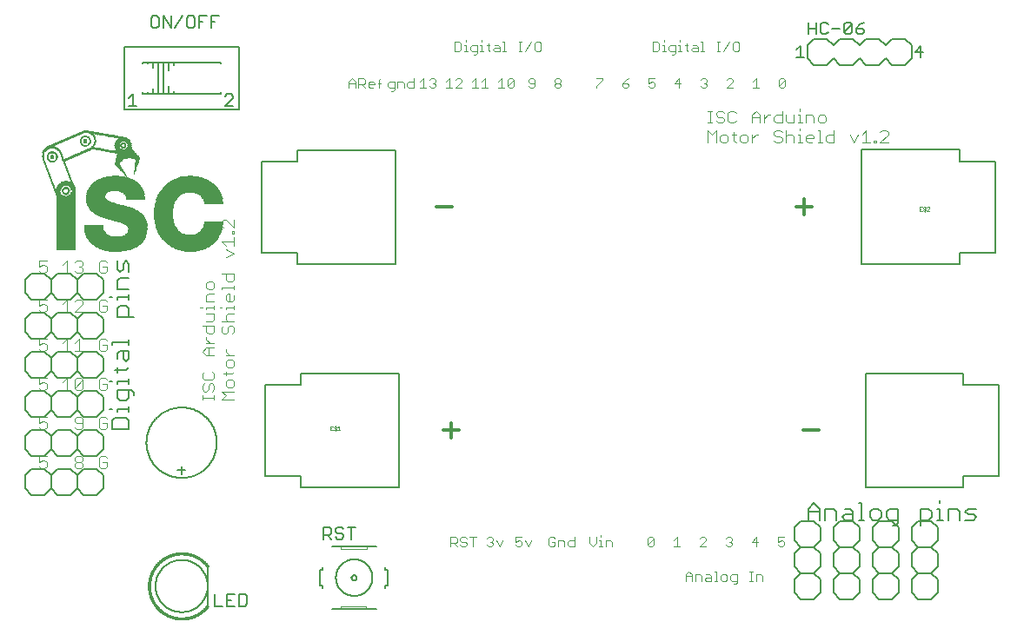
<source format=gto>
G75*
%MOIN*%
%OFA0B0*%
%FSLAX25Y25*%
%IPPOS*%
%LPD*%
%AMOC8*
5,1,8,0,0,1.08239X$1,22.5*
%
%ADD10R,0.02800X0.00100*%
%ADD11R,0.02400X0.00100*%
%ADD12R,0.05000X0.00100*%
%ADD13R,0.04400X0.00100*%
%ADD14R,0.06500X0.00100*%
%ADD15R,0.05600X0.00100*%
%ADD16R,0.07500X0.00100*%
%ADD17R,0.06600X0.00100*%
%ADD18R,0.08500X0.00100*%
%ADD19R,0.09400X0.00100*%
%ADD20R,0.08200X0.00100*%
%ADD21R,0.07400X0.00100*%
%ADD22R,0.10000X0.00100*%
%ADD23R,0.08900X0.00100*%
%ADD24R,0.10800X0.00100*%
%ADD25R,0.09500X0.00100*%
%ADD26R,0.11400X0.00100*%
%ADD27R,0.10100X0.00100*%
%ADD28R,0.12000X0.00100*%
%ADD29R,0.10700X0.00100*%
%ADD30R,0.12500X0.00100*%
%ADD31R,0.11100X0.00100*%
%ADD32R,0.13000X0.00100*%
%ADD33R,0.11700X0.00100*%
%ADD34R,0.13500X0.00100*%
%ADD35R,0.12100X0.00100*%
%ADD36R,0.13900X0.00100*%
%ADD37R,0.14300X0.00100*%
%ADD38R,0.12900X0.00100*%
%ADD39R,0.14700X0.00100*%
%ADD40R,0.13300X0.00100*%
%ADD41R,0.15100X0.00100*%
%ADD42R,0.13700X0.00100*%
%ADD43R,0.15500X0.00100*%
%ADD44R,0.14100X0.00100*%
%ADD45R,0.15800X0.00100*%
%ADD46R,0.14400X0.00100*%
%ADD47R,0.16100X0.00100*%
%ADD48R,0.16500X0.00100*%
%ADD49R,0.16800X0.00100*%
%ADD50R,0.15300X0.00100*%
%ADD51R,0.17100X0.00100*%
%ADD52R,0.15700X0.00100*%
%ADD53R,0.17300X0.00100*%
%ADD54R,0.15900X0.00100*%
%ADD55R,0.17600X0.00100*%
%ADD56R,0.16200X0.00100*%
%ADD57R,0.17900X0.00100*%
%ADD58R,0.18100X0.00100*%
%ADD59R,0.18300X0.00100*%
%ADD60R,0.17000X0.00100*%
%ADD61R,0.18600X0.00100*%
%ADD62R,0.17200X0.00100*%
%ADD63R,0.18800X0.00100*%
%ADD64R,0.17500X0.00100*%
%ADD65R,0.19000X0.00100*%
%ADD66R,0.17800X0.00100*%
%ADD67R,0.19200X0.00100*%
%ADD68R,0.18000X0.00100*%
%ADD69R,0.19400X0.00100*%
%ADD70R,0.18200X0.00100*%
%ADD71R,0.19600X0.00100*%
%ADD72R,0.18400X0.00100*%
%ADD73R,0.19800X0.00100*%
%ADD74R,0.20000X0.00100*%
%ADD75R,0.20200X0.00100*%
%ADD76R,0.20300X0.00100*%
%ADD77R,0.20500X0.00100*%
%ADD78R,0.20600X0.00100*%
%ADD79R,0.20800X0.00100*%
%ADD80R,0.21000X0.00100*%
%ADD81R,0.21100X0.00100*%
%ADD82R,0.21200X0.00100*%
%ADD83R,0.21400X0.00100*%
%ADD84R,0.21500X0.00100*%
%ADD85R,0.20700X0.00100*%
%ADD86R,0.21600X0.00100*%
%ADD87R,0.20900X0.00100*%
%ADD88R,0.21800X0.00100*%
%ADD89R,0.22000X0.00100*%
%ADD90R,0.21300X0.00100*%
%ADD91R,0.22100X0.00100*%
%ADD92R,0.22200X0.00100*%
%ADD93R,0.22300X0.00100*%
%ADD94R,0.22400X0.00100*%
%ADD95R,0.21900X0.00100*%
%ADD96R,0.22500X0.00100*%
%ADD97R,0.22600X0.00100*%
%ADD98R,0.22700X0.00100*%
%ADD99R,0.10200X0.00100*%
%ADD100R,0.09800X0.00100*%
%ADD101R,0.09600X0.00100*%
%ADD102R,0.09300X0.00100*%
%ADD103R,0.09100X0.00100*%
%ADD104R,0.08700X0.00100*%
%ADD105R,0.22800X0.00100*%
%ADD106R,0.22900X0.00100*%
%ADD107R,0.08300X0.00100*%
%ADD108R,0.23000X0.00100*%
%ADD109R,0.10400X0.00100*%
%ADD110R,0.08000X0.00100*%
%ADD111R,0.07900X0.00100*%
%ADD112R,0.09700X0.00100*%
%ADD113R,0.07800X0.00100*%
%ADD114R,0.07700X0.00100*%
%ADD115R,0.09200X0.00100*%
%ADD116R,0.07600X0.00100*%
%ADD117R,0.09000X0.00100*%
%ADD118R,0.08800X0.00100*%
%ADD119R,0.08600X0.00100*%
%ADD120R,0.07300X0.00100*%
%ADD121R,0.08400X0.00100*%
%ADD122R,0.08100X0.00100*%
%ADD123R,0.07200X0.00100*%
%ADD124R,0.10600X0.00100*%
%ADD125R,0.11000X0.00100*%
%ADD126R,0.11300X0.00100*%
%ADD127R,0.11600X0.00100*%
%ADD128R,0.12400X0.00100*%
%ADD129R,0.12700X0.00100*%
%ADD130R,0.13100X0.00100*%
%ADD131R,0.15000X0.00100*%
%ADD132R,0.16000X0.00100*%
%ADD133R,0.16300X0.00100*%
%ADD134R,0.16600X0.00100*%
%ADD135R,0.17400X0.00100*%
%ADD136R,0.17700X0.00100*%
%ADD137R,0.16900X0.00100*%
%ADD138R,0.16700X0.00100*%
%ADD139R,0.16400X0.00100*%
%ADD140R,0.15200X0.00100*%
%ADD141R,0.14600X0.00100*%
%ADD142R,0.14000X0.00100*%
%ADD143R,0.12600X0.00100*%
%ADD144R,0.12200X0.00100*%
%ADD145R,0.11900X0.00100*%
%ADD146R,0.11500X0.00100*%
%ADD147R,0.07100X0.00100*%
%ADD148R,0.03200X0.00100*%
%ADD149R,0.02900X0.00100*%
%ADD150R,0.02700X0.00100*%
%ADD151R,0.02600X0.00100*%
%ADD152R,0.02500X0.00100*%
%ADD153R,0.02300X0.00100*%
%ADD154R,0.00700X0.00100*%
%ADD155R,0.02200X0.00100*%
%ADD156R,0.01400X0.00100*%
%ADD157R,0.02100X0.00100*%
%ADD158R,0.01600X0.00100*%
%ADD159R,0.02000X0.00100*%
%ADD160R,0.01900X0.00100*%
%ADD161R,0.01800X0.00100*%
%ADD162R,0.01000X0.00100*%
%ADD163R,0.00800X0.00100*%
%ADD164R,0.00900X0.00100*%
%ADD165R,0.01700X0.00100*%
%ADD166R,0.23200X0.00100*%
%ADD167R,0.23100X0.00100*%
%ADD168R,0.00600X0.00100*%
%ADD169R,0.20400X0.00100*%
%ADD170R,0.20100X0.00100*%
%ADD171R,0.01200X0.00100*%
%ADD172R,0.19900X0.00100*%
%ADD173R,0.19700X0.00100*%
%ADD174R,0.19300X0.00100*%
%ADD175R,0.19500X0.00100*%
%ADD176R,0.19100X0.00100*%
%ADD177R,0.18900X0.00100*%
%ADD178R,0.06100X0.00100*%
%ADD179R,0.05900X0.00100*%
%ADD180R,0.18700X0.00100*%
%ADD181R,0.05700X0.00100*%
%ADD182R,0.05500X0.00100*%
%ADD183R,0.05300X0.00100*%
%ADD184R,0.05200X0.00100*%
%ADD185R,0.04900X0.00100*%
%ADD186R,0.04800X0.00100*%
%ADD187R,0.04500X0.00100*%
%ADD188R,0.04100X0.00100*%
%ADD189R,0.15600X0.00100*%
%ADD190R,0.13600X0.00100*%
%ADD191R,0.13200X0.00100*%
%ADD192R,0.12800X0.00100*%
%ADD193R,0.12300X0.00100*%
%ADD194R,0.10900X0.00100*%
%ADD195R,0.10500X0.00100*%
%ADD196R,0.10300X0.00100*%
%ADD197R,0.09900X0.00100*%
%ADD198R,0.06800X0.00100*%
%ADD199R,0.06400X0.00100*%
%ADD200R,0.05800X0.00100*%
%ADD201R,0.05400X0.00100*%
%ADD202R,0.00200X0.00100*%
%ADD203R,0.04200X0.00100*%
%ADD204R,0.00300X0.00100*%
%ADD205R,0.00500X0.00100*%
%ADD206R,0.00100X0.00100*%
%ADD207R,0.00400X0.00100*%
%ADD208R,0.01100X0.00100*%
%ADD209R,0.01300X0.00100*%
%ADD210R,0.01500X0.00100*%
%ADD211R,0.03000X0.00100*%
%ADD212R,0.03100X0.00100*%
%ADD213R,0.03500X0.00100*%
%ADD214R,0.04000X0.00100*%
%ADD215R,0.04600X0.00100*%
%ADD216R,0.03300X0.00100*%
%ADD217R,0.03900X0.00100*%
%ADD218R,0.03600X0.00100*%
%ADD219R,0.04300X0.00100*%
%ADD220R,0.03400X0.00100*%
%ADD221R,0.03800X0.00100*%
%ADD222R,0.03700X0.00100*%
%ADD223R,0.05100X0.00100*%
%ADD224R,0.04700X0.00100*%
%ADD225R,0.06900X0.00100*%
%ADD226R,0.06200X0.00100*%
%ADD227C,0.00400*%
%ADD228C,0.00600*%
%ADD229C,0.01200*%
%ADD230C,0.00100*%
%ADD231C,0.00800*%
%ADD232C,0.00200*%
%ADD233C,0.00500*%
%ADD234C,0.00300*%
D10*
X0041550Y0142520D03*
X0020050Y0163920D03*
X0042950Y0177620D03*
X0046350Y0181720D03*
D11*
X0045950Y0184720D03*
X0042850Y0184720D03*
X0029950Y0183220D03*
X0030150Y0188620D03*
X0017150Y0180420D03*
X0020450Y0167720D03*
X0019150Y0165920D03*
X0019150Y0165820D03*
X0019150Y0165720D03*
X0019750Y0164320D03*
X0022450Y0166620D03*
X0024450Y0167720D03*
X0024950Y0164120D03*
X0042650Y0177220D03*
X0070050Y0142520D03*
D12*
X0041550Y0142620D03*
X0044350Y0185120D03*
D13*
X0044350Y0185420D03*
X0041550Y0171320D03*
X0022850Y0169020D03*
X0016850Y0182320D03*
X0070050Y0142620D03*
D14*
X0041600Y0142720D03*
X0045100Y0181020D03*
X0044900Y0181320D03*
X0044800Y0181420D03*
X0044700Y0181520D03*
D15*
X0022550Y0168320D03*
X0070050Y0142720D03*
D16*
X0070100Y0142920D03*
X0078600Y0151420D03*
X0078700Y0151620D03*
X0078700Y0151720D03*
X0078700Y0151820D03*
X0078800Y0151920D03*
X0078800Y0152020D03*
X0078900Y0162120D03*
X0078900Y0162220D03*
X0078800Y0162420D03*
X0060600Y0161620D03*
X0060500Y0161420D03*
X0060500Y0161320D03*
X0060400Y0161220D03*
X0060400Y0161120D03*
X0060400Y0161020D03*
X0060300Y0160820D03*
X0048900Y0164020D03*
X0048900Y0164120D03*
X0048800Y0164220D03*
X0034200Y0164720D03*
X0034100Y0164620D03*
X0034000Y0162720D03*
X0034000Y0162620D03*
X0049900Y0151820D03*
X0049900Y0151720D03*
X0049700Y0149620D03*
X0049600Y0149420D03*
X0041600Y0142820D03*
X0033400Y0150320D03*
X0033300Y0150520D03*
X0033300Y0150620D03*
X0033300Y0150720D03*
X0033200Y0151020D03*
X0060300Y0153120D03*
X0060400Y0152920D03*
X0060400Y0152820D03*
X0060400Y0152720D03*
X0060500Y0152620D03*
X0060500Y0152520D03*
X0060600Y0152320D03*
X0045800Y0179820D03*
X0045400Y0180220D03*
D17*
X0045050Y0181120D03*
X0044950Y0181220D03*
X0070050Y0142820D03*
D18*
X0077600Y0149720D03*
X0077700Y0149820D03*
X0077900Y0164120D03*
X0077800Y0164220D03*
X0048100Y0165220D03*
X0034900Y0165520D03*
X0046100Y0178920D03*
X0049300Y0152920D03*
X0048900Y0148620D03*
X0041600Y0142920D03*
X0034300Y0148820D03*
X0034200Y0148920D03*
D19*
X0034850Y0148420D03*
X0041650Y0143020D03*
X0048850Y0153320D03*
X0035150Y0161320D03*
X0076950Y0149120D03*
D20*
X0077850Y0150020D03*
X0077950Y0150120D03*
X0070050Y0143020D03*
X0061650Y0150320D03*
X0049550Y0152620D03*
X0049450Y0152720D03*
X0049150Y0148820D03*
X0034050Y0149120D03*
X0033950Y0149220D03*
X0034350Y0162020D03*
X0034750Y0165420D03*
X0061650Y0163620D03*
X0078050Y0163920D03*
X0078150Y0163820D03*
D21*
X0078950Y0162020D03*
X0078950Y0161920D03*
X0078950Y0161820D03*
X0078950Y0161720D03*
X0079050Y0161620D03*
X0079050Y0161520D03*
X0079050Y0161420D03*
X0079050Y0161320D03*
X0079050Y0153320D03*
X0078950Y0152720D03*
X0078950Y0152620D03*
X0078950Y0152520D03*
X0078850Y0152320D03*
X0078850Y0152220D03*
X0078850Y0152120D03*
X0060350Y0153020D03*
X0060250Y0153220D03*
X0060250Y0153320D03*
X0060250Y0153420D03*
X0060250Y0153520D03*
X0060150Y0153620D03*
X0060150Y0153720D03*
X0060150Y0153820D03*
X0060050Y0154120D03*
X0060050Y0154220D03*
X0060050Y0154320D03*
X0059950Y0154820D03*
X0059950Y0159120D03*
X0060050Y0159620D03*
X0060050Y0159720D03*
X0060050Y0159820D03*
X0060150Y0160120D03*
X0060150Y0160220D03*
X0060150Y0160320D03*
X0060250Y0160420D03*
X0060250Y0160520D03*
X0060250Y0160620D03*
X0060250Y0160720D03*
X0060350Y0160920D03*
X0049050Y0163420D03*
X0048950Y0163720D03*
X0048950Y0163820D03*
X0048950Y0163920D03*
X0034050Y0164420D03*
X0034050Y0164520D03*
X0033950Y0162920D03*
X0033950Y0162820D03*
X0022450Y0162820D03*
X0022450Y0162920D03*
X0022450Y0163020D03*
X0022450Y0163120D03*
X0022450Y0163220D03*
X0022450Y0163320D03*
X0022450Y0163420D03*
X0022450Y0163520D03*
X0022450Y0163620D03*
X0022450Y0162720D03*
X0022450Y0162620D03*
X0022450Y0162520D03*
X0022450Y0162420D03*
X0022450Y0162320D03*
X0022450Y0162220D03*
X0022450Y0162120D03*
X0022450Y0162020D03*
X0022450Y0161920D03*
X0022450Y0161820D03*
X0022450Y0161720D03*
X0022450Y0161620D03*
X0022450Y0161520D03*
X0022450Y0161420D03*
X0022450Y0161320D03*
X0022450Y0161220D03*
X0022450Y0161120D03*
X0022450Y0161020D03*
X0022450Y0160920D03*
X0022450Y0160820D03*
X0022450Y0160720D03*
X0022450Y0160620D03*
X0022450Y0160520D03*
X0022450Y0160420D03*
X0022450Y0160320D03*
X0022450Y0160220D03*
X0022450Y0160120D03*
X0022450Y0160020D03*
X0022450Y0159920D03*
X0022450Y0159820D03*
X0022450Y0159720D03*
X0022450Y0159620D03*
X0022450Y0159520D03*
X0022450Y0159420D03*
X0022450Y0159320D03*
X0022450Y0159220D03*
X0022450Y0159120D03*
X0022450Y0159020D03*
X0022450Y0158920D03*
X0022450Y0158820D03*
X0022450Y0158720D03*
X0022450Y0158620D03*
X0022450Y0158520D03*
X0022450Y0158420D03*
X0022450Y0158320D03*
X0022450Y0158220D03*
X0022450Y0158120D03*
X0022450Y0158020D03*
X0022450Y0157920D03*
X0022450Y0157820D03*
X0022450Y0157720D03*
X0022450Y0157620D03*
X0022450Y0157520D03*
X0022450Y0157420D03*
X0022450Y0157320D03*
X0022450Y0157220D03*
X0022450Y0157120D03*
X0022450Y0157020D03*
X0022450Y0156920D03*
X0022450Y0156820D03*
X0022450Y0156720D03*
X0022450Y0156620D03*
X0022450Y0156520D03*
X0022450Y0156420D03*
X0022450Y0156320D03*
X0022450Y0156220D03*
X0022450Y0156120D03*
X0022450Y0156020D03*
X0022450Y0155920D03*
X0022450Y0155820D03*
X0022450Y0155720D03*
X0022450Y0155620D03*
X0022450Y0155520D03*
X0022450Y0155420D03*
X0022450Y0155320D03*
X0022450Y0155220D03*
X0022450Y0155120D03*
X0022450Y0155020D03*
X0022450Y0154920D03*
X0022450Y0154820D03*
X0022450Y0154720D03*
X0022450Y0154620D03*
X0022450Y0154520D03*
X0022450Y0154420D03*
X0022450Y0154320D03*
X0022450Y0154220D03*
X0022450Y0154120D03*
X0022450Y0154020D03*
X0022450Y0153920D03*
X0022450Y0153820D03*
X0022450Y0153720D03*
X0022450Y0153620D03*
X0022450Y0153520D03*
X0022450Y0153420D03*
X0022450Y0153320D03*
X0022450Y0153220D03*
X0022450Y0153120D03*
X0022450Y0153020D03*
X0022450Y0152920D03*
X0022450Y0152820D03*
X0022450Y0152720D03*
X0022450Y0152620D03*
X0022450Y0152520D03*
X0022450Y0152420D03*
X0022450Y0152320D03*
X0022450Y0152220D03*
X0022450Y0152120D03*
X0022450Y0152020D03*
X0022450Y0151920D03*
X0022450Y0151820D03*
X0022450Y0151720D03*
X0022450Y0151620D03*
X0022450Y0151520D03*
X0022450Y0151420D03*
X0022450Y0151320D03*
X0022450Y0151220D03*
X0022450Y0151120D03*
X0022450Y0151020D03*
X0022450Y0150920D03*
X0022450Y0150820D03*
X0022450Y0150720D03*
X0022450Y0150620D03*
X0022450Y0150520D03*
X0022450Y0150420D03*
X0022450Y0150320D03*
X0022450Y0150220D03*
X0022450Y0150120D03*
X0022450Y0150020D03*
X0022450Y0149920D03*
X0022450Y0149820D03*
X0022450Y0149720D03*
X0022450Y0149620D03*
X0022450Y0149520D03*
X0022450Y0149420D03*
X0022450Y0149320D03*
X0022450Y0149220D03*
X0022450Y0149120D03*
X0022450Y0149020D03*
X0022450Y0148920D03*
X0022450Y0148820D03*
X0022450Y0148720D03*
X0022450Y0148620D03*
X0022450Y0148520D03*
X0022450Y0148420D03*
X0022450Y0148320D03*
X0022450Y0148220D03*
X0022450Y0148120D03*
X0022450Y0148020D03*
X0022450Y0147920D03*
X0022450Y0147820D03*
X0022450Y0147720D03*
X0022450Y0147620D03*
X0022450Y0147520D03*
X0022450Y0147420D03*
X0022450Y0147320D03*
X0022450Y0147220D03*
X0022450Y0147120D03*
X0022450Y0147020D03*
X0022450Y0146920D03*
X0022450Y0146820D03*
X0022450Y0146720D03*
X0022450Y0146620D03*
X0022450Y0146520D03*
X0022450Y0146420D03*
X0022450Y0146320D03*
X0022450Y0146220D03*
X0022450Y0146120D03*
X0022450Y0146020D03*
X0022450Y0145920D03*
X0022450Y0145820D03*
X0022450Y0145720D03*
X0022450Y0145620D03*
X0022450Y0145520D03*
X0022450Y0145420D03*
X0022450Y0145320D03*
X0022450Y0145220D03*
X0022450Y0145120D03*
X0022450Y0145020D03*
X0022450Y0144920D03*
X0022450Y0144820D03*
X0022450Y0144720D03*
X0022450Y0144620D03*
X0022450Y0144520D03*
X0022450Y0144420D03*
X0022450Y0144320D03*
X0022450Y0144220D03*
X0022450Y0144120D03*
X0022450Y0144020D03*
X0022450Y0143920D03*
X0022450Y0143820D03*
X0022450Y0143720D03*
X0022450Y0143620D03*
X0022450Y0143520D03*
X0022450Y0143420D03*
X0022450Y0143320D03*
X0022450Y0143220D03*
X0022450Y0143120D03*
X0033250Y0150820D03*
X0033250Y0150920D03*
X0033150Y0151120D03*
X0033150Y0151220D03*
X0033150Y0151320D03*
X0033150Y0151420D03*
X0049750Y0149820D03*
X0049750Y0149720D03*
X0049850Y0150020D03*
X0049950Y0151520D03*
X0049950Y0151620D03*
X0045750Y0179920D03*
D22*
X0063250Y0165020D03*
X0063250Y0148920D03*
X0076550Y0148920D03*
X0041650Y0143120D03*
D23*
X0048600Y0148420D03*
X0049100Y0153120D03*
X0034500Y0148620D03*
X0070100Y0143120D03*
X0077300Y0149420D03*
X0077600Y0164420D03*
X0077500Y0164520D03*
X0046200Y0178520D03*
X0046200Y0178620D03*
X0044400Y0180520D03*
D24*
X0041650Y0143220D03*
D25*
X0048700Y0153420D03*
X0062900Y0149120D03*
X0070100Y0143220D03*
X0077100Y0164820D03*
X0062900Y0164820D03*
D26*
X0041650Y0143320D03*
D27*
X0048400Y0153620D03*
X0035500Y0161120D03*
X0070100Y0143320D03*
X0076700Y0165020D03*
D28*
X0047250Y0154220D03*
X0041650Y0143420D03*
D29*
X0070100Y0143420D03*
X0035900Y0160920D03*
D30*
X0041700Y0143520D03*
X0070100Y0143820D03*
D31*
X0070100Y0143520D03*
X0036100Y0160820D03*
D32*
X0037150Y0160320D03*
X0041650Y0143620D03*
D33*
X0070100Y0143620D03*
D34*
X0046400Y0154620D03*
X0041700Y0143720D03*
D35*
X0070100Y0143720D03*
D36*
X0041700Y0143820D03*
X0070000Y0169720D03*
D37*
X0070000Y0169620D03*
X0041700Y0143920D03*
D38*
X0070100Y0143920D03*
D39*
X0070100Y0144420D03*
X0045600Y0155020D03*
X0041700Y0144020D03*
D40*
X0037400Y0160220D03*
X0070100Y0144020D03*
D41*
X0070100Y0144520D03*
X0041700Y0144120D03*
D42*
X0046200Y0154720D03*
X0037600Y0160120D03*
X0070100Y0144120D03*
D43*
X0045000Y0155320D03*
X0038800Y0159520D03*
X0041700Y0144220D03*
D44*
X0046000Y0154820D03*
X0070100Y0144220D03*
D45*
X0044850Y0155420D03*
X0041650Y0144320D03*
X0041450Y0169220D03*
X0070050Y0169120D03*
D46*
X0045750Y0154920D03*
X0038050Y0159920D03*
X0041450Y0169720D03*
X0070050Y0144320D03*
D47*
X0041700Y0144420D03*
D48*
X0041700Y0144520D03*
X0044300Y0155720D03*
X0070100Y0145020D03*
D49*
X0070050Y0145120D03*
X0043950Y0155920D03*
X0039850Y0158920D03*
X0041650Y0144620D03*
X0070050Y0168820D03*
D50*
X0045200Y0155220D03*
X0041500Y0169420D03*
X0070100Y0144620D03*
D51*
X0041700Y0144720D03*
X0043700Y0156120D03*
D52*
X0039000Y0159420D03*
X0070100Y0144720D03*
D53*
X0041700Y0144820D03*
X0043500Y0156220D03*
X0040300Y0158620D03*
D54*
X0070100Y0144820D03*
D55*
X0041650Y0144920D03*
X0043150Y0156520D03*
X0040750Y0158320D03*
X0041450Y0168520D03*
D56*
X0041450Y0169120D03*
X0039350Y0159220D03*
X0070050Y0169020D03*
X0070050Y0144920D03*
D57*
X0041700Y0145020D03*
X0042700Y0156820D03*
X0042600Y0156920D03*
X0042300Y0157120D03*
X0041400Y0157820D03*
X0041300Y0157920D03*
D58*
X0041700Y0145120D03*
D59*
X0041700Y0145220D03*
D60*
X0043850Y0156020D03*
X0070050Y0145220D03*
X0070050Y0168720D03*
D61*
X0041450Y0168020D03*
X0041650Y0145320D03*
X0070050Y0145920D03*
D62*
X0070050Y0145320D03*
X0040150Y0158720D03*
X0041450Y0168720D03*
X0070050Y0168620D03*
D63*
X0041450Y0167920D03*
X0041650Y0145420D03*
X0070050Y0146020D03*
D64*
X0070100Y0145420D03*
X0043200Y0156420D03*
X0040600Y0158420D03*
X0070100Y0168520D03*
D65*
X0070050Y0146120D03*
X0041650Y0145520D03*
D66*
X0042850Y0156720D03*
X0041150Y0158020D03*
X0041450Y0168420D03*
X0070050Y0168420D03*
X0070050Y0145520D03*
D67*
X0070050Y0146220D03*
X0041650Y0145620D03*
D68*
X0042450Y0157020D03*
X0042150Y0157220D03*
X0042050Y0157320D03*
X0041950Y0157420D03*
X0041750Y0157520D03*
X0041650Y0157620D03*
X0041550Y0157720D03*
X0041450Y0168320D03*
X0070050Y0168320D03*
X0070050Y0145620D03*
D69*
X0070050Y0146320D03*
X0041650Y0145720D03*
X0041450Y0167520D03*
D70*
X0041450Y0168220D03*
X0070050Y0168220D03*
X0070050Y0145720D03*
D71*
X0070050Y0146420D03*
X0041650Y0145820D03*
X0041450Y0167420D03*
D72*
X0041450Y0168120D03*
X0070050Y0168120D03*
X0070050Y0145820D03*
D73*
X0070050Y0146520D03*
X0041650Y0145920D03*
D74*
X0041650Y0146020D03*
X0070050Y0146620D03*
X0041450Y0167120D03*
D75*
X0070050Y0146720D03*
X0041650Y0146120D03*
D76*
X0041700Y0146220D03*
X0070000Y0146820D03*
X0070100Y0167220D03*
X0041400Y0166920D03*
D77*
X0041400Y0166720D03*
X0041700Y0146320D03*
X0070000Y0146920D03*
D78*
X0041650Y0146420D03*
X0041450Y0166620D03*
X0070050Y0167020D03*
D79*
X0070050Y0166920D03*
X0041450Y0166420D03*
X0041650Y0146520D03*
D80*
X0041650Y0146620D03*
X0069950Y0147220D03*
X0070050Y0166820D03*
X0041450Y0166220D03*
D81*
X0041400Y0166120D03*
X0041700Y0146720D03*
X0070000Y0147320D03*
D82*
X0041650Y0146820D03*
X0041450Y0166020D03*
X0070050Y0166720D03*
D83*
X0070050Y0166520D03*
X0041450Y0165820D03*
X0041650Y0146920D03*
D84*
X0041700Y0147020D03*
X0070000Y0147520D03*
D85*
X0070000Y0147020D03*
X0041400Y0166520D03*
D86*
X0070050Y0166420D03*
X0069950Y0147620D03*
X0041650Y0147120D03*
D87*
X0070000Y0147120D03*
X0041400Y0166320D03*
D88*
X0070050Y0166320D03*
X0069950Y0147720D03*
X0041650Y0147320D03*
X0041650Y0147220D03*
D89*
X0041650Y0147420D03*
X0069950Y0147920D03*
X0070050Y0166120D03*
X0070050Y0166220D03*
D90*
X0070100Y0166620D03*
X0041400Y0165920D03*
X0070000Y0147420D03*
D91*
X0041600Y0147520D03*
D92*
X0041650Y0147620D03*
X0069950Y0148020D03*
X0070050Y0166020D03*
D93*
X0069900Y0148120D03*
X0041600Y0147720D03*
D94*
X0041650Y0147820D03*
X0069950Y0148220D03*
X0070050Y0165920D03*
D95*
X0070000Y0147820D03*
D96*
X0041600Y0147920D03*
X0070000Y0165820D03*
D97*
X0070050Y0165720D03*
X0069950Y0148320D03*
X0041650Y0148020D03*
D98*
X0041600Y0148120D03*
X0069900Y0148420D03*
X0070000Y0165620D03*
D99*
X0035350Y0148220D03*
D100*
X0048150Y0148220D03*
X0048550Y0153520D03*
X0047250Y0165720D03*
D101*
X0035050Y0148320D03*
X0076750Y0149020D03*
D102*
X0077200Y0164720D03*
X0070000Y0170720D03*
X0047500Y0165620D03*
X0035000Y0161420D03*
X0048400Y0148320D03*
D103*
X0049000Y0153220D03*
X0062600Y0149320D03*
X0077200Y0149320D03*
X0062600Y0164620D03*
X0047700Y0165520D03*
X0041500Y0170820D03*
X0035300Y0165720D03*
X0034700Y0148520D03*
D104*
X0034400Y0148720D03*
X0048800Y0148520D03*
X0049200Y0153020D03*
X0077400Y0149520D03*
X0077700Y0164320D03*
X0070000Y0170820D03*
D105*
X0069950Y0148520D03*
D106*
X0069900Y0148620D03*
X0070000Y0165520D03*
D107*
X0061800Y0163820D03*
X0061700Y0163720D03*
X0048200Y0165120D03*
X0034400Y0161920D03*
X0034100Y0149020D03*
X0049000Y0148720D03*
X0061700Y0150220D03*
X0061800Y0150120D03*
X0077800Y0149920D03*
X0046000Y0179120D03*
X0044800Y0180420D03*
D108*
X0070050Y0165420D03*
X0069950Y0148720D03*
D109*
X0076250Y0148820D03*
X0063550Y0148820D03*
X0048250Y0153720D03*
X0035650Y0161020D03*
X0063550Y0165120D03*
X0043450Y0180820D03*
D110*
X0061350Y0163220D03*
X0061450Y0163320D03*
X0069950Y0170920D03*
X0078250Y0163620D03*
X0078350Y0163520D03*
X0078150Y0150420D03*
X0078050Y0150320D03*
X0061450Y0150620D03*
X0061350Y0150720D03*
X0049650Y0152420D03*
X0049250Y0148920D03*
X0033850Y0149320D03*
X0033750Y0149520D03*
X0034250Y0162120D03*
D111*
X0034200Y0162220D03*
X0034500Y0165220D03*
X0048500Y0164820D03*
X0061200Y0163020D03*
X0061200Y0162920D03*
X0061300Y0163120D03*
X0078400Y0163320D03*
X0078400Y0163420D03*
X0078500Y0163220D03*
X0078300Y0150720D03*
X0078200Y0150520D03*
X0061300Y0150820D03*
X0061200Y0150920D03*
X0061200Y0151020D03*
X0049700Y0152320D03*
X0049300Y0149020D03*
X0033800Y0149420D03*
X0033700Y0149620D03*
X0045900Y0179420D03*
X0045900Y0179520D03*
D112*
X0043800Y0180720D03*
X0041500Y0170720D03*
X0035300Y0161220D03*
X0063100Y0164920D03*
X0076900Y0164920D03*
X0063100Y0149020D03*
D113*
X0061150Y0151120D03*
X0061050Y0151220D03*
X0061050Y0151320D03*
X0049750Y0152220D03*
X0049450Y0149120D03*
X0033650Y0149720D03*
X0033550Y0149920D03*
X0034150Y0162320D03*
X0034350Y0165020D03*
X0034450Y0165120D03*
X0048550Y0164720D03*
X0061050Y0162720D03*
X0061050Y0162620D03*
X0061150Y0162820D03*
X0078550Y0163020D03*
X0078550Y0163120D03*
X0078350Y0150820D03*
X0078250Y0150620D03*
X0045150Y0180320D03*
D114*
X0045900Y0179620D03*
X0048600Y0164620D03*
X0048700Y0164520D03*
X0048700Y0164420D03*
X0060800Y0162120D03*
X0060900Y0162320D03*
X0060900Y0162420D03*
X0061000Y0162520D03*
X0060800Y0151820D03*
X0060800Y0151720D03*
X0060900Y0151620D03*
X0060900Y0151520D03*
X0061000Y0151420D03*
X0049800Y0152120D03*
X0049500Y0149220D03*
X0033600Y0149820D03*
X0033500Y0150020D03*
X0034100Y0162420D03*
X0034300Y0164920D03*
X0078600Y0162920D03*
X0078700Y0162820D03*
X0078700Y0162720D03*
X0078500Y0151220D03*
X0078500Y0151120D03*
X0078400Y0151020D03*
X0078400Y0150920D03*
D115*
X0077050Y0149220D03*
X0062750Y0149220D03*
X0062750Y0164720D03*
X0077350Y0164620D03*
X0044150Y0180620D03*
D116*
X0045850Y0179720D03*
X0041550Y0171020D03*
X0034250Y0164820D03*
X0034050Y0162520D03*
X0048750Y0164320D03*
X0060550Y0161520D03*
X0060650Y0161720D03*
X0060650Y0161820D03*
X0060750Y0161920D03*
X0060750Y0162020D03*
X0060850Y0162220D03*
X0060550Y0152420D03*
X0060650Y0152220D03*
X0060650Y0152120D03*
X0060750Y0152020D03*
X0060750Y0151920D03*
X0049850Y0151920D03*
X0049850Y0152020D03*
X0049650Y0149520D03*
X0049550Y0149320D03*
X0033450Y0150120D03*
X0033450Y0150220D03*
X0033350Y0150420D03*
X0078550Y0151320D03*
X0078650Y0151520D03*
X0078850Y0162320D03*
X0078750Y0162520D03*
X0078750Y0162620D03*
D117*
X0062450Y0164520D03*
X0062450Y0149420D03*
X0034850Y0161520D03*
D118*
X0034750Y0161620D03*
X0035050Y0165620D03*
X0047850Y0165420D03*
X0062250Y0164320D03*
X0062350Y0164420D03*
X0062250Y0149620D03*
X0062350Y0149520D03*
X0046150Y0178720D03*
D119*
X0046150Y0178820D03*
X0047950Y0165320D03*
X0062050Y0164120D03*
X0062150Y0164220D03*
X0062050Y0149820D03*
X0062150Y0149720D03*
X0077550Y0149620D03*
X0034650Y0161720D03*
D120*
X0033900Y0163020D03*
X0033900Y0163120D03*
X0033900Y0163220D03*
X0033900Y0163320D03*
X0033900Y0163420D03*
X0033900Y0163520D03*
X0033900Y0163620D03*
X0033900Y0163720D03*
X0033900Y0163820D03*
X0033900Y0163920D03*
X0033900Y0164020D03*
X0034000Y0164120D03*
X0034000Y0164220D03*
X0034000Y0164320D03*
X0049000Y0163620D03*
X0049000Y0163520D03*
X0049100Y0163320D03*
X0049100Y0163220D03*
X0049100Y0163120D03*
X0049100Y0163020D03*
X0049100Y0162920D03*
X0049100Y0162820D03*
X0049100Y0162720D03*
X0049100Y0162620D03*
X0049100Y0162520D03*
X0060100Y0160020D03*
X0060100Y0159920D03*
X0060000Y0159520D03*
X0060000Y0159420D03*
X0060000Y0159320D03*
X0060000Y0159220D03*
X0059900Y0159020D03*
X0059900Y0158920D03*
X0059900Y0158820D03*
X0059900Y0158720D03*
X0059900Y0158620D03*
X0059900Y0158520D03*
X0059900Y0158420D03*
X0059900Y0158320D03*
X0059900Y0158220D03*
X0059800Y0158120D03*
X0059800Y0158020D03*
X0059800Y0157920D03*
X0059800Y0157820D03*
X0059800Y0157720D03*
X0059800Y0157620D03*
X0059800Y0157520D03*
X0059800Y0157420D03*
X0059800Y0157320D03*
X0059800Y0157220D03*
X0059800Y0157120D03*
X0059800Y0157020D03*
X0059800Y0156920D03*
X0059800Y0156820D03*
X0059800Y0156720D03*
X0059800Y0156620D03*
X0059800Y0156520D03*
X0059800Y0156420D03*
X0059800Y0156320D03*
X0059800Y0156220D03*
X0059800Y0156120D03*
X0059800Y0156020D03*
X0059800Y0155920D03*
X0059800Y0155820D03*
X0059900Y0155620D03*
X0059900Y0155520D03*
X0059900Y0155420D03*
X0059900Y0155320D03*
X0059900Y0155220D03*
X0059900Y0155120D03*
X0059900Y0155020D03*
X0059900Y0154920D03*
X0060000Y0154720D03*
X0060000Y0154620D03*
X0060000Y0154520D03*
X0060000Y0154420D03*
X0060100Y0154020D03*
X0060100Y0153920D03*
X0050000Y0151420D03*
X0050000Y0151320D03*
X0050000Y0151220D03*
X0050000Y0151120D03*
X0050000Y0151020D03*
X0050000Y0150920D03*
X0050000Y0150820D03*
X0049900Y0150320D03*
X0049900Y0150220D03*
X0049900Y0150120D03*
X0049800Y0149920D03*
X0033100Y0151520D03*
X0033100Y0151620D03*
X0033100Y0151720D03*
X0033100Y0151820D03*
X0033100Y0151920D03*
X0033100Y0152020D03*
X0033100Y0152120D03*
X0033100Y0152220D03*
X0033100Y0152320D03*
X0078900Y0152420D03*
X0079000Y0152820D03*
X0079000Y0152920D03*
X0079000Y0153020D03*
X0079000Y0153120D03*
X0079000Y0153220D03*
X0079100Y0153420D03*
X0079100Y0153520D03*
X0079100Y0153620D03*
X0079100Y0153720D03*
X0079100Y0153820D03*
X0079100Y0161020D03*
X0079100Y0161120D03*
X0079100Y0161220D03*
D121*
X0077950Y0164020D03*
X0061950Y0164020D03*
X0061850Y0163920D03*
X0049350Y0152820D03*
X0061850Y0150020D03*
X0061950Y0149920D03*
X0034550Y0161820D03*
X0041550Y0170920D03*
X0046050Y0179020D03*
D122*
X0046000Y0179220D03*
X0046000Y0179320D03*
X0048300Y0165020D03*
X0048400Y0164920D03*
X0061500Y0163420D03*
X0061600Y0163520D03*
X0078200Y0163720D03*
X0078000Y0150220D03*
X0061600Y0150420D03*
X0061500Y0150520D03*
X0049600Y0152520D03*
X0034600Y0165320D03*
D123*
X0033050Y0152420D03*
X0049950Y0150720D03*
X0049950Y0150620D03*
X0049950Y0150520D03*
X0049950Y0150420D03*
X0059850Y0155720D03*
X0069950Y0171020D03*
X0045750Y0180020D03*
X0045650Y0180120D03*
D124*
X0043150Y0180920D03*
X0076350Y0165120D03*
X0048050Y0153820D03*
D125*
X0047850Y0153920D03*
D126*
X0047700Y0154020D03*
D127*
X0047450Y0154120D03*
D128*
X0047050Y0154320D03*
X0041450Y0170220D03*
D129*
X0046800Y0154420D03*
D130*
X0046600Y0154520D03*
D131*
X0045350Y0155120D03*
X0038450Y0159720D03*
X0041450Y0169520D03*
X0070050Y0169420D03*
D132*
X0044650Y0155520D03*
X0039150Y0159320D03*
D133*
X0044500Y0155620D03*
D134*
X0044150Y0155820D03*
X0041450Y0168920D03*
D135*
X0041450Y0168620D03*
X0040450Y0158520D03*
X0043350Y0156320D03*
D136*
X0043000Y0156620D03*
X0041000Y0158120D03*
X0040900Y0158220D03*
D137*
X0040000Y0158820D03*
X0041400Y0168820D03*
D138*
X0039700Y0159020D03*
D139*
X0039550Y0159120D03*
X0041450Y0169020D03*
X0070050Y0168920D03*
D140*
X0070050Y0169320D03*
X0038650Y0159620D03*
D141*
X0038250Y0159820D03*
X0041450Y0169620D03*
X0070050Y0169520D03*
D142*
X0041450Y0169820D03*
X0037850Y0160020D03*
D143*
X0036950Y0160420D03*
D144*
X0036750Y0160520D03*
D145*
X0036500Y0160620D03*
X0041500Y0170320D03*
X0070000Y0170220D03*
D146*
X0070000Y0170320D03*
X0041500Y0170420D03*
X0036300Y0160720D03*
D147*
X0079100Y0160920D03*
D148*
X0024550Y0163720D03*
X0020350Y0163720D03*
D149*
X0020200Y0163820D03*
X0024700Y0163820D03*
X0022600Y0169220D03*
X0033200Y0182220D03*
X0043000Y0177820D03*
X0043000Y0177720D03*
X0049400Y0178120D03*
X0030100Y0188520D03*
D150*
X0042700Y0181720D03*
X0042800Y0181620D03*
X0024800Y0163920D03*
D151*
X0024250Y0167820D03*
X0020650Y0167820D03*
X0019950Y0164020D03*
X0042750Y0177420D03*
X0042850Y0177520D03*
D152*
X0042700Y0177320D03*
X0046400Y0181820D03*
X0049500Y0178020D03*
X0041600Y0171420D03*
X0024900Y0164020D03*
X0019900Y0164120D03*
X0019800Y0164220D03*
X0017200Y0177120D03*
X0022200Y0177820D03*
X0016600Y0182720D03*
D153*
X0029900Y0186520D03*
X0042400Y0181920D03*
X0042500Y0181820D03*
X0042600Y0177120D03*
X0042500Y0177020D03*
X0022600Y0169320D03*
X0019200Y0165620D03*
X0019200Y0165520D03*
X0019200Y0165420D03*
X0019600Y0164520D03*
X0019600Y0164420D03*
X0022400Y0164820D03*
X0025000Y0164220D03*
X0070000Y0171420D03*
D154*
X0049200Y0174320D03*
X0049200Y0174520D03*
X0049200Y0174620D03*
X0049100Y0174120D03*
X0044600Y0172820D03*
X0044500Y0172920D03*
X0044400Y0173020D03*
X0043900Y0182620D03*
X0043900Y0183820D03*
X0033600Y0184320D03*
X0033600Y0184520D03*
X0033600Y0185420D03*
X0033600Y0185520D03*
X0031200Y0186120D03*
X0031100Y0186220D03*
X0028800Y0186220D03*
X0028600Y0186120D03*
X0028600Y0183620D03*
X0028700Y0183520D03*
X0031000Y0183420D03*
X0031100Y0183520D03*
X0031300Y0183720D03*
X0020700Y0179620D03*
X0020800Y0179320D03*
X0020900Y0179020D03*
X0021000Y0178720D03*
X0021200Y0178220D03*
X0021300Y0178020D03*
X0021900Y0176420D03*
X0022000Y0176120D03*
X0022100Y0175820D03*
X0022400Y0175120D03*
X0022400Y0175020D03*
X0022500Y0174820D03*
X0022500Y0174720D03*
X0022600Y0174520D03*
X0022700Y0174220D03*
X0022900Y0173720D03*
X0023000Y0173420D03*
X0023100Y0173120D03*
X0023300Y0172720D03*
X0023400Y0172420D03*
X0023500Y0172220D03*
X0023500Y0172120D03*
X0023600Y0171920D03*
X0023600Y0171820D03*
X0023700Y0171620D03*
X0023900Y0171120D03*
X0024000Y0170820D03*
X0024100Y0170520D03*
X0024200Y0170220D03*
X0024400Y0169720D03*
X0024500Y0169420D03*
X0024600Y0169220D03*
X0022400Y0167220D03*
X0023400Y0166420D03*
X0023500Y0166320D03*
X0023500Y0166220D03*
X0023600Y0166120D03*
X0023600Y0166020D03*
X0023600Y0165920D03*
X0023600Y0165820D03*
X0023600Y0165620D03*
X0023600Y0165520D03*
X0023600Y0165420D03*
X0023500Y0165320D03*
X0023500Y0165220D03*
X0023400Y0165120D03*
X0022400Y0164320D03*
X0021400Y0165220D03*
X0021400Y0165320D03*
X0021300Y0165420D03*
X0021300Y0165520D03*
X0021300Y0166020D03*
X0021300Y0166120D03*
X0021400Y0166220D03*
X0021400Y0166320D03*
X0017900Y0166920D03*
X0017900Y0167020D03*
X0017800Y0167220D03*
X0017800Y0167320D03*
X0017700Y0167520D03*
X0017400Y0168320D03*
X0017300Y0168620D03*
X0017200Y0168820D03*
X0017200Y0168920D03*
X0016800Y0169820D03*
X0016800Y0169920D03*
X0016700Y0170120D03*
X0016700Y0170220D03*
X0016600Y0170420D03*
X0016400Y0170920D03*
X0016300Y0171220D03*
X0016200Y0171520D03*
X0015900Y0172320D03*
X0015800Y0172520D03*
X0015800Y0172620D03*
X0015700Y0172820D03*
X0015600Y0173020D03*
X0015600Y0173120D03*
X0015500Y0173320D03*
X0015200Y0174120D03*
X0015100Y0174420D03*
X0014800Y0175220D03*
X0014700Y0175420D03*
X0014700Y0175520D03*
X0014600Y0175720D03*
X0014600Y0175820D03*
X0014400Y0176320D03*
X0014300Y0176520D03*
X0014100Y0177020D03*
X0014000Y0177320D03*
X0013900Y0177620D03*
X0013800Y0177820D03*
X0013800Y0177920D03*
X0013800Y0178020D03*
X0013700Y0178120D03*
X0013700Y0178220D03*
X0013700Y0178320D03*
X0013700Y0178620D03*
X0013600Y0178820D03*
X0013600Y0179020D03*
X0015800Y0179920D03*
X0015900Y0180020D03*
X0016000Y0180120D03*
X0018400Y0180020D03*
X0020400Y0180320D03*
X0020500Y0180120D03*
X0018500Y0177520D03*
X0016000Y0177420D03*
D155*
X0017150Y0177020D03*
X0022150Y0177720D03*
X0029950Y0183120D03*
X0042650Y0184620D03*
X0046450Y0181920D03*
X0049650Y0177920D03*
X0042450Y0176920D03*
X0024550Y0167620D03*
X0022450Y0166820D03*
X0022450Y0166720D03*
X0022450Y0164720D03*
X0025050Y0164320D03*
X0020350Y0167620D03*
X0019250Y0165320D03*
X0019350Y0165120D03*
X0019450Y0164920D03*
X0019450Y0164820D03*
X0019550Y0164720D03*
X0019550Y0164620D03*
D156*
X0022450Y0164420D03*
X0021850Y0177420D03*
X0017150Y0176820D03*
X0017150Y0178420D03*
X0017150Y0179120D03*
X0018950Y0181920D03*
X0014650Y0181520D03*
X0014550Y0181420D03*
X0029950Y0184520D03*
X0044450Y0184020D03*
X0049750Y0177020D03*
X0049750Y0176920D03*
X0049650Y0176520D03*
X0043150Y0174620D03*
X0043050Y0174720D03*
X0042950Y0174820D03*
D157*
X0042400Y0176820D03*
X0042300Y0182020D03*
X0042200Y0182220D03*
X0029900Y0186620D03*
X0015400Y0182020D03*
X0020200Y0167520D03*
X0019300Y0165220D03*
X0019400Y0165020D03*
X0025100Y0164420D03*
X0024700Y0167520D03*
D158*
X0025250Y0166520D03*
X0025350Y0166220D03*
X0025350Y0166120D03*
X0025350Y0166020D03*
X0025350Y0165920D03*
X0025350Y0165820D03*
X0025350Y0165720D03*
X0025350Y0165620D03*
X0025350Y0165520D03*
X0025350Y0165420D03*
X0025350Y0165320D03*
X0022450Y0164520D03*
X0022450Y0167020D03*
X0022550Y0169420D03*
X0019650Y0166520D03*
X0019550Y0166220D03*
X0019550Y0166120D03*
X0019550Y0166020D03*
X0017150Y0178720D03*
X0017150Y0178820D03*
X0017150Y0180620D03*
X0018650Y0182020D03*
X0014750Y0181620D03*
X0029950Y0184720D03*
X0029950Y0184920D03*
X0029850Y0186720D03*
X0031650Y0181820D03*
X0031350Y0181620D03*
X0042050Y0176320D03*
X0042050Y0176220D03*
X0042550Y0175320D03*
X0042650Y0175220D03*
X0042750Y0175120D03*
X0049850Y0177520D03*
X0049850Y0177620D03*
X0046750Y0182620D03*
X0046750Y0182720D03*
X0046750Y0182820D03*
X0046750Y0182920D03*
X0046750Y0183020D03*
X0046750Y0183120D03*
X0046750Y0183420D03*
X0046750Y0183520D03*
X0046750Y0183620D03*
X0046750Y0183720D03*
X0046650Y0183920D03*
D159*
X0046250Y0184520D03*
X0046150Y0184620D03*
X0046450Y0182020D03*
X0042250Y0182120D03*
X0042150Y0182320D03*
X0042450Y0184420D03*
X0042550Y0184520D03*
X0049750Y0177820D03*
X0042350Y0176720D03*
X0024850Y0167320D03*
X0024750Y0167420D03*
X0022450Y0166920D03*
X0022450Y0164620D03*
X0025150Y0164520D03*
X0020150Y0167420D03*
X0020050Y0167320D03*
X0022050Y0177620D03*
X0017150Y0180520D03*
X0016450Y0182820D03*
X0028450Y0188020D03*
D160*
X0025400Y0186720D03*
X0021900Y0185220D03*
X0020100Y0184420D03*
X0019100Y0184020D03*
X0017100Y0183120D03*
X0015200Y0181920D03*
X0022800Y0177920D03*
X0023800Y0178320D03*
X0025800Y0179220D03*
X0026300Y0179420D03*
X0026600Y0179520D03*
X0029100Y0180620D03*
X0042100Y0182420D03*
X0042100Y0182520D03*
X0042200Y0184020D03*
X0042300Y0184120D03*
X0042300Y0184220D03*
X0042400Y0184320D03*
X0046300Y0184420D03*
X0046400Y0184320D03*
X0046600Y0182220D03*
X0046500Y0182120D03*
X0042200Y0176620D03*
X0024900Y0167220D03*
X0025200Y0164720D03*
X0025200Y0164620D03*
X0019900Y0167120D03*
D161*
X0019950Y0167220D03*
X0019850Y0167020D03*
X0019750Y0166920D03*
X0019750Y0166820D03*
X0024950Y0167120D03*
X0025050Y0167020D03*
X0025150Y0166820D03*
X0025250Y0164920D03*
X0025250Y0164820D03*
X0017150Y0176920D03*
X0021950Y0177520D03*
X0023150Y0178020D03*
X0023450Y0178220D03*
X0024050Y0178420D03*
X0024150Y0178520D03*
X0024450Y0178620D03*
X0024650Y0178720D03*
X0024850Y0178820D03*
X0025150Y0178920D03*
X0025350Y0179020D03*
X0025650Y0179120D03*
X0026050Y0179320D03*
X0026950Y0179720D03*
X0027250Y0179820D03*
X0027450Y0179920D03*
X0027650Y0180020D03*
X0027950Y0180120D03*
X0028150Y0180220D03*
X0028650Y0180420D03*
X0029250Y0180720D03*
X0029450Y0180820D03*
X0029750Y0180920D03*
X0030450Y0181220D03*
X0030750Y0181320D03*
X0031050Y0181520D03*
X0029950Y0183020D03*
X0032850Y0182320D03*
X0028250Y0187920D03*
X0027850Y0187820D03*
X0027250Y0187520D03*
X0027050Y0187420D03*
X0026750Y0187320D03*
X0026550Y0187220D03*
X0026050Y0187020D03*
X0025650Y0186820D03*
X0025050Y0186620D03*
X0024950Y0186520D03*
X0024750Y0186420D03*
X0024450Y0186320D03*
X0024250Y0186220D03*
X0024050Y0186120D03*
X0023750Y0186020D03*
X0023550Y0185920D03*
X0023250Y0185820D03*
X0023050Y0185720D03*
X0022850Y0185620D03*
X0022550Y0185520D03*
X0021650Y0185120D03*
X0021250Y0184920D03*
X0020950Y0184820D03*
X0020750Y0184720D03*
X0020550Y0184620D03*
X0019650Y0184220D03*
X0019450Y0184120D03*
X0018950Y0183920D03*
X0018750Y0183820D03*
X0018450Y0183720D03*
X0017750Y0183420D03*
X0017550Y0183320D03*
X0017250Y0183220D03*
X0016650Y0182920D03*
X0015050Y0181820D03*
X0041950Y0183020D03*
X0042050Y0182920D03*
X0042050Y0182820D03*
X0042050Y0182720D03*
X0042050Y0182620D03*
X0042050Y0183520D03*
X0042050Y0183620D03*
X0042150Y0183720D03*
X0042150Y0183820D03*
X0042150Y0183920D03*
X0044450Y0182520D03*
X0046650Y0182320D03*
X0046550Y0184120D03*
X0046550Y0184220D03*
X0049850Y0177720D03*
X0042350Y0175620D03*
X0042250Y0175820D03*
X0042150Y0175920D03*
X0042050Y0176020D03*
X0042050Y0176120D03*
X0042150Y0176520D03*
D162*
X0043750Y0173820D03*
X0043850Y0173720D03*
X0043950Y0173620D03*
X0049450Y0175520D03*
X0049450Y0175620D03*
X0032950Y0182920D03*
X0032750Y0182620D03*
X0030750Y0183320D03*
X0032950Y0187020D03*
X0032850Y0187120D03*
X0019750Y0181320D03*
X0019550Y0181520D03*
X0017150Y0179320D03*
X0017150Y0178120D03*
X0013950Y0180520D03*
X0013950Y0180620D03*
X0014050Y0180720D03*
X0013850Y0180420D03*
X0021750Y0164920D03*
X0023150Y0164920D03*
D163*
X0021550Y0165020D03*
X0021450Y0165120D03*
X0021450Y0166420D03*
X0018250Y0166120D03*
X0018250Y0166020D03*
X0018150Y0166220D03*
X0018150Y0166420D03*
X0018050Y0166520D03*
X0018050Y0166620D03*
X0017950Y0166720D03*
X0017950Y0166820D03*
X0017850Y0167120D03*
X0017750Y0167420D03*
X0017650Y0167620D03*
X0017650Y0167720D03*
X0017550Y0167820D03*
X0017550Y0167920D03*
X0017550Y0168020D03*
X0017450Y0168120D03*
X0017450Y0168220D03*
X0017350Y0168420D03*
X0017350Y0168520D03*
X0017250Y0168720D03*
X0017150Y0169020D03*
X0017050Y0169120D03*
X0017050Y0169220D03*
X0016950Y0169420D03*
X0016950Y0169520D03*
X0016850Y0169620D03*
X0016850Y0169720D03*
X0016750Y0170020D03*
X0016650Y0170320D03*
X0016550Y0170520D03*
X0016550Y0170620D03*
X0016450Y0170720D03*
X0016450Y0170820D03*
X0016350Y0171020D03*
X0016350Y0171120D03*
X0016250Y0171320D03*
X0016250Y0171420D03*
X0016150Y0171620D03*
X0016150Y0171720D03*
X0016050Y0171820D03*
X0016050Y0171920D03*
X0016050Y0172020D03*
X0015950Y0172120D03*
X0015950Y0172220D03*
X0015850Y0172420D03*
X0015750Y0172720D03*
X0015650Y0172920D03*
X0015550Y0173220D03*
X0015450Y0173420D03*
X0015450Y0173520D03*
X0015350Y0173620D03*
X0015350Y0173720D03*
X0015350Y0173820D03*
X0015250Y0173920D03*
X0015250Y0174020D03*
X0015150Y0174220D03*
X0015150Y0174320D03*
X0015050Y0174520D03*
X0015050Y0174620D03*
X0014950Y0174720D03*
X0014950Y0174820D03*
X0014950Y0174920D03*
X0014850Y0175020D03*
X0014850Y0175120D03*
X0014750Y0175320D03*
X0014650Y0175620D03*
X0014550Y0175920D03*
X0014550Y0176020D03*
X0014450Y0176120D03*
X0014450Y0176220D03*
X0014350Y0176420D03*
X0014250Y0176620D03*
X0014250Y0176720D03*
X0014150Y0176820D03*
X0014150Y0176920D03*
X0014050Y0177120D03*
X0014050Y0177220D03*
X0013950Y0177420D03*
X0013950Y0177520D03*
X0013850Y0177720D03*
X0013650Y0178420D03*
X0013650Y0178520D03*
X0013650Y0178720D03*
X0013650Y0178920D03*
X0013650Y0179120D03*
X0013650Y0179220D03*
X0013650Y0179320D03*
X0013650Y0179420D03*
X0013650Y0179520D03*
X0013650Y0179620D03*
X0013750Y0179920D03*
X0013750Y0180020D03*
X0016150Y0180220D03*
X0017150Y0179420D03*
X0018150Y0180220D03*
X0018250Y0180120D03*
X0020050Y0180920D03*
X0020150Y0180820D03*
X0020150Y0180720D03*
X0020250Y0180620D03*
X0020350Y0180420D03*
X0020450Y0180220D03*
X0020550Y0180020D03*
X0020550Y0179920D03*
X0020650Y0179820D03*
X0020650Y0179720D03*
X0020750Y0179520D03*
X0020750Y0179420D03*
X0020850Y0179220D03*
X0020850Y0179120D03*
X0020950Y0178920D03*
X0020950Y0178820D03*
X0021050Y0178620D03*
X0021050Y0178520D03*
X0021150Y0178420D03*
X0021150Y0178320D03*
X0021250Y0178120D03*
X0021350Y0177920D03*
X0021650Y0177120D03*
X0021650Y0177020D03*
X0021650Y0176920D03*
X0021750Y0176820D03*
X0021750Y0176720D03*
X0021850Y0176620D03*
X0021850Y0176520D03*
X0021950Y0176320D03*
X0021950Y0176220D03*
X0022050Y0176020D03*
X0022050Y0175920D03*
X0022150Y0175720D03*
X0022150Y0175620D03*
X0022250Y0175520D03*
X0022250Y0175420D03*
X0022350Y0175320D03*
X0022350Y0175220D03*
X0022450Y0174920D03*
X0022550Y0174620D03*
X0022650Y0174420D03*
X0022650Y0174320D03*
X0022750Y0174120D03*
X0022750Y0174020D03*
X0022850Y0173920D03*
X0022850Y0173820D03*
X0022950Y0173620D03*
X0022950Y0173520D03*
X0023050Y0173320D03*
X0023050Y0173220D03*
X0023150Y0173020D03*
X0023150Y0172920D03*
X0023250Y0172820D03*
X0023350Y0172620D03*
X0023350Y0172520D03*
X0023450Y0172320D03*
X0023550Y0172020D03*
X0023650Y0171720D03*
X0023750Y0171520D03*
X0023750Y0171420D03*
X0023850Y0171320D03*
X0023850Y0171220D03*
X0023950Y0171020D03*
X0023950Y0170920D03*
X0024050Y0170720D03*
X0024050Y0170620D03*
X0024150Y0170420D03*
X0024150Y0170320D03*
X0024250Y0170120D03*
X0024250Y0170020D03*
X0024350Y0169920D03*
X0024350Y0169820D03*
X0024450Y0169620D03*
X0024450Y0169520D03*
X0024550Y0169320D03*
X0018250Y0177320D03*
X0018350Y0177420D03*
X0028850Y0183420D03*
X0029950Y0185520D03*
X0030950Y0186320D03*
X0033350Y0186320D03*
X0033350Y0186420D03*
X0033350Y0186220D03*
X0033450Y0186120D03*
X0033450Y0186020D03*
X0033450Y0185920D03*
X0033550Y0185820D03*
X0033550Y0185720D03*
X0033550Y0185620D03*
X0033650Y0185320D03*
X0033650Y0185220D03*
X0033650Y0185120D03*
X0033650Y0185020D03*
X0033650Y0184920D03*
X0033650Y0184820D03*
X0033650Y0184720D03*
X0033650Y0184620D03*
X0033650Y0184420D03*
X0033550Y0184220D03*
X0033550Y0184120D03*
X0033550Y0184020D03*
X0033550Y0183920D03*
X0033450Y0183820D03*
X0033450Y0183720D03*
X0033350Y0183620D03*
X0033350Y0183520D03*
X0044250Y0173220D03*
X0044350Y0173120D03*
X0049150Y0174420D03*
X0049250Y0174720D03*
X0049250Y0174820D03*
X0049350Y0175120D03*
D164*
X0049300Y0175220D03*
X0049400Y0175320D03*
X0049400Y0175420D03*
X0049300Y0175020D03*
X0049300Y0174920D03*
X0044200Y0173320D03*
X0044100Y0173420D03*
X0044000Y0173520D03*
X0044400Y0184220D03*
X0033300Y0183420D03*
X0033300Y0183320D03*
X0033200Y0183220D03*
X0033200Y0183120D03*
X0033100Y0183020D03*
X0032900Y0182820D03*
X0032800Y0182720D03*
X0029900Y0184220D03*
X0029000Y0183320D03*
X0028900Y0186320D03*
X0032800Y0187220D03*
X0033000Y0186920D03*
X0033100Y0186820D03*
X0033200Y0186720D03*
X0033200Y0186620D03*
X0033300Y0186520D03*
X0020300Y0180520D03*
X0020000Y0181020D03*
X0019900Y0181120D03*
X0019800Y0181220D03*
X0013900Y0180320D03*
X0013800Y0180220D03*
X0013800Y0180120D03*
X0013700Y0179820D03*
X0013700Y0179720D03*
X0016100Y0177320D03*
X0016300Y0177220D03*
X0018100Y0177220D03*
X0021600Y0177220D03*
X0017000Y0169320D03*
X0018200Y0166320D03*
X0021600Y0166520D03*
X0023300Y0166520D03*
X0023300Y0165020D03*
D165*
X0025300Y0165020D03*
X0025300Y0165120D03*
X0025300Y0165220D03*
X0025300Y0166320D03*
X0025300Y0166420D03*
X0025200Y0166620D03*
X0025200Y0166720D03*
X0025100Y0166920D03*
X0019700Y0166720D03*
X0019700Y0166620D03*
X0019600Y0166420D03*
X0019600Y0166320D03*
X0023300Y0178120D03*
X0026700Y0179620D03*
X0028300Y0180320D03*
X0028800Y0180520D03*
X0030000Y0181020D03*
X0030200Y0181120D03*
X0030900Y0181420D03*
X0031500Y0181720D03*
X0025800Y0186920D03*
X0026300Y0187120D03*
X0027500Y0187620D03*
X0027700Y0187720D03*
X0030100Y0188720D03*
X0022400Y0185420D03*
X0022200Y0185320D03*
X0021500Y0185020D03*
X0020300Y0184520D03*
X0019800Y0184320D03*
X0018200Y0183620D03*
X0018000Y0183520D03*
X0016900Y0183020D03*
X0042000Y0183120D03*
X0042000Y0183220D03*
X0042000Y0183320D03*
X0042000Y0183420D03*
X0044400Y0183920D03*
X0046600Y0184020D03*
X0046700Y0183820D03*
X0046800Y0183320D03*
X0046700Y0182520D03*
X0046700Y0182420D03*
X0042100Y0176420D03*
X0042300Y0175720D03*
X0042400Y0175520D03*
X0042500Y0175420D03*
D166*
X0070050Y0165220D03*
D167*
X0070000Y0165320D03*
D168*
X0049050Y0173920D03*
X0049150Y0174220D03*
X0044750Y0172620D03*
X0044650Y0172720D03*
X0045050Y0182620D03*
X0045150Y0182720D03*
X0045250Y0182920D03*
X0045050Y0183820D03*
X0043750Y0183720D03*
X0043650Y0183620D03*
X0043750Y0182720D03*
X0031550Y0184020D03*
X0031450Y0183820D03*
X0031250Y0183620D03*
X0029950Y0184120D03*
X0028550Y0183720D03*
X0028450Y0183820D03*
X0028350Y0183920D03*
X0028350Y0185720D03*
X0028450Y0185920D03*
X0028550Y0186020D03*
X0031250Y0186020D03*
X0031450Y0185820D03*
X0031550Y0185620D03*
X0018750Y0179620D03*
X0018550Y0179920D03*
X0018650Y0177720D03*
X0017150Y0178020D03*
X0017150Y0176720D03*
X0015850Y0177520D03*
X0015750Y0177620D03*
X0015650Y0177720D03*
X0015550Y0177920D03*
X0015550Y0179520D03*
X0015650Y0179720D03*
X0021250Y0165920D03*
X0021250Y0165820D03*
X0021250Y0165720D03*
X0021250Y0165620D03*
X0023650Y0165720D03*
D169*
X0041450Y0166820D03*
X0070050Y0167120D03*
D170*
X0070100Y0167320D03*
X0041400Y0167020D03*
D171*
X0043550Y0174120D03*
X0043450Y0174220D03*
X0043350Y0174320D03*
X0049550Y0176120D03*
X0049550Y0176220D03*
X0044450Y0184120D03*
X0029950Y0184320D03*
X0029950Y0182920D03*
X0021750Y0177320D03*
X0017150Y0178220D03*
X0017850Y0180320D03*
X0017250Y0180720D03*
X0016450Y0180320D03*
X0014350Y0181120D03*
X0014350Y0181220D03*
X0019250Y0181720D03*
X0022450Y0167120D03*
D172*
X0041400Y0167220D03*
X0070100Y0167420D03*
D173*
X0070100Y0167520D03*
X0041400Y0167320D03*
D174*
X0041400Y0167620D03*
X0070100Y0167720D03*
D175*
X0070100Y0167620D03*
D176*
X0070100Y0167820D03*
X0041400Y0167720D03*
D177*
X0041400Y0167820D03*
X0070100Y0167920D03*
D178*
X0022500Y0167920D03*
D179*
X0022500Y0168020D03*
X0022500Y0168120D03*
D180*
X0070100Y0168020D03*
D181*
X0022500Y0168220D03*
D182*
X0022600Y0168420D03*
D183*
X0022600Y0168520D03*
X0030800Y0188320D03*
X0034200Y0187720D03*
D184*
X0033750Y0181920D03*
X0044350Y0184920D03*
X0044350Y0185020D03*
X0022650Y0168620D03*
D185*
X0022700Y0168720D03*
X0016900Y0182120D03*
D186*
X0022750Y0168820D03*
X0044150Y0178420D03*
X0044350Y0185220D03*
D187*
X0022800Y0168920D03*
D188*
X0022900Y0169120D03*
X0035300Y0181720D03*
X0035400Y0187620D03*
D189*
X0041450Y0169320D03*
X0070050Y0169220D03*
D190*
X0070050Y0169820D03*
X0041450Y0169920D03*
D191*
X0041450Y0170020D03*
X0070050Y0169920D03*
D192*
X0070050Y0170020D03*
X0041450Y0170120D03*
D193*
X0070000Y0170120D03*
D194*
X0070000Y0170420D03*
X0041500Y0170520D03*
D195*
X0070000Y0170520D03*
D196*
X0041500Y0170620D03*
D197*
X0070000Y0170620D03*
D198*
X0041550Y0171120D03*
D199*
X0069950Y0171120D03*
D200*
X0041550Y0171220D03*
D201*
X0044350Y0184820D03*
X0069950Y0171220D03*
D202*
X0048850Y0172720D03*
X0048850Y0172920D03*
X0048850Y0173020D03*
X0048750Y0172520D03*
X0048750Y0172420D03*
X0045750Y0171320D03*
X0045650Y0171420D03*
X0045550Y0171620D03*
X0045450Y0171720D03*
X0039350Y0180620D03*
X0037950Y0181620D03*
X0033950Y0182320D03*
X0033550Y0182420D03*
X0029850Y0185620D03*
X0036750Y0187020D03*
X0043750Y0186520D03*
D203*
X0044350Y0185520D03*
X0042150Y0186420D03*
X0040450Y0186720D03*
X0040050Y0186820D03*
X0039450Y0186920D03*
X0038150Y0187120D03*
X0037750Y0187220D03*
X0037050Y0187320D03*
X0036050Y0187520D03*
X0033050Y0188020D03*
X0036350Y0181520D03*
X0036950Y0181420D03*
X0037650Y0181320D03*
X0038650Y0181120D03*
X0039350Y0181020D03*
X0069950Y0171320D03*
D204*
X0048900Y0173120D03*
X0048900Y0173220D03*
X0048800Y0172820D03*
X0048800Y0172620D03*
X0045600Y0171520D03*
X0045400Y0171820D03*
X0045300Y0171920D03*
D205*
X0045200Y0172020D03*
X0045000Y0172320D03*
X0044900Y0172420D03*
X0044800Y0172520D03*
X0049000Y0173520D03*
X0049000Y0173620D03*
X0049000Y0173720D03*
X0049000Y0173820D03*
X0049100Y0174020D03*
X0045200Y0182820D03*
X0045300Y0183120D03*
X0045300Y0183220D03*
X0045300Y0183320D03*
X0045200Y0183620D03*
X0045100Y0183720D03*
X0043600Y0183520D03*
X0043600Y0183420D03*
X0043600Y0183120D03*
X0043600Y0183020D03*
X0043600Y0182920D03*
X0043600Y0182820D03*
X0031700Y0184420D03*
X0031700Y0184520D03*
X0031700Y0184620D03*
X0031700Y0184720D03*
X0031700Y0184820D03*
X0031700Y0184920D03*
X0031700Y0185020D03*
X0031700Y0185120D03*
X0031700Y0185220D03*
X0031700Y0185320D03*
X0031600Y0185420D03*
X0031600Y0185520D03*
X0031500Y0185720D03*
X0031400Y0185920D03*
X0031600Y0184220D03*
X0031600Y0184120D03*
X0031500Y0183920D03*
X0028300Y0184020D03*
X0028300Y0184120D03*
X0028200Y0184220D03*
X0028200Y0184320D03*
X0028100Y0184520D03*
X0028100Y0184620D03*
X0028100Y0184720D03*
X0028100Y0184820D03*
X0028100Y0184920D03*
X0028100Y0185020D03*
X0028100Y0185120D03*
X0028200Y0185320D03*
X0028200Y0185420D03*
X0028200Y0185520D03*
X0028300Y0185620D03*
X0028400Y0185820D03*
X0018900Y0179420D03*
X0018900Y0179320D03*
X0018900Y0179220D03*
X0019000Y0179120D03*
X0019000Y0178920D03*
X0019000Y0178720D03*
X0019000Y0178620D03*
X0019000Y0178520D03*
X0018900Y0178320D03*
X0018900Y0178220D03*
X0018900Y0178120D03*
X0018800Y0178020D03*
X0018800Y0177920D03*
X0018700Y0177820D03*
X0018600Y0177620D03*
X0018800Y0179520D03*
X0018700Y0179720D03*
X0018600Y0179820D03*
X0015700Y0179820D03*
X0015600Y0179620D03*
X0015500Y0179420D03*
X0015500Y0179320D03*
X0015400Y0179120D03*
X0015400Y0179020D03*
X0015400Y0178920D03*
X0015400Y0178620D03*
X0015400Y0178520D03*
X0015400Y0178420D03*
X0015400Y0178320D03*
X0015500Y0178020D03*
X0015600Y0177820D03*
D206*
X0016600Y0182020D03*
X0017700Y0182020D03*
X0018000Y0182720D03*
X0029600Y0182820D03*
X0029800Y0182820D03*
X0030000Y0182820D03*
X0030200Y0182820D03*
X0029600Y0183320D03*
X0030100Y0185620D03*
X0030000Y0186420D03*
X0030000Y0186920D03*
X0030800Y0188020D03*
X0031700Y0188520D03*
X0033800Y0187520D03*
X0034400Y0187420D03*
X0034800Y0187320D03*
X0034700Y0188120D03*
X0037800Y0186820D03*
X0038800Y0186620D03*
X0039500Y0186520D03*
X0040400Y0187120D03*
X0041000Y0187020D03*
X0041200Y0186220D03*
X0041800Y0186120D03*
X0042200Y0186020D03*
X0043100Y0186620D03*
X0044400Y0186420D03*
X0044400Y0182120D03*
X0044600Y0182120D03*
X0046700Y0178420D03*
X0040300Y0181220D03*
X0038600Y0181520D03*
X0037700Y0180920D03*
X0036900Y0181820D03*
X0035900Y0182020D03*
X0034700Y0181420D03*
X0032600Y0181820D03*
X0038700Y0187420D03*
X0048700Y0172320D03*
X0048700Y0172220D03*
X0048700Y0172120D03*
X0048700Y0172020D03*
D207*
X0048950Y0173320D03*
X0048950Y0173420D03*
X0045150Y0172120D03*
X0045050Y0172220D03*
X0045250Y0183020D03*
X0045250Y0183420D03*
X0045250Y0183520D03*
X0043550Y0183320D03*
X0043550Y0183220D03*
X0032250Y0188520D03*
X0028150Y0185220D03*
X0028150Y0184420D03*
X0031650Y0184320D03*
X0018950Y0179020D03*
X0018950Y0178820D03*
X0018950Y0178420D03*
X0017050Y0179520D03*
X0015450Y0179220D03*
X0015350Y0178820D03*
X0015350Y0178720D03*
X0015450Y0178220D03*
X0015450Y0178120D03*
D208*
X0014100Y0180820D03*
X0014200Y0180920D03*
X0014200Y0181020D03*
X0019400Y0181620D03*
X0019600Y0181420D03*
X0029100Y0186420D03*
X0029900Y0186820D03*
X0030700Y0186420D03*
X0029900Y0185420D03*
X0032500Y0187520D03*
X0032600Y0187420D03*
X0032700Y0187320D03*
X0032700Y0182520D03*
X0044400Y0182220D03*
X0049500Y0176020D03*
X0049500Y0175920D03*
X0049500Y0175820D03*
X0049500Y0175720D03*
X0043700Y0173920D03*
X0043600Y0174020D03*
D209*
X0043300Y0174420D03*
X0043200Y0174520D03*
X0049600Y0176320D03*
X0049600Y0176420D03*
X0049700Y0176620D03*
X0049700Y0176720D03*
X0049700Y0176820D03*
X0044400Y0182320D03*
X0032700Y0182420D03*
X0029900Y0184420D03*
X0029900Y0185320D03*
X0032400Y0187620D03*
X0019100Y0181820D03*
X0017200Y0179220D03*
X0017200Y0178320D03*
X0014500Y0181320D03*
D210*
X0014900Y0181720D03*
X0017200Y0179020D03*
X0017200Y0178920D03*
X0017200Y0178620D03*
X0017200Y0178520D03*
X0029900Y0184620D03*
X0029900Y0184820D03*
X0029900Y0185020D03*
X0029900Y0185120D03*
X0029900Y0185220D03*
X0044400Y0182420D03*
X0046800Y0183220D03*
X0049800Y0177420D03*
X0049800Y0177320D03*
X0049800Y0177220D03*
X0049800Y0177120D03*
X0042900Y0174920D03*
X0042800Y0175020D03*
D211*
X0043150Y0177920D03*
D212*
X0043200Y0178020D03*
X0049300Y0178220D03*
X0044300Y0185920D03*
X0016700Y0182620D03*
D213*
X0043400Y0178120D03*
X0049100Y0178420D03*
D214*
X0043650Y0178220D03*
X0038150Y0181220D03*
X0040950Y0186620D03*
X0036550Y0187420D03*
X0016850Y0182420D03*
D215*
X0016950Y0182220D03*
X0043950Y0178320D03*
X0044350Y0185320D03*
D216*
X0044400Y0185820D03*
X0044000Y0186020D03*
X0043600Y0186120D03*
X0049200Y0178320D03*
D217*
X0044300Y0185620D03*
X0042700Y0186320D03*
X0041600Y0186520D03*
X0038900Y0187020D03*
X0035800Y0181620D03*
X0034800Y0181820D03*
D218*
X0044350Y0185720D03*
X0046050Y0181620D03*
D219*
X0033500Y0182020D03*
D220*
X0033350Y0182120D03*
D221*
X0016750Y0182520D03*
D222*
X0043200Y0186220D03*
D223*
X0033900Y0187820D03*
D224*
X0033500Y0187920D03*
X0030700Y0188420D03*
D225*
X0031100Y0188120D03*
D226*
X0031050Y0188220D03*
D227*
X0082193Y0154189D02*
X0082193Y0152655D01*
X0082960Y0151887D01*
X0082193Y0154189D02*
X0082960Y0154956D01*
X0083728Y0154956D01*
X0086797Y0151887D01*
X0086797Y0154956D01*
X0086797Y0150353D02*
X0086797Y0149585D01*
X0086030Y0149585D01*
X0086030Y0150353D01*
X0086797Y0150353D01*
X0086797Y0148051D02*
X0086797Y0144981D01*
X0086797Y0146516D02*
X0082193Y0146516D01*
X0083728Y0144981D01*
X0083728Y0143447D02*
X0086797Y0141912D01*
X0083728Y0140377D01*
X0083728Y0134239D02*
X0083728Y0131937D01*
X0084495Y0131170D01*
X0086030Y0131170D01*
X0086797Y0131937D01*
X0086797Y0134239D01*
X0082193Y0134239D01*
X0078530Y0131170D02*
X0076995Y0131170D01*
X0076228Y0130402D01*
X0076228Y0128868D01*
X0076995Y0128100D01*
X0078530Y0128100D01*
X0079297Y0128868D01*
X0079297Y0130402D01*
X0078530Y0131170D01*
X0082193Y0128868D02*
X0086797Y0128868D01*
X0086797Y0129635D02*
X0086797Y0128100D01*
X0085262Y0126566D02*
X0085262Y0123496D01*
X0084495Y0123496D02*
X0083728Y0124264D01*
X0083728Y0125798D01*
X0084495Y0126566D01*
X0085262Y0126566D01*
X0086797Y0125798D02*
X0086797Y0124264D01*
X0086030Y0123496D01*
X0084495Y0123496D01*
X0083728Y0121194D02*
X0086797Y0121194D01*
X0086797Y0120427D02*
X0086797Y0121962D01*
X0086797Y0118892D02*
X0084495Y0118892D01*
X0083728Y0118125D01*
X0083728Y0116590D01*
X0084495Y0115823D01*
X0085262Y0114288D02*
X0086030Y0114288D01*
X0086797Y0113521D01*
X0086797Y0111987D01*
X0086030Y0111219D01*
X0084495Y0111987D02*
X0084495Y0113521D01*
X0085262Y0114288D01*
X0086797Y0115823D02*
X0082193Y0115823D01*
X0082960Y0114288D02*
X0082193Y0113521D01*
X0082193Y0111987D01*
X0082960Y0111219D01*
X0083728Y0111219D01*
X0084495Y0111987D01*
X0079297Y0111987D02*
X0078530Y0111219D01*
X0076995Y0111219D01*
X0076228Y0111987D01*
X0076228Y0114288D01*
X0074693Y0114288D02*
X0079297Y0114288D01*
X0079297Y0111987D01*
X0076228Y0109685D02*
X0076228Y0108917D01*
X0077762Y0107383D01*
X0076228Y0107383D02*
X0079297Y0107383D01*
X0079297Y0105848D02*
X0076228Y0105848D01*
X0074693Y0104313D01*
X0076228Y0102779D01*
X0079297Y0102779D01*
X0076995Y0102779D02*
X0076995Y0105848D01*
X0083728Y0105081D02*
X0083728Y0104313D01*
X0085262Y0102779D01*
X0083728Y0102779D02*
X0086797Y0102779D01*
X0086030Y0101244D02*
X0084495Y0101244D01*
X0083728Y0100477D01*
X0083728Y0098942D01*
X0084495Y0098175D01*
X0086030Y0098175D01*
X0086797Y0098942D01*
X0086797Y0100477D01*
X0086030Y0101244D01*
X0086797Y0096640D02*
X0086030Y0095873D01*
X0082960Y0095873D01*
X0083728Y0096640D02*
X0083728Y0095105D01*
X0084495Y0093571D02*
X0083728Y0092804D01*
X0083728Y0091269D01*
X0084495Y0090502D01*
X0086030Y0090502D01*
X0086797Y0091269D01*
X0086797Y0092804D01*
X0086030Y0093571D01*
X0084495Y0093571D01*
X0082193Y0088967D02*
X0086797Y0088967D01*
X0083728Y0087432D02*
X0082193Y0088967D01*
X0083728Y0087432D02*
X0082193Y0085898D01*
X0086797Y0085898D01*
X0079297Y0085898D02*
X0079297Y0087432D01*
X0079297Y0086665D02*
X0074693Y0086665D01*
X0074693Y0085898D02*
X0074693Y0087432D01*
X0075460Y0088967D02*
X0076228Y0088967D01*
X0076995Y0089734D01*
X0076995Y0091269D01*
X0077762Y0092036D01*
X0078530Y0092036D01*
X0079297Y0091269D01*
X0079297Y0089734D01*
X0078530Y0088967D01*
X0075460Y0088967D02*
X0074693Y0089734D01*
X0074693Y0091269D01*
X0075460Y0092036D01*
X0075460Y0093571D02*
X0078530Y0093571D01*
X0079297Y0094338D01*
X0079297Y0095873D01*
X0078530Y0096640D01*
X0075460Y0096640D02*
X0074693Y0095873D01*
X0074693Y0094338D01*
X0075460Y0093571D01*
X0076228Y0115823D02*
X0078530Y0115823D01*
X0079297Y0116590D01*
X0079297Y0118892D01*
X0076228Y0118892D01*
X0076228Y0120427D02*
X0076228Y0121194D01*
X0079297Y0121194D01*
X0079297Y0120427D02*
X0079297Y0121962D01*
X0079297Y0123496D02*
X0076228Y0123496D01*
X0076228Y0125798D01*
X0076995Y0126566D01*
X0079297Y0126566D01*
X0082193Y0128100D02*
X0082193Y0128868D01*
X0082193Y0121194D02*
X0081426Y0121194D01*
X0083728Y0121194D02*
X0083728Y0120427D01*
X0074693Y0121194D02*
X0073926Y0121194D01*
X0038089Y0121822D02*
X0036554Y0121822D01*
X0038089Y0121822D02*
X0038089Y0120287D01*
X0037322Y0119520D01*
X0035787Y0119520D01*
X0035020Y0120287D01*
X0035020Y0123356D01*
X0035787Y0124124D01*
X0037322Y0124124D01*
X0038089Y0123356D01*
X0028881Y0123356D02*
X0028114Y0124124D01*
X0026579Y0124124D01*
X0025812Y0123356D01*
X0028881Y0123356D02*
X0028881Y0122589D01*
X0025812Y0119520D01*
X0028881Y0119520D01*
X0024277Y0119520D02*
X0021208Y0119520D01*
X0022742Y0119520D02*
X0022742Y0124124D01*
X0021208Y0122589D01*
X0015069Y0121822D02*
X0015069Y0120287D01*
X0014302Y0119520D01*
X0012767Y0119520D01*
X0012000Y0120287D01*
X0012000Y0121822D02*
X0013535Y0122589D01*
X0014302Y0122589D01*
X0015069Y0121822D01*
X0015069Y0124124D02*
X0012000Y0124124D01*
X0012000Y0121822D01*
X0012000Y0109124D02*
X0012000Y0106822D01*
X0013535Y0107589D01*
X0014302Y0107589D01*
X0015069Y0106822D01*
X0015069Y0105287D01*
X0014302Y0104520D01*
X0012767Y0104520D01*
X0012000Y0105287D01*
X0012000Y0109124D02*
X0015069Y0109124D01*
X0021208Y0107589D02*
X0022742Y0109124D01*
X0022742Y0104520D01*
X0021208Y0104520D02*
X0024277Y0104520D01*
X0025812Y0104520D02*
X0028881Y0104520D01*
X0027346Y0104520D02*
X0027346Y0109124D01*
X0025812Y0107589D01*
X0035020Y0108356D02*
X0035020Y0105287D01*
X0035787Y0104520D01*
X0037322Y0104520D01*
X0038089Y0105287D01*
X0038089Y0106822D01*
X0036554Y0106822D01*
X0035020Y0108356D02*
X0035787Y0109124D01*
X0037322Y0109124D01*
X0038089Y0108356D01*
X0037322Y0094124D02*
X0035787Y0094124D01*
X0035020Y0093356D01*
X0035020Y0090287D01*
X0035787Y0089520D01*
X0037322Y0089520D01*
X0038089Y0090287D01*
X0038089Y0091822D01*
X0036554Y0091822D01*
X0038089Y0093356D02*
X0037322Y0094124D01*
X0028881Y0093356D02*
X0028881Y0090287D01*
X0028114Y0089520D01*
X0026579Y0089520D01*
X0025812Y0090287D01*
X0028881Y0093356D01*
X0028114Y0094124D01*
X0026579Y0094124D01*
X0025812Y0093356D01*
X0025812Y0090287D01*
X0024277Y0089520D02*
X0021208Y0089520D01*
X0022742Y0089520D02*
X0022742Y0094124D01*
X0021208Y0092589D01*
X0015069Y0091822D02*
X0015069Y0090287D01*
X0014302Y0089520D01*
X0012767Y0089520D01*
X0012000Y0090287D01*
X0012000Y0091822D02*
X0013535Y0092589D01*
X0014302Y0092589D01*
X0015069Y0091822D01*
X0015069Y0094124D02*
X0012000Y0094124D01*
X0012000Y0091822D01*
X0012000Y0079124D02*
X0012000Y0076822D01*
X0013535Y0077589D01*
X0014302Y0077589D01*
X0015069Y0076822D01*
X0015069Y0075287D01*
X0014302Y0074520D01*
X0012767Y0074520D01*
X0012000Y0075287D01*
X0012000Y0079124D02*
X0015069Y0079124D01*
X0025812Y0078356D02*
X0025812Y0077589D01*
X0026579Y0076822D01*
X0028881Y0076822D01*
X0028881Y0078356D02*
X0028114Y0079124D01*
X0026579Y0079124D01*
X0025812Y0078356D01*
X0025812Y0075287D02*
X0026579Y0074520D01*
X0028114Y0074520D01*
X0028881Y0075287D01*
X0028881Y0078356D01*
X0035020Y0078356D02*
X0035020Y0075287D01*
X0035787Y0074520D01*
X0037322Y0074520D01*
X0038089Y0075287D01*
X0038089Y0076822D01*
X0036554Y0076822D01*
X0035020Y0078356D02*
X0035787Y0079124D01*
X0037322Y0079124D01*
X0038089Y0078356D01*
X0037322Y0064124D02*
X0035787Y0064124D01*
X0035020Y0063356D01*
X0035020Y0060287D01*
X0035787Y0059520D01*
X0037322Y0059520D01*
X0038089Y0060287D01*
X0038089Y0061822D01*
X0036554Y0061822D01*
X0038089Y0063356D02*
X0037322Y0064124D01*
X0028881Y0063356D02*
X0028881Y0062589D01*
X0028114Y0061822D01*
X0026579Y0061822D01*
X0025812Y0062589D01*
X0025812Y0063356D01*
X0026579Y0064124D01*
X0028114Y0064124D01*
X0028881Y0063356D01*
X0028114Y0061822D02*
X0028881Y0061054D01*
X0028881Y0060287D01*
X0028114Y0059520D01*
X0026579Y0059520D01*
X0025812Y0060287D01*
X0025812Y0061054D01*
X0026579Y0061822D01*
X0015069Y0061822D02*
X0015069Y0060287D01*
X0014302Y0059520D01*
X0012767Y0059520D01*
X0012000Y0060287D01*
X0012000Y0061822D02*
X0013535Y0062589D01*
X0014302Y0062589D01*
X0015069Y0061822D01*
X0015069Y0064124D02*
X0012000Y0064124D01*
X0012000Y0061822D01*
X0012767Y0134520D02*
X0012000Y0135287D01*
X0012767Y0134520D02*
X0014302Y0134520D01*
X0015069Y0135287D01*
X0015069Y0136822D01*
X0014302Y0137589D01*
X0013535Y0137589D01*
X0012000Y0136822D01*
X0012000Y0139124D01*
X0015069Y0139124D01*
X0021208Y0137589D02*
X0022742Y0139124D01*
X0022742Y0134520D01*
X0021208Y0134520D02*
X0024277Y0134520D01*
X0025812Y0135287D02*
X0026579Y0134520D01*
X0028114Y0134520D01*
X0028881Y0135287D01*
X0028881Y0136054D01*
X0028114Y0136822D01*
X0027346Y0136822D01*
X0028114Y0136822D02*
X0028881Y0137589D01*
X0028881Y0138356D01*
X0028114Y0139124D01*
X0026579Y0139124D01*
X0025812Y0138356D01*
X0035020Y0138356D02*
X0035020Y0135287D01*
X0035787Y0134520D01*
X0037322Y0134520D01*
X0038089Y0135287D01*
X0038089Y0136822D01*
X0036554Y0136822D01*
X0035020Y0138356D02*
X0035787Y0139124D01*
X0037322Y0139124D01*
X0038089Y0138356D01*
X0268614Y0184520D02*
X0268614Y0189124D01*
X0270149Y0187589D01*
X0271683Y0189124D01*
X0271683Y0184520D01*
X0273218Y0185287D02*
X0273985Y0184520D01*
X0275520Y0184520D01*
X0276287Y0185287D01*
X0276287Y0186822D01*
X0275520Y0187589D01*
X0273985Y0187589D01*
X0273218Y0186822D01*
X0273218Y0185287D01*
X0277822Y0187589D02*
X0279357Y0187589D01*
X0278589Y0188356D02*
X0278589Y0185287D01*
X0279357Y0184520D01*
X0280891Y0185287D02*
X0281659Y0184520D01*
X0283193Y0184520D01*
X0283961Y0185287D01*
X0283961Y0186822D01*
X0283193Y0187589D01*
X0281659Y0187589D01*
X0280891Y0186822D01*
X0280891Y0185287D01*
X0285495Y0184520D02*
X0285495Y0187589D01*
X0285495Y0186054D02*
X0287030Y0187589D01*
X0287797Y0187589D01*
X0293936Y0187589D02*
X0294703Y0186822D01*
X0296238Y0186822D01*
X0297005Y0186054D01*
X0297005Y0185287D01*
X0296238Y0184520D01*
X0294703Y0184520D01*
X0293936Y0185287D01*
X0293936Y0187589D02*
X0293936Y0188356D01*
X0294703Y0189124D01*
X0296238Y0189124D01*
X0297005Y0188356D01*
X0298540Y0189124D02*
X0298540Y0184520D01*
X0298540Y0186822D02*
X0299307Y0187589D01*
X0300842Y0187589D01*
X0301609Y0186822D01*
X0301609Y0184520D01*
X0303144Y0184520D02*
X0304678Y0184520D01*
X0303911Y0184520D02*
X0303911Y0187589D01*
X0303144Y0187589D01*
X0303911Y0189124D02*
X0303911Y0189891D01*
X0303911Y0192020D02*
X0303911Y0195089D01*
X0303144Y0195089D01*
X0301609Y0195089D02*
X0301609Y0192020D01*
X0299307Y0192020D01*
X0298540Y0192787D01*
X0298540Y0195089D01*
X0297005Y0195089D02*
X0294703Y0195089D01*
X0293936Y0194322D01*
X0293936Y0192787D01*
X0294703Y0192020D01*
X0297005Y0192020D01*
X0297005Y0196624D01*
X0292401Y0195089D02*
X0291634Y0195089D01*
X0290099Y0193554D01*
X0290099Y0192020D02*
X0290099Y0195089D01*
X0288565Y0195089D02*
X0288565Y0192020D01*
X0288565Y0194322D02*
X0285495Y0194322D01*
X0285495Y0195089D02*
X0287030Y0196624D01*
X0288565Y0195089D01*
X0285495Y0195089D02*
X0285495Y0192020D01*
X0279357Y0192787D02*
X0278589Y0192020D01*
X0277055Y0192020D01*
X0276287Y0192787D01*
X0276287Y0195856D01*
X0277055Y0196624D01*
X0278589Y0196624D01*
X0279357Y0195856D01*
X0274753Y0195856D02*
X0273985Y0196624D01*
X0272451Y0196624D01*
X0271683Y0195856D01*
X0271683Y0195089D01*
X0272451Y0194322D01*
X0273985Y0194322D01*
X0274753Y0193554D01*
X0274753Y0192787D01*
X0273985Y0192020D01*
X0272451Y0192020D01*
X0271683Y0192787D01*
X0270149Y0192020D02*
X0268614Y0192020D01*
X0269381Y0192020D02*
X0269381Y0196624D01*
X0268614Y0196624D02*
X0270149Y0196624D01*
X0303144Y0192020D02*
X0304678Y0192020D01*
X0306213Y0192020D02*
X0306213Y0195089D01*
X0308515Y0195089D01*
X0309282Y0194322D01*
X0309282Y0192020D01*
X0310817Y0192787D02*
X0310817Y0194322D01*
X0311584Y0195089D01*
X0313119Y0195089D01*
X0313886Y0194322D01*
X0313886Y0192787D01*
X0313119Y0192020D01*
X0311584Y0192020D01*
X0310817Y0192787D01*
X0310817Y0189124D02*
X0311584Y0189124D01*
X0311584Y0184520D01*
X0310817Y0184520D02*
X0312351Y0184520D01*
X0313886Y0185287D02*
X0313886Y0186822D01*
X0314653Y0187589D01*
X0316955Y0187589D01*
X0316955Y0189124D02*
X0316955Y0184520D01*
X0314653Y0184520D01*
X0313886Y0185287D01*
X0309282Y0186054D02*
X0306213Y0186054D01*
X0306213Y0185287D02*
X0306213Y0186822D01*
X0306980Y0187589D01*
X0308515Y0187589D01*
X0309282Y0186822D01*
X0309282Y0186054D01*
X0308515Y0184520D02*
X0306980Y0184520D01*
X0306213Y0185287D01*
X0303911Y0196624D02*
X0303911Y0197391D01*
X0323094Y0187589D02*
X0324629Y0184520D01*
X0326163Y0187589D01*
X0327698Y0187589D02*
X0329232Y0189124D01*
X0329232Y0184520D01*
X0327698Y0184520D02*
X0330767Y0184520D01*
X0332302Y0184520D02*
X0333069Y0184520D01*
X0333069Y0185287D01*
X0332302Y0185287D01*
X0332302Y0184520D01*
X0334604Y0184520D02*
X0337673Y0187589D01*
X0337673Y0188356D01*
X0336906Y0189124D01*
X0335371Y0189124D01*
X0334604Y0188356D01*
X0334604Y0184520D02*
X0337673Y0184520D01*
D228*
X0339300Y0214320D02*
X0344300Y0214320D01*
X0346800Y0216820D01*
X0346800Y0221820D01*
X0344300Y0224320D01*
X0339300Y0224320D01*
X0336800Y0221820D01*
X0334300Y0224320D01*
X0329300Y0224320D01*
X0326800Y0221820D01*
X0324300Y0224320D01*
X0319300Y0224320D01*
X0316800Y0221820D01*
X0314300Y0224320D01*
X0309300Y0224320D01*
X0306800Y0221820D01*
X0306800Y0216820D01*
X0309300Y0214320D01*
X0314300Y0214320D01*
X0316800Y0216820D01*
X0319300Y0214320D01*
X0324300Y0214320D01*
X0326800Y0216820D01*
X0329300Y0214320D01*
X0334300Y0214320D01*
X0336800Y0216820D01*
X0339300Y0214320D01*
X0088800Y0221320D02*
X0088800Y0197320D01*
X0044800Y0197320D01*
X0044800Y0221320D01*
X0088800Y0221320D01*
X0081800Y0215320D02*
X0063800Y0215320D01*
X0063800Y0214320D01*
X0063800Y0215320D02*
X0061800Y0215320D01*
X0061800Y0212320D01*
X0061800Y0215320D02*
X0059800Y0215320D01*
X0057800Y0215320D01*
X0055800Y0215320D01*
X0055800Y0213320D01*
X0055800Y0215320D02*
X0053800Y0215320D01*
X0053800Y0214820D01*
X0053800Y0215320D02*
X0051800Y0215320D01*
X0051800Y0214820D01*
X0057800Y0215320D02*
X0057800Y0203320D01*
X0055800Y0203320D01*
X0053800Y0203320D01*
X0051800Y0203320D01*
X0051800Y0203820D01*
X0053800Y0203820D02*
X0053800Y0203320D01*
X0055800Y0203320D02*
X0055800Y0205320D01*
X0057800Y0203320D02*
X0059800Y0203320D01*
X0061800Y0203320D01*
X0061800Y0206320D01*
X0063800Y0204320D02*
X0063800Y0203320D01*
X0061800Y0203320D01*
X0059800Y0203320D02*
X0059800Y0215320D01*
X0063800Y0203320D02*
X0081800Y0203320D01*
X0081800Y0203820D01*
X0081800Y0214820D02*
X0081800Y0215320D01*
X0045432Y0139048D02*
X0044365Y0137980D01*
X0044365Y0135845D01*
X0043297Y0134778D01*
X0042230Y0135845D01*
X0042230Y0139048D01*
X0045432Y0139048D02*
X0046500Y0137980D01*
X0046500Y0134778D01*
X0046500Y0132602D02*
X0043297Y0132602D01*
X0042230Y0131535D01*
X0042230Y0128332D01*
X0046500Y0128332D01*
X0046500Y0126170D02*
X0046500Y0124035D01*
X0046500Y0125103D02*
X0042230Y0125103D01*
X0042230Y0124035D01*
X0040095Y0125103D02*
X0039027Y0125103D01*
X0036800Y0126820D02*
X0034300Y0124320D01*
X0029300Y0124320D01*
X0026800Y0126820D01*
X0024300Y0124320D01*
X0019300Y0124320D01*
X0016800Y0126820D01*
X0014300Y0124320D01*
X0009300Y0124320D01*
X0006800Y0126820D01*
X0006800Y0131820D01*
X0009300Y0134320D01*
X0014300Y0134320D01*
X0016800Y0131820D01*
X0019300Y0134320D01*
X0024300Y0134320D01*
X0026800Y0131820D01*
X0029300Y0134320D01*
X0034300Y0134320D01*
X0036800Y0131820D01*
X0036800Y0126820D01*
X0042230Y0120792D02*
X0043297Y0121860D01*
X0045432Y0121860D01*
X0046500Y0120792D01*
X0046500Y0117590D01*
X0048635Y0117590D02*
X0042230Y0117590D01*
X0042230Y0120792D01*
X0036800Y0116820D02*
X0036800Y0111820D01*
X0034300Y0109320D01*
X0029300Y0109320D01*
X0026800Y0111820D01*
X0024300Y0109320D01*
X0019300Y0109320D01*
X0016800Y0111820D01*
X0014300Y0109320D01*
X0009300Y0109320D01*
X0006800Y0111820D01*
X0006800Y0116820D01*
X0009300Y0119320D01*
X0014300Y0119320D01*
X0016800Y0116820D01*
X0019300Y0119320D01*
X0024300Y0119320D01*
X0026800Y0116820D01*
X0029300Y0119320D01*
X0034300Y0119320D01*
X0036800Y0116820D01*
X0026800Y0116820D02*
X0026800Y0111820D01*
X0016800Y0111820D02*
X0016800Y0116820D01*
X0016800Y0126820D02*
X0016800Y0131820D01*
X0026800Y0131820D02*
X0026800Y0126820D01*
X0046500Y0108982D02*
X0046500Y0106847D01*
X0046500Y0107915D02*
X0040095Y0107915D01*
X0040095Y0106847D01*
X0043297Y0104672D02*
X0046500Y0104672D01*
X0046500Y0101469D01*
X0045432Y0100402D01*
X0044365Y0101469D01*
X0044365Y0104672D01*
X0043297Y0104672D02*
X0042230Y0103604D01*
X0042230Y0101469D01*
X0036800Y0101820D02*
X0036800Y0096820D01*
X0034300Y0094320D01*
X0029300Y0094320D01*
X0026800Y0096820D01*
X0024300Y0094320D01*
X0019300Y0094320D01*
X0016800Y0096820D01*
X0014300Y0094320D01*
X0009300Y0094320D01*
X0006800Y0096820D01*
X0006800Y0101820D01*
X0009300Y0104320D01*
X0014300Y0104320D01*
X0016800Y0101820D01*
X0019300Y0104320D01*
X0024300Y0104320D01*
X0026800Y0101820D01*
X0029300Y0104320D01*
X0034300Y0104320D01*
X0036800Y0101820D01*
X0041162Y0097172D02*
X0045432Y0097172D01*
X0046500Y0098240D01*
X0042230Y0098240D02*
X0042230Y0096105D01*
X0046500Y0093943D02*
X0046500Y0091808D01*
X0046500Y0092875D02*
X0042230Y0092875D01*
X0042230Y0091808D01*
X0042230Y0089632D02*
X0042230Y0086430D01*
X0043297Y0085362D01*
X0045432Y0085362D01*
X0046500Y0086430D01*
X0046500Y0089632D01*
X0047568Y0089632D02*
X0042230Y0089632D01*
X0040095Y0092875D02*
X0039027Y0092875D01*
X0034300Y0089320D02*
X0036800Y0086820D01*
X0036800Y0081820D01*
X0034300Y0079320D01*
X0029300Y0079320D01*
X0026800Y0081820D01*
X0024300Y0079320D01*
X0019300Y0079320D01*
X0016800Y0081820D01*
X0014300Y0079320D01*
X0009300Y0079320D01*
X0006800Y0081820D01*
X0006800Y0086820D01*
X0009300Y0089320D01*
X0014300Y0089320D01*
X0016800Y0086820D01*
X0019300Y0089320D01*
X0024300Y0089320D01*
X0026800Y0086820D01*
X0029300Y0089320D01*
X0034300Y0089320D01*
X0026800Y0086820D02*
X0026800Y0081820D01*
X0016800Y0081820D02*
X0016800Y0086820D01*
X0016800Y0096820D02*
X0016800Y0101820D01*
X0026800Y0101820D02*
X0026800Y0096820D01*
X0047568Y0089632D02*
X0048635Y0088565D01*
X0048635Y0087497D01*
X0046500Y0083200D02*
X0046500Y0081065D01*
X0046500Y0082133D02*
X0042230Y0082133D01*
X0042230Y0081065D01*
X0040095Y0082133D02*
X0039027Y0082133D01*
X0041162Y0078890D02*
X0040095Y0077822D01*
X0040095Y0074620D01*
X0046500Y0074620D01*
X0046500Y0077822D01*
X0045432Y0078890D01*
X0041162Y0078890D01*
X0034300Y0074320D02*
X0036800Y0071820D01*
X0036800Y0066820D01*
X0034300Y0064320D01*
X0029300Y0064320D01*
X0026800Y0066820D01*
X0024300Y0064320D01*
X0019300Y0064320D01*
X0016800Y0066820D01*
X0014300Y0064320D01*
X0009300Y0064320D01*
X0006800Y0066820D01*
X0006800Y0071820D01*
X0009300Y0074320D01*
X0014300Y0074320D01*
X0016800Y0071820D01*
X0019300Y0074320D01*
X0024300Y0074320D01*
X0026800Y0071820D01*
X0029300Y0074320D01*
X0034300Y0074320D01*
X0026800Y0071820D02*
X0026800Y0066820D01*
X0016800Y0066820D02*
X0016800Y0071820D01*
X0014300Y0059320D02*
X0009300Y0059320D01*
X0006800Y0056820D01*
X0006800Y0051820D01*
X0009300Y0049320D01*
X0014300Y0049320D01*
X0016800Y0051820D01*
X0019300Y0049320D01*
X0024300Y0049320D01*
X0026800Y0051820D01*
X0029300Y0049320D01*
X0034300Y0049320D01*
X0036800Y0051820D01*
X0036800Y0056820D01*
X0034300Y0059320D01*
X0029300Y0059320D01*
X0026800Y0056820D01*
X0026800Y0051820D01*
X0026800Y0056820D02*
X0024300Y0059320D01*
X0019300Y0059320D01*
X0016800Y0056820D01*
X0016800Y0051820D01*
X0016800Y0056820D02*
X0014300Y0059320D01*
X0065300Y0058820D02*
X0068300Y0058820D01*
X0066800Y0057320D02*
X0066800Y0060320D01*
X0053300Y0069320D02*
X0053304Y0069651D01*
X0053316Y0069982D01*
X0053337Y0070313D01*
X0053365Y0070643D01*
X0053402Y0070973D01*
X0053446Y0071301D01*
X0053499Y0071628D01*
X0053559Y0071954D01*
X0053628Y0072278D01*
X0053705Y0072600D01*
X0053789Y0072921D01*
X0053881Y0073239D01*
X0053981Y0073555D01*
X0054089Y0073868D01*
X0054205Y0074179D01*
X0054328Y0074486D01*
X0054458Y0074791D01*
X0054596Y0075092D01*
X0054741Y0075390D01*
X0054894Y0075684D01*
X0055054Y0075974D01*
X0055221Y0076260D01*
X0055394Y0076542D01*
X0055575Y0076820D01*
X0055763Y0077093D01*
X0055957Y0077362D01*
X0056157Y0077626D01*
X0056364Y0077884D01*
X0056578Y0078138D01*
X0056797Y0078386D01*
X0057023Y0078629D01*
X0057254Y0078866D01*
X0057491Y0079097D01*
X0057734Y0079323D01*
X0057982Y0079542D01*
X0058236Y0079756D01*
X0058494Y0079963D01*
X0058758Y0080163D01*
X0059027Y0080357D01*
X0059300Y0080545D01*
X0059578Y0080726D01*
X0059860Y0080899D01*
X0060146Y0081066D01*
X0060436Y0081226D01*
X0060730Y0081379D01*
X0061028Y0081524D01*
X0061329Y0081662D01*
X0061634Y0081792D01*
X0061941Y0081915D01*
X0062252Y0082031D01*
X0062565Y0082139D01*
X0062881Y0082239D01*
X0063199Y0082331D01*
X0063520Y0082415D01*
X0063842Y0082492D01*
X0064166Y0082561D01*
X0064492Y0082621D01*
X0064819Y0082674D01*
X0065147Y0082718D01*
X0065477Y0082755D01*
X0065807Y0082783D01*
X0066138Y0082804D01*
X0066469Y0082816D01*
X0066800Y0082820D01*
X0067131Y0082816D01*
X0067462Y0082804D01*
X0067793Y0082783D01*
X0068123Y0082755D01*
X0068453Y0082718D01*
X0068781Y0082674D01*
X0069108Y0082621D01*
X0069434Y0082561D01*
X0069758Y0082492D01*
X0070080Y0082415D01*
X0070401Y0082331D01*
X0070719Y0082239D01*
X0071035Y0082139D01*
X0071348Y0082031D01*
X0071659Y0081915D01*
X0071966Y0081792D01*
X0072271Y0081662D01*
X0072572Y0081524D01*
X0072870Y0081379D01*
X0073164Y0081226D01*
X0073454Y0081066D01*
X0073740Y0080899D01*
X0074022Y0080726D01*
X0074300Y0080545D01*
X0074573Y0080357D01*
X0074842Y0080163D01*
X0075106Y0079963D01*
X0075364Y0079756D01*
X0075618Y0079542D01*
X0075866Y0079323D01*
X0076109Y0079097D01*
X0076346Y0078866D01*
X0076577Y0078629D01*
X0076803Y0078386D01*
X0077022Y0078138D01*
X0077236Y0077884D01*
X0077443Y0077626D01*
X0077643Y0077362D01*
X0077837Y0077093D01*
X0078025Y0076820D01*
X0078206Y0076542D01*
X0078379Y0076260D01*
X0078546Y0075974D01*
X0078706Y0075684D01*
X0078859Y0075390D01*
X0079004Y0075092D01*
X0079142Y0074791D01*
X0079272Y0074486D01*
X0079395Y0074179D01*
X0079511Y0073868D01*
X0079619Y0073555D01*
X0079719Y0073239D01*
X0079811Y0072921D01*
X0079895Y0072600D01*
X0079972Y0072278D01*
X0080041Y0071954D01*
X0080101Y0071628D01*
X0080154Y0071301D01*
X0080198Y0070973D01*
X0080235Y0070643D01*
X0080263Y0070313D01*
X0080284Y0069982D01*
X0080296Y0069651D01*
X0080300Y0069320D01*
X0080296Y0068989D01*
X0080284Y0068658D01*
X0080263Y0068327D01*
X0080235Y0067997D01*
X0080198Y0067667D01*
X0080154Y0067339D01*
X0080101Y0067012D01*
X0080041Y0066686D01*
X0079972Y0066362D01*
X0079895Y0066040D01*
X0079811Y0065719D01*
X0079719Y0065401D01*
X0079619Y0065085D01*
X0079511Y0064772D01*
X0079395Y0064461D01*
X0079272Y0064154D01*
X0079142Y0063849D01*
X0079004Y0063548D01*
X0078859Y0063250D01*
X0078706Y0062956D01*
X0078546Y0062666D01*
X0078379Y0062380D01*
X0078206Y0062098D01*
X0078025Y0061820D01*
X0077837Y0061547D01*
X0077643Y0061278D01*
X0077443Y0061014D01*
X0077236Y0060756D01*
X0077022Y0060502D01*
X0076803Y0060254D01*
X0076577Y0060011D01*
X0076346Y0059774D01*
X0076109Y0059543D01*
X0075866Y0059317D01*
X0075618Y0059098D01*
X0075364Y0058884D01*
X0075106Y0058677D01*
X0074842Y0058477D01*
X0074573Y0058283D01*
X0074300Y0058095D01*
X0074022Y0057914D01*
X0073740Y0057741D01*
X0073454Y0057574D01*
X0073164Y0057414D01*
X0072870Y0057261D01*
X0072572Y0057116D01*
X0072271Y0056978D01*
X0071966Y0056848D01*
X0071659Y0056725D01*
X0071348Y0056609D01*
X0071035Y0056501D01*
X0070719Y0056401D01*
X0070401Y0056309D01*
X0070080Y0056225D01*
X0069758Y0056148D01*
X0069434Y0056079D01*
X0069108Y0056019D01*
X0068781Y0055966D01*
X0068453Y0055922D01*
X0068123Y0055885D01*
X0067793Y0055857D01*
X0067462Y0055836D01*
X0067131Y0055824D01*
X0066800Y0055820D01*
X0066469Y0055824D01*
X0066138Y0055836D01*
X0065807Y0055857D01*
X0065477Y0055885D01*
X0065147Y0055922D01*
X0064819Y0055966D01*
X0064492Y0056019D01*
X0064166Y0056079D01*
X0063842Y0056148D01*
X0063520Y0056225D01*
X0063199Y0056309D01*
X0062881Y0056401D01*
X0062565Y0056501D01*
X0062252Y0056609D01*
X0061941Y0056725D01*
X0061634Y0056848D01*
X0061329Y0056978D01*
X0061028Y0057116D01*
X0060730Y0057261D01*
X0060436Y0057414D01*
X0060146Y0057574D01*
X0059860Y0057741D01*
X0059578Y0057914D01*
X0059300Y0058095D01*
X0059027Y0058283D01*
X0058758Y0058477D01*
X0058494Y0058677D01*
X0058236Y0058884D01*
X0057982Y0059098D01*
X0057734Y0059317D01*
X0057491Y0059543D01*
X0057254Y0059774D01*
X0057023Y0060011D01*
X0056797Y0060254D01*
X0056578Y0060502D01*
X0056364Y0060756D01*
X0056157Y0061014D01*
X0055957Y0061278D01*
X0055763Y0061547D01*
X0055575Y0061820D01*
X0055394Y0062098D01*
X0055221Y0062380D01*
X0055054Y0062666D01*
X0054894Y0062956D01*
X0054741Y0063250D01*
X0054596Y0063548D01*
X0054458Y0063849D01*
X0054328Y0064154D01*
X0054205Y0064461D01*
X0054089Y0064772D01*
X0053981Y0065085D01*
X0053881Y0065401D01*
X0053789Y0065719D01*
X0053705Y0066040D01*
X0053628Y0066362D01*
X0053559Y0066686D01*
X0053499Y0067012D01*
X0053446Y0067339D01*
X0053402Y0067667D01*
X0053365Y0067997D01*
X0053337Y0068327D01*
X0053316Y0068658D01*
X0053304Y0068989D01*
X0053300Y0069320D01*
X0124454Y0029578D02*
X0127954Y0029578D01*
X0137954Y0029578D01*
X0141454Y0029578D01*
X0144954Y0021578D02*
X0144954Y0020578D01*
X0145954Y0020578D01*
X0145954Y0014578D01*
X0144954Y0014578D01*
X0144954Y0013578D01*
X0141454Y0005578D02*
X0137454Y0005578D01*
X0127954Y0005578D01*
X0124454Y0005578D01*
X0120954Y0013578D02*
X0120954Y0014578D01*
X0119954Y0014578D01*
X0119954Y0020578D01*
X0120954Y0020578D01*
X0120954Y0021578D01*
X0131954Y0017578D02*
X0131956Y0017641D01*
X0131962Y0017703D01*
X0131972Y0017765D01*
X0131985Y0017827D01*
X0132003Y0017887D01*
X0132024Y0017946D01*
X0132049Y0018004D01*
X0132078Y0018060D01*
X0132110Y0018114D01*
X0132145Y0018166D01*
X0132183Y0018215D01*
X0132225Y0018263D01*
X0132269Y0018307D01*
X0132317Y0018349D01*
X0132366Y0018387D01*
X0132418Y0018422D01*
X0132472Y0018454D01*
X0132528Y0018483D01*
X0132586Y0018508D01*
X0132645Y0018529D01*
X0132705Y0018547D01*
X0132767Y0018560D01*
X0132829Y0018570D01*
X0132891Y0018576D01*
X0132954Y0018578D01*
X0133017Y0018576D01*
X0133079Y0018570D01*
X0133141Y0018560D01*
X0133203Y0018547D01*
X0133263Y0018529D01*
X0133322Y0018508D01*
X0133380Y0018483D01*
X0133436Y0018454D01*
X0133490Y0018422D01*
X0133542Y0018387D01*
X0133591Y0018349D01*
X0133639Y0018307D01*
X0133683Y0018263D01*
X0133725Y0018215D01*
X0133763Y0018166D01*
X0133798Y0018114D01*
X0133830Y0018060D01*
X0133859Y0018004D01*
X0133884Y0017946D01*
X0133905Y0017887D01*
X0133923Y0017827D01*
X0133936Y0017765D01*
X0133946Y0017703D01*
X0133952Y0017641D01*
X0133954Y0017578D01*
X0133952Y0017515D01*
X0133946Y0017453D01*
X0133936Y0017391D01*
X0133923Y0017329D01*
X0133905Y0017269D01*
X0133884Y0017210D01*
X0133859Y0017152D01*
X0133830Y0017096D01*
X0133798Y0017042D01*
X0133763Y0016990D01*
X0133725Y0016941D01*
X0133683Y0016893D01*
X0133639Y0016849D01*
X0133591Y0016807D01*
X0133542Y0016769D01*
X0133490Y0016734D01*
X0133436Y0016702D01*
X0133380Y0016673D01*
X0133322Y0016648D01*
X0133263Y0016627D01*
X0133203Y0016609D01*
X0133141Y0016596D01*
X0133079Y0016586D01*
X0133017Y0016580D01*
X0132954Y0016578D01*
X0132891Y0016580D01*
X0132829Y0016586D01*
X0132767Y0016596D01*
X0132705Y0016609D01*
X0132645Y0016627D01*
X0132586Y0016648D01*
X0132528Y0016673D01*
X0132472Y0016702D01*
X0132418Y0016734D01*
X0132366Y0016769D01*
X0132317Y0016807D01*
X0132269Y0016849D01*
X0132225Y0016893D01*
X0132183Y0016941D01*
X0132145Y0016990D01*
X0132110Y0017042D01*
X0132078Y0017096D01*
X0132049Y0017152D01*
X0132024Y0017210D01*
X0132003Y0017269D01*
X0131985Y0017329D01*
X0131972Y0017391D01*
X0131962Y0017453D01*
X0131956Y0017515D01*
X0131954Y0017578D01*
X0125954Y0017578D02*
X0125956Y0017750D01*
X0125962Y0017921D01*
X0125973Y0018093D01*
X0125988Y0018264D01*
X0126007Y0018435D01*
X0126030Y0018605D01*
X0126057Y0018775D01*
X0126089Y0018944D01*
X0126124Y0019112D01*
X0126164Y0019279D01*
X0126208Y0019445D01*
X0126255Y0019610D01*
X0126307Y0019774D01*
X0126363Y0019936D01*
X0126423Y0020097D01*
X0126487Y0020257D01*
X0126555Y0020415D01*
X0126626Y0020571D01*
X0126701Y0020725D01*
X0126781Y0020878D01*
X0126863Y0021028D01*
X0126950Y0021177D01*
X0127040Y0021323D01*
X0127134Y0021467D01*
X0127231Y0021609D01*
X0127332Y0021748D01*
X0127436Y0021885D01*
X0127543Y0022019D01*
X0127654Y0022150D01*
X0127767Y0022279D01*
X0127884Y0022405D01*
X0128004Y0022528D01*
X0128127Y0022648D01*
X0128253Y0022765D01*
X0128382Y0022878D01*
X0128513Y0022989D01*
X0128647Y0023096D01*
X0128784Y0023200D01*
X0128923Y0023301D01*
X0129065Y0023398D01*
X0129209Y0023492D01*
X0129355Y0023582D01*
X0129504Y0023669D01*
X0129654Y0023751D01*
X0129807Y0023831D01*
X0129961Y0023906D01*
X0130117Y0023977D01*
X0130275Y0024045D01*
X0130435Y0024109D01*
X0130596Y0024169D01*
X0130758Y0024225D01*
X0130922Y0024277D01*
X0131087Y0024324D01*
X0131253Y0024368D01*
X0131420Y0024408D01*
X0131588Y0024443D01*
X0131757Y0024475D01*
X0131927Y0024502D01*
X0132097Y0024525D01*
X0132268Y0024544D01*
X0132439Y0024559D01*
X0132611Y0024570D01*
X0132782Y0024576D01*
X0132954Y0024578D01*
X0133126Y0024576D01*
X0133297Y0024570D01*
X0133469Y0024559D01*
X0133640Y0024544D01*
X0133811Y0024525D01*
X0133981Y0024502D01*
X0134151Y0024475D01*
X0134320Y0024443D01*
X0134488Y0024408D01*
X0134655Y0024368D01*
X0134821Y0024324D01*
X0134986Y0024277D01*
X0135150Y0024225D01*
X0135312Y0024169D01*
X0135473Y0024109D01*
X0135633Y0024045D01*
X0135791Y0023977D01*
X0135947Y0023906D01*
X0136101Y0023831D01*
X0136254Y0023751D01*
X0136404Y0023669D01*
X0136553Y0023582D01*
X0136699Y0023492D01*
X0136843Y0023398D01*
X0136985Y0023301D01*
X0137124Y0023200D01*
X0137261Y0023096D01*
X0137395Y0022989D01*
X0137526Y0022878D01*
X0137655Y0022765D01*
X0137781Y0022648D01*
X0137904Y0022528D01*
X0138024Y0022405D01*
X0138141Y0022279D01*
X0138254Y0022150D01*
X0138365Y0022019D01*
X0138472Y0021885D01*
X0138576Y0021748D01*
X0138677Y0021609D01*
X0138774Y0021467D01*
X0138868Y0021323D01*
X0138958Y0021177D01*
X0139045Y0021028D01*
X0139127Y0020878D01*
X0139207Y0020725D01*
X0139282Y0020571D01*
X0139353Y0020415D01*
X0139421Y0020257D01*
X0139485Y0020097D01*
X0139545Y0019936D01*
X0139601Y0019774D01*
X0139653Y0019610D01*
X0139700Y0019445D01*
X0139744Y0019279D01*
X0139784Y0019112D01*
X0139819Y0018944D01*
X0139851Y0018775D01*
X0139878Y0018605D01*
X0139901Y0018435D01*
X0139920Y0018264D01*
X0139935Y0018093D01*
X0139946Y0017921D01*
X0139952Y0017750D01*
X0139954Y0017578D01*
X0139952Y0017406D01*
X0139946Y0017235D01*
X0139935Y0017063D01*
X0139920Y0016892D01*
X0139901Y0016721D01*
X0139878Y0016551D01*
X0139851Y0016381D01*
X0139819Y0016212D01*
X0139784Y0016044D01*
X0139744Y0015877D01*
X0139700Y0015711D01*
X0139653Y0015546D01*
X0139601Y0015382D01*
X0139545Y0015220D01*
X0139485Y0015059D01*
X0139421Y0014899D01*
X0139353Y0014741D01*
X0139282Y0014585D01*
X0139207Y0014431D01*
X0139127Y0014278D01*
X0139045Y0014128D01*
X0138958Y0013979D01*
X0138868Y0013833D01*
X0138774Y0013689D01*
X0138677Y0013547D01*
X0138576Y0013408D01*
X0138472Y0013271D01*
X0138365Y0013137D01*
X0138254Y0013006D01*
X0138141Y0012877D01*
X0138024Y0012751D01*
X0137904Y0012628D01*
X0137781Y0012508D01*
X0137655Y0012391D01*
X0137526Y0012278D01*
X0137395Y0012167D01*
X0137261Y0012060D01*
X0137124Y0011956D01*
X0136985Y0011855D01*
X0136843Y0011758D01*
X0136699Y0011664D01*
X0136553Y0011574D01*
X0136404Y0011487D01*
X0136254Y0011405D01*
X0136101Y0011325D01*
X0135947Y0011250D01*
X0135791Y0011179D01*
X0135633Y0011111D01*
X0135473Y0011047D01*
X0135312Y0010987D01*
X0135150Y0010931D01*
X0134986Y0010879D01*
X0134821Y0010832D01*
X0134655Y0010788D01*
X0134488Y0010748D01*
X0134320Y0010713D01*
X0134151Y0010681D01*
X0133981Y0010654D01*
X0133811Y0010631D01*
X0133640Y0010612D01*
X0133469Y0010597D01*
X0133297Y0010586D01*
X0133126Y0010580D01*
X0132954Y0010578D01*
X0132782Y0010580D01*
X0132611Y0010586D01*
X0132439Y0010597D01*
X0132268Y0010612D01*
X0132097Y0010631D01*
X0131927Y0010654D01*
X0131757Y0010681D01*
X0131588Y0010713D01*
X0131420Y0010748D01*
X0131253Y0010788D01*
X0131087Y0010832D01*
X0130922Y0010879D01*
X0130758Y0010931D01*
X0130596Y0010987D01*
X0130435Y0011047D01*
X0130275Y0011111D01*
X0130117Y0011179D01*
X0129961Y0011250D01*
X0129807Y0011325D01*
X0129654Y0011405D01*
X0129504Y0011487D01*
X0129355Y0011574D01*
X0129209Y0011664D01*
X0129065Y0011758D01*
X0128923Y0011855D01*
X0128784Y0011956D01*
X0128647Y0012060D01*
X0128513Y0012167D01*
X0128382Y0012278D01*
X0128253Y0012391D01*
X0128127Y0012508D01*
X0128004Y0012628D01*
X0127884Y0012751D01*
X0127767Y0012877D01*
X0127654Y0013006D01*
X0127543Y0013137D01*
X0127436Y0013271D01*
X0127332Y0013408D01*
X0127231Y0013547D01*
X0127134Y0013689D01*
X0127040Y0013833D01*
X0126950Y0013979D01*
X0126863Y0014128D01*
X0126781Y0014278D01*
X0126701Y0014431D01*
X0126626Y0014585D01*
X0126555Y0014741D01*
X0126487Y0014899D01*
X0126423Y0015059D01*
X0126363Y0015220D01*
X0126307Y0015382D01*
X0126255Y0015546D01*
X0126208Y0015711D01*
X0126164Y0015877D01*
X0126124Y0016044D01*
X0126089Y0016212D01*
X0126057Y0016381D01*
X0126030Y0016551D01*
X0126007Y0016721D01*
X0125988Y0016892D01*
X0125973Y0017063D01*
X0125962Y0017235D01*
X0125956Y0017406D01*
X0125954Y0017578D01*
X0056800Y0014320D02*
X0056803Y0014565D01*
X0056812Y0014811D01*
X0056827Y0015056D01*
X0056848Y0015300D01*
X0056875Y0015544D01*
X0056908Y0015787D01*
X0056947Y0016030D01*
X0056992Y0016271D01*
X0057043Y0016511D01*
X0057100Y0016750D01*
X0057162Y0016987D01*
X0057231Y0017223D01*
X0057305Y0017457D01*
X0057385Y0017689D01*
X0057470Y0017919D01*
X0057561Y0018147D01*
X0057658Y0018372D01*
X0057760Y0018596D01*
X0057868Y0018816D01*
X0057981Y0019034D01*
X0058099Y0019249D01*
X0058223Y0019461D01*
X0058351Y0019670D01*
X0058485Y0019876D01*
X0058624Y0020078D01*
X0058768Y0020277D01*
X0058917Y0020472D01*
X0059070Y0020664D01*
X0059228Y0020852D01*
X0059390Y0021036D01*
X0059558Y0021215D01*
X0059729Y0021391D01*
X0059905Y0021562D01*
X0060084Y0021730D01*
X0060268Y0021892D01*
X0060456Y0022050D01*
X0060648Y0022203D01*
X0060843Y0022352D01*
X0061042Y0022496D01*
X0061244Y0022635D01*
X0061450Y0022769D01*
X0061659Y0022897D01*
X0061871Y0023021D01*
X0062086Y0023139D01*
X0062304Y0023252D01*
X0062524Y0023360D01*
X0062748Y0023462D01*
X0062973Y0023559D01*
X0063201Y0023650D01*
X0063431Y0023735D01*
X0063663Y0023815D01*
X0063897Y0023889D01*
X0064133Y0023958D01*
X0064370Y0024020D01*
X0064609Y0024077D01*
X0064849Y0024128D01*
X0065090Y0024173D01*
X0065333Y0024212D01*
X0065576Y0024245D01*
X0065820Y0024272D01*
X0066064Y0024293D01*
X0066309Y0024308D01*
X0066555Y0024317D01*
X0066800Y0024320D01*
X0067045Y0024317D01*
X0067291Y0024308D01*
X0067536Y0024293D01*
X0067780Y0024272D01*
X0068024Y0024245D01*
X0068267Y0024212D01*
X0068510Y0024173D01*
X0068751Y0024128D01*
X0068991Y0024077D01*
X0069230Y0024020D01*
X0069467Y0023958D01*
X0069703Y0023889D01*
X0069937Y0023815D01*
X0070169Y0023735D01*
X0070399Y0023650D01*
X0070627Y0023559D01*
X0070852Y0023462D01*
X0071076Y0023360D01*
X0071296Y0023252D01*
X0071514Y0023139D01*
X0071729Y0023021D01*
X0071941Y0022897D01*
X0072150Y0022769D01*
X0072356Y0022635D01*
X0072558Y0022496D01*
X0072757Y0022352D01*
X0072952Y0022203D01*
X0073144Y0022050D01*
X0073332Y0021892D01*
X0073516Y0021730D01*
X0073695Y0021562D01*
X0073871Y0021391D01*
X0074042Y0021215D01*
X0074210Y0021036D01*
X0074372Y0020852D01*
X0074530Y0020664D01*
X0074683Y0020472D01*
X0074832Y0020277D01*
X0074976Y0020078D01*
X0075115Y0019876D01*
X0075249Y0019670D01*
X0075377Y0019461D01*
X0075501Y0019249D01*
X0075619Y0019034D01*
X0075732Y0018816D01*
X0075840Y0018596D01*
X0075942Y0018372D01*
X0076039Y0018147D01*
X0076130Y0017919D01*
X0076215Y0017689D01*
X0076295Y0017457D01*
X0076369Y0017223D01*
X0076438Y0016987D01*
X0076500Y0016750D01*
X0076557Y0016511D01*
X0076608Y0016271D01*
X0076653Y0016030D01*
X0076692Y0015787D01*
X0076725Y0015544D01*
X0076752Y0015300D01*
X0076773Y0015056D01*
X0076788Y0014811D01*
X0076797Y0014565D01*
X0076800Y0014320D01*
X0076797Y0014075D01*
X0076788Y0013829D01*
X0076773Y0013584D01*
X0076752Y0013340D01*
X0076725Y0013096D01*
X0076692Y0012853D01*
X0076653Y0012610D01*
X0076608Y0012369D01*
X0076557Y0012129D01*
X0076500Y0011890D01*
X0076438Y0011653D01*
X0076369Y0011417D01*
X0076295Y0011183D01*
X0076215Y0010951D01*
X0076130Y0010721D01*
X0076039Y0010493D01*
X0075942Y0010268D01*
X0075840Y0010044D01*
X0075732Y0009824D01*
X0075619Y0009606D01*
X0075501Y0009391D01*
X0075377Y0009179D01*
X0075249Y0008970D01*
X0075115Y0008764D01*
X0074976Y0008562D01*
X0074832Y0008363D01*
X0074683Y0008168D01*
X0074530Y0007976D01*
X0074372Y0007788D01*
X0074210Y0007604D01*
X0074042Y0007425D01*
X0073871Y0007249D01*
X0073695Y0007078D01*
X0073516Y0006910D01*
X0073332Y0006748D01*
X0073144Y0006590D01*
X0072952Y0006437D01*
X0072757Y0006288D01*
X0072558Y0006144D01*
X0072356Y0006005D01*
X0072150Y0005871D01*
X0071941Y0005743D01*
X0071729Y0005619D01*
X0071514Y0005501D01*
X0071296Y0005388D01*
X0071076Y0005280D01*
X0070852Y0005178D01*
X0070627Y0005081D01*
X0070399Y0004990D01*
X0070169Y0004905D01*
X0069937Y0004825D01*
X0069703Y0004751D01*
X0069467Y0004682D01*
X0069230Y0004620D01*
X0068991Y0004563D01*
X0068751Y0004512D01*
X0068510Y0004467D01*
X0068267Y0004428D01*
X0068024Y0004395D01*
X0067780Y0004368D01*
X0067536Y0004347D01*
X0067291Y0004332D01*
X0067045Y0004323D01*
X0066800Y0004320D01*
X0066555Y0004323D01*
X0066309Y0004332D01*
X0066064Y0004347D01*
X0065820Y0004368D01*
X0065576Y0004395D01*
X0065333Y0004428D01*
X0065090Y0004467D01*
X0064849Y0004512D01*
X0064609Y0004563D01*
X0064370Y0004620D01*
X0064133Y0004682D01*
X0063897Y0004751D01*
X0063663Y0004825D01*
X0063431Y0004905D01*
X0063201Y0004990D01*
X0062973Y0005081D01*
X0062748Y0005178D01*
X0062524Y0005280D01*
X0062304Y0005388D01*
X0062086Y0005501D01*
X0061871Y0005619D01*
X0061659Y0005743D01*
X0061450Y0005871D01*
X0061244Y0006005D01*
X0061042Y0006144D01*
X0060843Y0006288D01*
X0060648Y0006437D01*
X0060456Y0006590D01*
X0060268Y0006748D01*
X0060084Y0006910D01*
X0059905Y0007078D01*
X0059729Y0007249D01*
X0059558Y0007425D01*
X0059390Y0007604D01*
X0059228Y0007788D01*
X0059070Y0007976D01*
X0058917Y0008168D01*
X0058768Y0008363D01*
X0058624Y0008562D01*
X0058485Y0008764D01*
X0058351Y0008970D01*
X0058223Y0009179D01*
X0058099Y0009391D01*
X0057981Y0009606D01*
X0057868Y0009824D01*
X0057760Y0010044D01*
X0057658Y0010268D01*
X0057561Y0010493D01*
X0057470Y0010721D01*
X0057385Y0010951D01*
X0057305Y0011183D01*
X0057231Y0011417D01*
X0057162Y0011653D01*
X0057100Y0011890D01*
X0057043Y0012129D01*
X0056992Y0012369D01*
X0056947Y0012610D01*
X0056908Y0012853D01*
X0056875Y0013096D01*
X0056848Y0013340D01*
X0056827Y0013584D01*
X0056812Y0013829D01*
X0056803Y0014075D01*
X0056800Y0014320D01*
X0301800Y0011820D02*
X0304300Y0009320D01*
X0309300Y0009320D01*
X0311800Y0011820D01*
X0311800Y0016820D01*
X0309300Y0019320D01*
X0311800Y0021820D01*
X0311800Y0026820D01*
X0309300Y0029320D01*
X0311800Y0031820D01*
X0311800Y0036820D01*
X0309300Y0039320D01*
X0304300Y0039320D01*
X0301800Y0036820D01*
X0301800Y0031820D01*
X0304300Y0029320D01*
X0309300Y0029320D01*
X0304300Y0029320D02*
X0301800Y0026820D01*
X0301800Y0021820D01*
X0304300Y0019320D01*
X0309300Y0019320D01*
X0304300Y0019320D02*
X0301800Y0016820D01*
X0301800Y0011820D01*
X0316800Y0011820D02*
X0319300Y0009320D01*
X0324300Y0009320D01*
X0326800Y0011820D01*
X0326800Y0016820D01*
X0324300Y0019320D01*
X0326800Y0021820D01*
X0326800Y0026820D01*
X0324300Y0029320D01*
X0326800Y0031820D01*
X0326800Y0036820D01*
X0324300Y0039320D01*
X0319300Y0039320D01*
X0316800Y0036820D01*
X0316800Y0031820D01*
X0319300Y0029320D01*
X0324300Y0029320D01*
X0319300Y0029320D02*
X0316800Y0026820D01*
X0316800Y0021820D01*
X0319300Y0019320D01*
X0324300Y0019320D01*
X0319300Y0019320D02*
X0316800Y0016820D01*
X0316800Y0011820D01*
X0331800Y0011820D02*
X0334300Y0009320D01*
X0339300Y0009320D01*
X0341800Y0011820D01*
X0341800Y0016820D01*
X0339300Y0019320D01*
X0341800Y0021820D01*
X0341800Y0026820D01*
X0339300Y0029320D01*
X0341800Y0031820D01*
X0341800Y0036820D01*
X0339300Y0039320D01*
X0334300Y0039320D01*
X0331800Y0036820D01*
X0331800Y0031820D01*
X0334300Y0029320D01*
X0339300Y0029320D01*
X0334300Y0029320D02*
X0331800Y0026820D01*
X0331800Y0021820D01*
X0334300Y0019320D01*
X0339300Y0019320D01*
X0334300Y0019320D02*
X0331800Y0016820D01*
X0331800Y0011820D01*
X0346800Y0011820D02*
X0349300Y0009320D01*
X0354300Y0009320D01*
X0356800Y0011820D01*
X0356800Y0016820D01*
X0354300Y0019320D01*
X0356800Y0021820D01*
X0356800Y0026820D01*
X0354300Y0029320D01*
X0356800Y0031820D01*
X0356800Y0036820D01*
X0354300Y0039320D01*
X0349300Y0039320D01*
X0346800Y0036820D01*
X0346800Y0031820D01*
X0349300Y0029320D01*
X0354300Y0029320D01*
X0349300Y0029320D02*
X0346800Y0026820D01*
X0346800Y0021820D01*
X0349300Y0019320D01*
X0354300Y0019320D01*
X0349300Y0019320D02*
X0346800Y0016820D01*
X0346800Y0011820D01*
X0350070Y0037485D02*
X0350070Y0043890D01*
X0353273Y0043890D01*
X0354340Y0042822D01*
X0354340Y0040687D01*
X0353273Y0039620D01*
X0350070Y0039620D01*
X0356515Y0039620D02*
X0358651Y0039620D01*
X0357583Y0039620D02*
X0357583Y0043890D01*
X0356515Y0043890D01*
X0357583Y0046025D02*
X0357583Y0047093D01*
X0360812Y0043890D02*
X0364015Y0043890D01*
X0365083Y0042822D01*
X0365083Y0039620D01*
X0367258Y0039620D02*
X0370461Y0039620D01*
X0371528Y0040687D01*
X0370461Y0041755D01*
X0368326Y0041755D01*
X0367258Y0042822D01*
X0368326Y0043890D01*
X0371528Y0043890D01*
X0360812Y0043890D02*
X0360812Y0039620D01*
X0341449Y0039620D02*
X0338247Y0039620D01*
X0337179Y0040687D01*
X0337179Y0042822D01*
X0338247Y0043890D01*
X0341449Y0043890D01*
X0341449Y0038552D01*
X0340382Y0037485D01*
X0339314Y0037485D01*
X0335004Y0040687D02*
X0335004Y0042822D01*
X0333936Y0043890D01*
X0331801Y0043890D01*
X0330733Y0042822D01*
X0330733Y0040687D01*
X0331801Y0039620D01*
X0333936Y0039620D01*
X0335004Y0040687D01*
X0328572Y0039620D02*
X0326436Y0039620D01*
X0327504Y0039620D02*
X0327504Y0046025D01*
X0326436Y0046025D01*
X0324261Y0042822D02*
X0323194Y0043890D01*
X0321059Y0043890D01*
X0321059Y0041755D02*
X0324261Y0041755D01*
X0324261Y0042822D02*
X0324261Y0039620D01*
X0321059Y0039620D01*
X0319991Y0040687D01*
X0321059Y0041755D01*
X0317816Y0042822D02*
X0317816Y0039620D01*
X0317816Y0042822D02*
X0316748Y0043890D01*
X0313545Y0043890D01*
X0313545Y0039620D01*
X0311370Y0039620D02*
X0311370Y0043890D01*
X0309235Y0046025D01*
X0307100Y0043890D01*
X0307100Y0039620D01*
X0307100Y0042822D02*
X0311370Y0042822D01*
D229*
X0311008Y0074030D02*
X0305136Y0074030D01*
X0173008Y0074030D02*
X0167136Y0074030D01*
X0170072Y0076966D02*
X0170072Y0071094D01*
X0305464Y0156844D02*
X0305464Y0162716D01*
X0302528Y0159780D02*
X0308400Y0159780D01*
X0170400Y0159780D02*
X0164528Y0159780D01*
D230*
X0077129Y0022129D02*
X0076409Y0021589D01*
X0076410Y0021590D02*
X0076229Y0021823D01*
X0076043Y0022051D01*
X0075851Y0022275D01*
X0075654Y0022494D01*
X0075452Y0022708D01*
X0075244Y0022917D01*
X0075031Y0023120D01*
X0074814Y0023319D01*
X0074591Y0023512D01*
X0074364Y0023700D01*
X0074133Y0023882D01*
X0073897Y0024059D01*
X0073656Y0024229D01*
X0073412Y0024394D01*
X0073164Y0024552D01*
X0072912Y0024705D01*
X0072656Y0024851D01*
X0072397Y0024991D01*
X0072134Y0025125D01*
X0071869Y0025252D01*
X0071600Y0025373D01*
X0071328Y0025487D01*
X0071054Y0025594D01*
X0070777Y0025695D01*
X0070498Y0025789D01*
X0070216Y0025876D01*
X0069933Y0025956D01*
X0069647Y0026029D01*
X0069360Y0026095D01*
X0069071Y0026154D01*
X0068781Y0026206D01*
X0068490Y0026251D01*
X0068198Y0026289D01*
X0067905Y0026319D01*
X0067611Y0026343D01*
X0067317Y0026359D01*
X0067023Y0026368D01*
X0066728Y0026370D01*
X0066433Y0026364D01*
X0066139Y0026352D01*
X0065845Y0026332D01*
X0065552Y0026305D01*
X0065259Y0026271D01*
X0064967Y0026230D01*
X0064677Y0026181D01*
X0064387Y0026126D01*
X0064100Y0026064D01*
X0063813Y0025994D01*
X0063529Y0025917D01*
X0063246Y0025834D01*
X0062966Y0025744D01*
X0062688Y0025647D01*
X0062412Y0025543D01*
X0062139Y0025432D01*
X0061869Y0025315D01*
X0061601Y0025191D01*
X0061337Y0025061D01*
X0061076Y0024924D01*
X0060819Y0024781D01*
X0060565Y0024631D01*
X0060314Y0024476D01*
X0060068Y0024314D01*
X0059826Y0024147D01*
X0059588Y0023973D01*
X0059354Y0023794D01*
X0059124Y0023609D01*
X0058900Y0023419D01*
X0058679Y0023223D01*
X0058464Y0023022D01*
X0058254Y0022815D01*
X0058049Y0022604D01*
X0057849Y0022387D01*
X0057654Y0022166D01*
X0057465Y0021940D01*
X0057282Y0021710D01*
X0057104Y0021475D01*
X0056932Y0021235D01*
X0056766Y0020992D01*
X0056606Y0020745D01*
X0056452Y0020494D01*
X0056304Y0020239D01*
X0056162Y0019980D01*
X0056027Y0019719D01*
X0055898Y0019454D01*
X0055776Y0019186D01*
X0055660Y0018915D01*
X0055551Y0018641D01*
X0055449Y0018365D01*
X0055354Y0018086D01*
X0055265Y0017805D01*
X0055183Y0017522D01*
X0055108Y0017237D01*
X0055041Y0016950D01*
X0054980Y0016662D01*
X0054926Y0016372D01*
X0054879Y0016081D01*
X0054840Y0015789D01*
X0054808Y0015497D01*
X0054782Y0015203D01*
X0054764Y0014909D01*
X0054754Y0014615D01*
X0054750Y0014320D01*
X0054754Y0014025D01*
X0054764Y0013731D01*
X0054782Y0013437D01*
X0054808Y0013143D01*
X0054840Y0012851D01*
X0054879Y0012559D01*
X0054926Y0012268D01*
X0054980Y0011978D01*
X0055041Y0011690D01*
X0055108Y0011403D01*
X0055183Y0011118D01*
X0055265Y0010835D01*
X0055354Y0010554D01*
X0055449Y0010275D01*
X0055551Y0009999D01*
X0055660Y0009725D01*
X0055776Y0009454D01*
X0055898Y0009186D01*
X0056027Y0008921D01*
X0056162Y0008660D01*
X0056304Y0008401D01*
X0056452Y0008146D01*
X0056606Y0007895D01*
X0056766Y0007648D01*
X0056932Y0007405D01*
X0057104Y0007165D01*
X0057282Y0006930D01*
X0057465Y0006700D01*
X0057654Y0006474D01*
X0057849Y0006253D01*
X0058049Y0006036D01*
X0058254Y0005825D01*
X0058464Y0005618D01*
X0058679Y0005417D01*
X0058900Y0005221D01*
X0059124Y0005031D01*
X0059354Y0004846D01*
X0059588Y0004667D01*
X0059826Y0004493D01*
X0060068Y0004326D01*
X0060314Y0004164D01*
X0060565Y0004009D01*
X0060819Y0003859D01*
X0061076Y0003716D01*
X0061337Y0003579D01*
X0061601Y0003449D01*
X0061869Y0003325D01*
X0062139Y0003208D01*
X0062412Y0003097D01*
X0062688Y0002993D01*
X0062966Y0002896D01*
X0063246Y0002806D01*
X0063529Y0002723D01*
X0063813Y0002646D01*
X0064100Y0002576D01*
X0064387Y0002514D01*
X0064677Y0002459D01*
X0064967Y0002410D01*
X0065259Y0002369D01*
X0065552Y0002335D01*
X0065845Y0002308D01*
X0066139Y0002288D01*
X0066433Y0002276D01*
X0066728Y0002270D01*
X0067023Y0002272D01*
X0067317Y0002281D01*
X0067611Y0002297D01*
X0067905Y0002321D01*
X0068198Y0002351D01*
X0068490Y0002389D01*
X0068781Y0002434D01*
X0069071Y0002486D01*
X0069360Y0002545D01*
X0069647Y0002611D01*
X0069933Y0002684D01*
X0070216Y0002764D01*
X0070498Y0002851D01*
X0070777Y0002945D01*
X0071054Y0003046D01*
X0071328Y0003153D01*
X0071600Y0003267D01*
X0071869Y0003388D01*
X0072134Y0003515D01*
X0072397Y0003649D01*
X0072656Y0003789D01*
X0072912Y0003935D01*
X0073164Y0004088D01*
X0073412Y0004246D01*
X0073656Y0004411D01*
X0073897Y0004581D01*
X0074133Y0004758D01*
X0074364Y0004940D01*
X0074591Y0005128D01*
X0074814Y0005321D01*
X0075031Y0005520D01*
X0075244Y0005723D01*
X0075452Y0005932D01*
X0075654Y0006146D01*
X0075851Y0006365D01*
X0076043Y0006589D01*
X0076229Y0006817D01*
X0076410Y0007050D01*
X0077129Y0006511D01*
X0077130Y0006510D01*
X0076936Y0006260D01*
X0076736Y0006014D01*
X0076530Y0005774D01*
X0076318Y0005539D01*
X0076100Y0005309D01*
X0075877Y0005084D01*
X0075649Y0004865D01*
X0075415Y0004651D01*
X0075176Y0004443D01*
X0074932Y0004241D01*
X0074683Y0004046D01*
X0074429Y0003856D01*
X0074171Y0003673D01*
X0073909Y0003496D01*
X0073642Y0003325D01*
X0073371Y0003161D01*
X0073096Y0003004D01*
X0072818Y0002853D01*
X0072535Y0002709D01*
X0072250Y0002573D01*
X0071961Y0002443D01*
X0071669Y0002320D01*
X0071374Y0002205D01*
X0071077Y0002097D01*
X0070776Y0001996D01*
X0070474Y0001902D01*
X0070169Y0001816D01*
X0069862Y0001737D01*
X0069554Y0001666D01*
X0069244Y0001603D01*
X0068932Y0001547D01*
X0068619Y0001498D01*
X0068305Y0001458D01*
X0067990Y0001425D01*
X0067674Y0001400D01*
X0067358Y0001382D01*
X0067042Y0001372D01*
X0066725Y0001370D01*
X0066408Y0001376D01*
X0066092Y0001389D01*
X0065776Y0001411D01*
X0065461Y0001439D01*
X0065146Y0001476D01*
X0064833Y0001520D01*
X0064520Y0001572D01*
X0064209Y0001632D01*
X0063900Y0001699D01*
X0063592Y0001774D01*
X0063286Y0001856D01*
X0062983Y0001945D01*
X0062681Y0002042D01*
X0062382Y0002147D01*
X0062086Y0002259D01*
X0061792Y0002377D01*
X0061502Y0002503D01*
X0061215Y0002636D01*
X0060930Y0002777D01*
X0060650Y0002924D01*
X0060373Y0003077D01*
X0060100Y0003238D01*
X0059831Y0003405D01*
X0059566Y0003579D01*
X0059306Y0003759D01*
X0059050Y0003945D01*
X0058799Y0004138D01*
X0058552Y0004336D01*
X0058310Y0004541D01*
X0058074Y0004751D01*
X0057842Y0004968D01*
X0057617Y0005190D01*
X0057396Y0005417D01*
X0057181Y0005649D01*
X0056972Y0005887D01*
X0056769Y0006130D01*
X0056571Y0006378D01*
X0056380Y0006630D01*
X0056195Y0006887D01*
X0056017Y0007149D01*
X0055845Y0007415D01*
X0055679Y0007684D01*
X0055520Y0007958D01*
X0055368Y0008236D01*
X0055223Y0008517D01*
X0055084Y0008802D01*
X0054953Y0009090D01*
X0054829Y0009382D01*
X0054711Y0009676D01*
X0054601Y0009973D01*
X0054499Y0010272D01*
X0054404Y0010574D01*
X0054316Y0010878D01*
X0054235Y0011185D01*
X0054162Y0011493D01*
X0054097Y0011803D01*
X0054039Y0012114D01*
X0053989Y0012427D01*
X0053947Y0012741D01*
X0053912Y0013055D01*
X0053885Y0013371D01*
X0053865Y0013687D01*
X0053854Y0014003D01*
X0053850Y0014320D01*
X0053854Y0014637D01*
X0053865Y0014953D01*
X0053885Y0015269D01*
X0053912Y0015585D01*
X0053947Y0015899D01*
X0053989Y0016213D01*
X0054039Y0016526D01*
X0054097Y0016837D01*
X0054162Y0017147D01*
X0054235Y0017455D01*
X0054316Y0017762D01*
X0054404Y0018066D01*
X0054499Y0018368D01*
X0054601Y0018667D01*
X0054711Y0018964D01*
X0054829Y0019258D01*
X0054953Y0019550D01*
X0055084Y0019838D01*
X0055223Y0020123D01*
X0055368Y0020404D01*
X0055520Y0020682D01*
X0055679Y0020956D01*
X0055845Y0021225D01*
X0056017Y0021491D01*
X0056195Y0021753D01*
X0056380Y0022010D01*
X0056571Y0022262D01*
X0056769Y0022510D01*
X0056972Y0022753D01*
X0057181Y0022991D01*
X0057396Y0023223D01*
X0057617Y0023450D01*
X0057842Y0023672D01*
X0058074Y0023889D01*
X0058310Y0024099D01*
X0058552Y0024304D01*
X0058799Y0024502D01*
X0059050Y0024695D01*
X0059306Y0024881D01*
X0059566Y0025061D01*
X0059831Y0025235D01*
X0060100Y0025402D01*
X0060373Y0025563D01*
X0060650Y0025716D01*
X0060930Y0025863D01*
X0061215Y0026004D01*
X0061502Y0026137D01*
X0061792Y0026263D01*
X0062086Y0026381D01*
X0062382Y0026493D01*
X0062681Y0026598D01*
X0062983Y0026695D01*
X0063286Y0026784D01*
X0063592Y0026866D01*
X0063900Y0026941D01*
X0064209Y0027008D01*
X0064520Y0027068D01*
X0064833Y0027120D01*
X0065146Y0027164D01*
X0065461Y0027201D01*
X0065776Y0027229D01*
X0066092Y0027251D01*
X0066408Y0027264D01*
X0066725Y0027270D01*
X0067042Y0027268D01*
X0067358Y0027258D01*
X0067674Y0027240D01*
X0067990Y0027215D01*
X0068305Y0027182D01*
X0068619Y0027142D01*
X0068932Y0027093D01*
X0069244Y0027037D01*
X0069554Y0026974D01*
X0069862Y0026903D01*
X0070169Y0026824D01*
X0070474Y0026738D01*
X0070776Y0026644D01*
X0071077Y0026543D01*
X0071374Y0026435D01*
X0071669Y0026320D01*
X0071961Y0026197D01*
X0072250Y0026067D01*
X0072535Y0025931D01*
X0072818Y0025787D01*
X0073096Y0025636D01*
X0073371Y0025479D01*
X0073642Y0025315D01*
X0073909Y0025144D01*
X0074171Y0024967D01*
X0074429Y0024784D01*
X0074683Y0024594D01*
X0074932Y0024399D01*
X0075176Y0024197D01*
X0075415Y0023989D01*
X0075649Y0023775D01*
X0075877Y0023556D01*
X0076100Y0023331D01*
X0076318Y0023101D01*
X0076530Y0022866D01*
X0076736Y0022626D01*
X0076936Y0022380D01*
X0077130Y0022130D01*
X0077055Y0022074D01*
X0076862Y0022322D01*
X0076663Y0022566D01*
X0076459Y0022804D01*
X0076249Y0023038D01*
X0076033Y0023266D01*
X0075811Y0023489D01*
X0075584Y0023707D01*
X0075352Y0023919D01*
X0075115Y0024125D01*
X0074873Y0024326D01*
X0074625Y0024520D01*
X0074374Y0024708D01*
X0074117Y0024890D01*
X0073857Y0025066D01*
X0073592Y0025235D01*
X0073323Y0025398D01*
X0073050Y0025554D01*
X0072774Y0025704D01*
X0072494Y0025846D01*
X0072210Y0025982D01*
X0071923Y0026111D01*
X0071633Y0026233D01*
X0071341Y0026347D01*
X0071045Y0026455D01*
X0070747Y0026555D01*
X0070447Y0026648D01*
X0070144Y0026733D01*
X0069840Y0026811D01*
X0069534Y0026882D01*
X0069226Y0026945D01*
X0068916Y0027001D01*
X0068606Y0027049D01*
X0068294Y0027089D01*
X0067981Y0027122D01*
X0067668Y0027147D01*
X0067354Y0027164D01*
X0067040Y0027174D01*
X0066725Y0027176D01*
X0066411Y0027170D01*
X0066097Y0027157D01*
X0065783Y0027136D01*
X0065470Y0027107D01*
X0065158Y0027071D01*
X0064847Y0027027D01*
X0064537Y0026975D01*
X0064228Y0026916D01*
X0063921Y0026849D01*
X0063615Y0026775D01*
X0063312Y0026694D01*
X0063010Y0026605D01*
X0062711Y0026508D01*
X0062414Y0026405D01*
X0062120Y0026294D01*
X0061829Y0026176D01*
X0061540Y0026051D01*
X0061255Y0025919D01*
X0060973Y0025780D01*
X0060695Y0025634D01*
X0060420Y0025481D01*
X0060149Y0025322D01*
X0059882Y0025156D01*
X0059619Y0024983D01*
X0059360Y0024805D01*
X0059106Y0024620D01*
X0058857Y0024428D01*
X0058612Y0024231D01*
X0058372Y0024028D01*
X0058137Y0023819D01*
X0057907Y0023604D01*
X0057683Y0023384D01*
X0057464Y0023159D01*
X0057251Y0022928D01*
X0057043Y0022692D01*
X0056841Y0022450D01*
X0056646Y0022205D01*
X0056456Y0021954D01*
X0056272Y0021699D01*
X0056095Y0021439D01*
X0055924Y0021175D01*
X0055760Y0020907D01*
X0055602Y0020635D01*
X0055451Y0020360D01*
X0055307Y0020080D01*
X0055169Y0019798D01*
X0055039Y0019512D01*
X0054915Y0019223D01*
X0054799Y0018930D01*
X0054690Y0018636D01*
X0054588Y0018338D01*
X0054494Y0018039D01*
X0054406Y0017736D01*
X0054326Y0017432D01*
X0054254Y0017127D01*
X0054189Y0016819D01*
X0054132Y0016510D01*
X0054082Y0016199D01*
X0054040Y0015888D01*
X0054005Y0015575D01*
X0053979Y0015262D01*
X0053959Y0014948D01*
X0053948Y0014634D01*
X0053944Y0014320D01*
X0053948Y0014006D01*
X0053959Y0013692D01*
X0053979Y0013378D01*
X0054005Y0013065D01*
X0054040Y0012752D01*
X0054082Y0012441D01*
X0054132Y0012130D01*
X0054189Y0011821D01*
X0054254Y0011513D01*
X0054326Y0011208D01*
X0054406Y0010904D01*
X0054494Y0010601D01*
X0054588Y0010302D01*
X0054690Y0010004D01*
X0054799Y0009710D01*
X0054915Y0009417D01*
X0055039Y0009128D01*
X0055169Y0008842D01*
X0055307Y0008560D01*
X0055451Y0008280D01*
X0055602Y0008005D01*
X0055760Y0007733D01*
X0055924Y0007465D01*
X0056095Y0007201D01*
X0056272Y0006941D01*
X0056456Y0006686D01*
X0056646Y0006435D01*
X0056841Y0006190D01*
X0057043Y0005948D01*
X0057251Y0005712D01*
X0057464Y0005481D01*
X0057683Y0005256D01*
X0057907Y0005036D01*
X0058137Y0004821D01*
X0058372Y0004612D01*
X0058612Y0004409D01*
X0058857Y0004212D01*
X0059106Y0004020D01*
X0059360Y0003835D01*
X0059619Y0003657D01*
X0059882Y0003484D01*
X0060149Y0003318D01*
X0060420Y0003159D01*
X0060695Y0003006D01*
X0060973Y0002860D01*
X0061255Y0002721D01*
X0061540Y0002589D01*
X0061829Y0002464D01*
X0062120Y0002346D01*
X0062414Y0002235D01*
X0062711Y0002132D01*
X0063010Y0002035D01*
X0063312Y0001946D01*
X0063615Y0001865D01*
X0063921Y0001791D01*
X0064228Y0001724D01*
X0064537Y0001665D01*
X0064847Y0001613D01*
X0065158Y0001569D01*
X0065470Y0001533D01*
X0065783Y0001504D01*
X0066097Y0001483D01*
X0066411Y0001470D01*
X0066725Y0001464D01*
X0067040Y0001466D01*
X0067354Y0001476D01*
X0067668Y0001493D01*
X0067981Y0001518D01*
X0068294Y0001551D01*
X0068606Y0001591D01*
X0068916Y0001639D01*
X0069226Y0001695D01*
X0069534Y0001758D01*
X0069840Y0001829D01*
X0070144Y0001907D01*
X0070447Y0001992D01*
X0070747Y0002085D01*
X0071045Y0002185D01*
X0071341Y0002293D01*
X0071633Y0002407D01*
X0071923Y0002529D01*
X0072210Y0002658D01*
X0072494Y0002794D01*
X0072774Y0002936D01*
X0073050Y0003086D01*
X0073323Y0003242D01*
X0073592Y0003405D01*
X0073857Y0003574D01*
X0074117Y0003750D01*
X0074374Y0003932D01*
X0074625Y0004120D01*
X0074873Y0004314D01*
X0075115Y0004515D01*
X0075352Y0004721D01*
X0075584Y0004933D01*
X0075811Y0005151D01*
X0076033Y0005374D01*
X0076249Y0005602D01*
X0076459Y0005836D01*
X0076663Y0006074D01*
X0076862Y0006318D01*
X0077055Y0006566D01*
X0076980Y0006623D01*
X0076788Y0006376D01*
X0076591Y0006134D01*
X0076388Y0005897D01*
X0076179Y0005666D01*
X0075965Y0005439D01*
X0075745Y0005217D01*
X0075520Y0005001D01*
X0075289Y0004791D01*
X0075054Y0004586D01*
X0074813Y0004387D01*
X0074568Y0004194D01*
X0074318Y0004008D01*
X0074064Y0003827D01*
X0073805Y0003652D01*
X0073542Y0003484D01*
X0073275Y0003323D01*
X0073004Y0003168D01*
X0072730Y0003019D01*
X0072452Y0002878D01*
X0072170Y0002743D01*
X0071886Y0002615D01*
X0071598Y0002494D01*
X0071307Y0002380D01*
X0071014Y0002274D01*
X0070718Y0002174D01*
X0070420Y0002082D01*
X0070120Y0001997D01*
X0069817Y0001920D01*
X0069513Y0001850D01*
X0069208Y0001787D01*
X0068901Y0001732D01*
X0068592Y0001684D01*
X0068283Y0001644D01*
X0067972Y0001612D01*
X0067661Y0001587D01*
X0067350Y0001570D01*
X0067038Y0001560D01*
X0066726Y0001558D01*
X0066414Y0001564D01*
X0066102Y0001577D01*
X0065791Y0001598D01*
X0065480Y0001626D01*
X0065170Y0001663D01*
X0064861Y0001706D01*
X0064553Y0001757D01*
X0064246Y0001816D01*
X0063942Y0001882D01*
X0063638Y0001956D01*
X0063337Y0002037D01*
X0063038Y0002125D01*
X0062741Y0002221D01*
X0062446Y0002324D01*
X0062154Y0002434D01*
X0061865Y0002551D01*
X0061578Y0002675D01*
X0061295Y0002806D01*
X0061015Y0002944D01*
X0060739Y0003089D01*
X0060466Y0003241D01*
X0060197Y0003399D01*
X0059932Y0003564D01*
X0059671Y0003735D01*
X0059415Y0003912D01*
X0059162Y0004096D01*
X0058915Y0004286D01*
X0058672Y0004481D01*
X0058433Y0004683D01*
X0058200Y0004891D01*
X0057972Y0005104D01*
X0057750Y0005322D01*
X0057532Y0005546D01*
X0057321Y0005775D01*
X0057115Y0006010D01*
X0056914Y0006249D01*
X0056720Y0006493D01*
X0056532Y0006742D01*
X0056349Y0006995D01*
X0056173Y0007253D01*
X0056004Y0007515D01*
X0055841Y0007781D01*
X0055684Y0008051D01*
X0055534Y0008325D01*
X0055391Y0008602D01*
X0055254Y0008882D01*
X0055125Y0009166D01*
X0055002Y0009453D01*
X0054887Y0009743D01*
X0054779Y0010036D01*
X0054677Y0010331D01*
X0054583Y0010629D01*
X0054497Y0010929D01*
X0054418Y0011230D01*
X0054346Y0011534D01*
X0054281Y0011839D01*
X0054224Y0012146D01*
X0054175Y0012454D01*
X0054133Y0012764D01*
X0054099Y0013074D01*
X0054072Y0013385D01*
X0054053Y0013696D01*
X0054042Y0014008D01*
X0054038Y0014320D01*
X0054042Y0014632D01*
X0054053Y0014944D01*
X0054072Y0015255D01*
X0054099Y0015566D01*
X0054133Y0015876D01*
X0054175Y0016186D01*
X0054224Y0016494D01*
X0054281Y0016801D01*
X0054346Y0017106D01*
X0054418Y0017410D01*
X0054497Y0017711D01*
X0054583Y0018011D01*
X0054677Y0018309D01*
X0054779Y0018604D01*
X0054887Y0018897D01*
X0055002Y0019187D01*
X0055125Y0019474D01*
X0055254Y0019758D01*
X0055391Y0020038D01*
X0055534Y0020315D01*
X0055684Y0020589D01*
X0055841Y0020859D01*
X0056004Y0021125D01*
X0056173Y0021387D01*
X0056349Y0021645D01*
X0056532Y0021898D01*
X0056720Y0022147D01*
X0056914Y0022391D01*
X0057115Y0022630D01*
X0057321Y0022865D01*
X0057532Y0023094D01*
X0057750Y0023318D01*
X0057972Y0023536D01*
X0058200Y0023749D01*
X0058433Y0023957D01*
X0058672Y0024159D01*
X0058915Y0024354D01*
X0059162Y0024544D01*
X0059415Y0024728D01*
X0059671Y0024905D01*
X0059932Y0025076D01*
X0060197Y0025241D01*
X0060466Y0025399D01*
X0060739Y0025551D01*
X0061015Y0025696D01*
X0061295Y0025834D01*
X0061578Y0025965D01*
X0061865Y0026089D01*
X0062154Y0026206D01*
X0062446Y0026316D01*
X0062741Y0026419D01*
X0063038Y0026515D01*
X0063337Y0026603D01*
X0063638Y0026684D01*
X0063942Y0026758D01*
X0064246Y0026824D01*
X0064553Y0026883D01*
X0064861Y0026934D01*
X0065170Y0026977D01*
X0065480Y0027014D01*
X0065791Y0027042D01*
X0066102Y0027063D01*
X0066414Y0027076D01*
X0066726Y0027082D01*
X0067038Y0027080D01*
X0067350Y0027070D01*
X0067661Y0027053D01*
X0067972Y0027028D01*
X0068283Y0026996D01*
X0068592Y0026956D01*
X0068901Y0026908D01*
X0069208Y0026853D01*
X0069513Y0026790D01*
X0069817Y0026720D01*
X0070120Y0026643D01*
X0070420Y0026558D01*
X0070718Y0026466D01*
X0071014Y0026366D01*
X0071307Y0026260D01*
X0071598Y0026146D01*
X0071886Y0026025D01*
X0072170Y0025897D01*
X0072452Y0025762D01*
X0072730Y0025621D01*
X0073004Y0025472D01*
X0073275Y0025317D01*
X0073542Y0025156D01*
X0073805Y0024988D01*
X0074064Y0024813D01*
X0074318Y0024632D01*
X0074568Y0024446D01*
X0074813Y0024253D01*
X0075054Y0024054D01*
X0075289Y0023849D01*
X0075520Y0023639D01*
X0075745Y0023423D01*
X0075965Y0023201D01*
X0076179Y0022974D01*
X0076388Y0022743D01*
X0076591Y0022506D01*
X0076788Y0022264D01*
X0076980Y0022017D01*
X0076904Y0021961D01*
X0076714Y0022206D01*
X0076519Y0022446D01*
X0076317Y0022681D01*
X0076110Y0022911D01*
X0075897Y0023136D01*
X0075679Y0023356D01*
X0075455Y0023570D01*
X0075226Y0023779D01*
X0074993Y0023982D01*
X0074754Y0024180D01*
X0074511Y0024371D01*
X0074262Y0024557D01*
X0074010Y0024736D01*
X0073753Y0024909D01*
X0073492Y0025076D01*
X0073227Y0025237D01*
X0072958Y0025390D01*
X0072686Y0025538D01*
X0072410Y0025678D01*
X0072130Y0025812D01*
X0071848Y0025939D01*
X0071562Y0026059D01*
X0071274Y0026172D01*
X0070983Y0026278D01*
X0070689Y0026376D01*
X0070393Y0026468D01*
X0070095Y0026552D01*
X0069795Y0026629D01*
X0069493Y0026698D01*
X0069190Y0026761D01*
X0068885Y0026815D01*
X0068579Y0026863D01*
X0068271Y0026902D01*
X0067963Y0026934D01*
X0067655Y0026959D01*
X0067345Y0026976D01*
X0067036Y0026986D01*
X0066726Y0026988D01*
X0066416Y0026982D01*
X0066107Y0026969D01*
X0065798Y0026948D01*
X0065489Y0026920D01*
X0065182Y0026884D01*
X0064875Y0026841D01*
X0064569Y0026790D01*
X0064265Y0026732D01*
X0063962Y0026666D01*
X0063661Y0026593D01*
X0063362Y0026513D01*
X0063065Y0026425D01*
X0062770Y0026330D01*
X0062478Y0026228D01*
X0062188Y0026119D01*
X0061901Y0026002D01*
X0061617Y0025879D01*
X0061336Y0025749D01*
X0061058Y0025612D01*
X0060784Y0025468D01*
X0060513Y0025318D01*
X0060246Y0025161D01*
X0059983Y0024997D01*
X0059724Y0024827D01*
X0059469Y0024651D01*
X0059218Y0024469D01*
X0058973Y0024280D01*
X0058731Y0024086D01*
X0058495Y0023886D01*
X0058264Y0023680D01*
X0058037Y0023468D01*
X0057816Y0023251D01*
X0057601Y0023029D01*
X0057390Y0022802D01*
X0057186Y0022569D01*
X0056987Y0022331D01*
X0056794Y0022089D01*
X0056607Y0021842D01*
X0056426Y0021591D01*
X0056252Y0021335D01*
X0056083Y0021075D01*
X0055921Y0020811D01*
X0055766Y0020543D01*
X0055617Y0020271D01*
X0055475Y0019996D01*
X0055339Y0019717D01*
X0055211Y0019436D01*
X0055089Y0019151D01*
X0054975Y0018863D01*
X0054867Y0018572D01*
X0054767Y0018279D01*
X0054673Y0017984D01*
X0054587Y0017686D01*
X0054509Y0017387D01*
X0054438Y0017085D01*
X0054374Y0016782D01*
X0054317Y0016478D01*
X0054268Y0016172D01*
X0054227Y0015865D01*
X0054193Y0015557D01*
X0054166Y0015248D01*
X0054147Y0014939D01*
X0054136Y0014630D01*
X0054132Y0014320D01*
X0054136Y0014010D01*
X0054147Y0013701D01*
X0054166Y0013392D01*
X0054193Y0013083D01*
X0054227Y0012775D01*
X0054268Y0012468D01*
X0054317Y0012162D01*
X0054374Y0011858D01*
X0054438Y0011555D01*
X0054509Y0011253D01*
X0054587Y0010954D01*
X0054673Y0010656D01*
X0054767Y0010361D01*
X0054867Y0010068D01*
X0054975Y0009777D01*
X0055089Y0009489D01*
X0055211Y0009204D01*
X0055339Y0008923D01*
X0055475Y0008644D01*
X0055617Y0008369D01*
X0055766Y0008097D01*
X0055921Y0007829D01*
X0056083Y0007565D01*
X0056252Y0007305D01*
X0056426Y0007049D01*
X0056607Y0006798D01*
X0056794Y0006551D01*
X0056987Y0006309D01*
X0057186Y0006071D01*
X0057390Y0005838D01*
X0057601Y0005611D01*
X0057816Y0005389D01*
X0058037Y0005172D01*
X0058264Y0004960D01*
X0058495Y0004754D01*
X0058731Y0004554D01*
X0058973Y0004360D01*
X0059218Y0004171D01*
X0059469Y0003989D01*
X0059724Y0003813D01*
X0059983Y0003643D01*
X0060246Y0003479D01*
X0060513Y0003322D01*
X0060784Y0003172D01*
X0061058Y0003028D01*
X0061336Y0002891D01*
X0061617Y0002761D01*
X0061901Y0002638D01*
X0062188Y0002521D01*
X0062478Y0002412D01*
X0062770Y0002310D01*
X0063065Y0002215D01*
X0063362Y0002127D01*
X0063661Y0002047D01*
X0063962Y0001974D01*
X0064265Y0001908D01*
X0064569Y0001850D01*
X0064875Y0001799D01*
X0065182Y0001756D01*
X0065489Y0001720D01*
X0065798Y0001692D01*
X0066107Y0001671D01*
X0066416Y0001658D01*
X0066726Y0001652D01*
X0067036Y0001654D01*
X0067345Y0001664D01*
X0067655Y0001681D01*
X0067963Y0001706D01*
X0068271Y0001738D01*
X0068579Y0001777D01*
X0068885Y0001825D01*
X0069190Y0001879D01*
X0069493Y0001942D01*
X0069795Y0002011D01*
X0070095Y0002088D01*
X0070393Y0002172D01*
X0070689Y0002264D01*
X0070983Y0002362D01*
X0071274Y0002468D01*
X0071562Y0002581D01*
X0071848Y0002701D01*
X0072130Y0002828D01*
X0072410Y0002962D01*
X0072686Y0003102D01*
X0072958Y0003250D01*
X0073227Y0003403D01*
X0073492Y0003564D01*
X0073753Y0003731D01*
X0074010Y0003904D01*
X0074262Y0004083D01*
X0074511Y0004269D01*
X0074754Y0004460D01*
X0074993Y0004658D01*
X0075226Y0004861D01*
X0075455Y0005070D01*
X0075679Y0005284D01*
X0075897Y0005504D01*
X0076110Y0005729D01*
X0076317Y0005959D01*
X0076519Y0006194D01*
X0076714Y0006434D01*
X0076904Y0006679D01*
X0076829Y0006736D01*
X0076641Y0006493D01*
X0076446Y0006254D01*
X0076246Y0006021D01*
X0076041Y0005793D01*
X0075829Y0005569D01*
X0075613Y0005351D01*
X0075391Y0005138D01*
X0075164Y0004931D01*
X0074932Y0004729D01*
X0074695Y0004533D01*
X0074453Y0004343D01*
X0074207Y0004159D01*
X0073956Y0003981D01*
X0073701Y0003809D01*
X0073442Y0003644D01*
X0073179Y0003484D01*
X0072912Y0003332D01*
X0072642Y0003185D01*
X0072368Y0003046D01*
X0072091Y0002913D01*
X0071810Y0002787D01*
X0071527Y0002668D01*
X0071240Y0002556D01*
X0070951Y0002451D01*
X0070660Y0002353D01*
X0070366Y0002262D01*
X0070070Y0002179D01*
X0069773Y0002102D01*
X0069473Y0002033D01*
X0069172Y0001972D01*
X0068869Y0001917D01*
X0068565Y0001871D01*
X0068260Y0001831D01*
X0067955Y0001799D01*
X0067648Y0001775D01*
X0067341Y0001758D01*
X0067034Y0001748D01*
X0066726Y0001746D01*
X0066419Y0001752D01*
X0066112Y0001765D01*
X0065805Y0001785D01*
X0065499Y0001814D01*
X0065193Y0001849D01*
X0064889Y0001892D01*
X0064586Y0001943D01*
X0064284Y0002000D01*
X0063983Y0002066D01*
X0063684Y0002138D01*
X0063388Y0002218D01*
X0063093Y0002305D01*
X0062800Y0002399D01*
X0062510Y0002501D01*
X0062222Y0002609D01*
X0061937Y0002724D01*
X0061655Y0002847D01*
X0061376Y0002976D01*
X0061100Y0003112D01*
X0060828Y0003255D01*
X0060559Y0003404D01*
X0060294Y0003560D01*
X0060033Y0003722D01*
X0059776Y0003891D01*
X0059523Y0004066D01*
X0059275Y0004247D01*
X0059031Y0004434D01*
X0058791Y0004627D01*
X0058557Y0004825D01*
X0058327Y0005030D01*
X0058102Y0005240D01*
X0057883Y0005455D01*
X0057669Y0005676D01*
X0057460Y0005901D01*
X0057257Y0006132D01*
X0057060Y0006368D01*
X0056868Y0006609D01*
X0056683Y0006854D01*
X0056503Y0007103D01*
X0056330Y0007357D01*
X0056163Y0007615D01*
X0056002Y0007877D01*
X0055848Y0008143D01*
X0055700Y0008413D01*
X0055559Y0008686D01*
X0055424Y0008963D01*
X0055297Y0009242D01*
X0055176Y0009525D01*
X0055062Y0009811D01*
X0054956Y0010099D01*
X0054856Y0010390D01*
X0054763Y0010683D01*
X0054678Y0010979D01*
X0054600Y0011276D01*
X0054529Y0011575D01*
X0054466Y0011876D01*
X0054410Y0012178D01*
X0054361Y0012482D01*
X0054320Y0012787D01*
X0054286Y0013092D01*
X0054260Y0013398D01*
X0054241Y0013705D01*
X0054230Y0014013D01*
X0054226Y0014320D01*
X0054230Y0014627D01*
X0054241Y0014935D01*
X0054260Y0015242D01*
X0054286Y0015548D01*
X0054320Y0015853D01*
X0054361Y0016158D01*
X0054410Y0016462D01*
X0054466Y0016764D01*
X0054529Y0017065D01*
X0054600Y0017364D01*
X0054678Y0017661D01*
X0054763Y0017957D01*
X0054856Y0018250D01*
X0054956Y0018541D01*
X0055062Y0018829D01*
X0055176Y0019115D01*
X0055297Y0019398D01*
X0055424Y0019677D01*
X0055559Y0019954D01*
X0055700Y0020227D01*
X0055848Y0020497D01*
X0056002Y0020763D01*
X0056163Y0021025D01*
X0056330Y0021283D01*
X0056503Y0021537D01*
X0056683Y0021786D01*
X0056868Y0022031D01*
X0057060Y0022272D01*
X0057257Y0022508D01*
X0057460Y0022739D01*
X0057669Y0022964D01*
X0057883Y0023185D01*
X0058102Y0023400D01*
X0058327Y0023610D01*
X0058557Y0023815D01*
X0058791Y0024013D01*
X0059031Y0024206D01*
X0059275Y0024393D01*
X0059523Y0024574D01*
X0059776Y0024749D01*
X0060033Y0024918D01*
X0060294Y0025080D01*
X0060559Y0025236D01*
X0060828Y0025385D01*
X0061100Y0025528D01*
X0061376Y0025664D01*
X0061655Y0025793D01*
X0061937Y0025916D01*
X0062222Y0026031D01*
X0062510Y0026139D01*
X0062800Y0026241D01*
X0063093Y0026335D01*
X0063388Y0026422D01*
X0063684Y0026502D01*
X0063983Y0026574D01*
X0064284Y0026640D01*
X0064586Y0026697D01*
X0064889Y0026748D01*
X0065193Y0026791D01*
X0065499Y0026826D01*
X0065805Y0026855D01*
X0066112Y0026875D01*
X0066419Y0026888D01*
X0066726Y0026894D01*
X0067034Y0026892D01*
X0067341Y0026882D01*
X0067648Y0026865D01*
X0067955Y0026841D01*
X0068260Y0026809D01*
X0068565Y0026769D01*
X0068869Y0026723D01*
X0069172Y0026668D01*
X0069473Y0026607D01*
X0069773Y0026538D01*
X0070070Y0026461D01*
X0070366Y0026378D01*
X0070660Y0026287D01*
X0070951Y0026189D01*
X0071240Y0026084D01*
X0071527Y0025972D01*
X0071810Y0025853D01*
X0072091Y0025727D01*
X0072368Y0025594D01*
X0072642Y0025455D01*
X0072912Y0025308D01*
X0073179Y0025156D01*
X0073442Y0024996D01*
X0073701Y0024831D01*
X0073956Y0024659D01*
X0074207Y0024481D01*
X0074453Y0024297D01*
X0074695Y0024107D01*
X0074932Y0023911D01*
X0075164Y0023709D01*
X0075391Y0023502D01*
X0075613Y0023289D01*
X0075829Y0023071D01*
X0076041Y0022847D01*
X0076246Y0022619D01*
X0076446Y0022386D01*
X0076641Y0022147D01*
X0076829Y0021904D01*
X0076754Y0021848D01*
X0076567Y0022089D01*
X0076374Y0022326D01*
X0076175Y0022557D01*
X0075971Y0022784D01*
X0075762Y0023006D01*
X0075547Y0023222D01*
X0075326Y0023433D01*
X0075101Y0023639D01*
X0074871Y0023839D01*
X0074635Y0024034D01*
X0074396Y0024222D01*
X0074151Y0024405D01*
X0073902Y0024582D01*
X0073649Y0024752D01*
X0073392Y0024917D01*
X0073131Y0025075D01*
X0072866Y0025226D01*
X0072598Y0025371D01*
X0072326Y0025510D01*
X0072051Y0025642D01*
X0071772Y0025767D01*
X0071491Y0025885D01*
X0071207Y0025996D01*
X0070920Y0026100D01*
X0070631Y0026198D01*
X0070339Y0026288D01*
X0070046Y0026371D01*
X0069750Y0026446D01*
X0069453Y0026515D01*
X0069154Y0026576D01*
X0068853Y0026630D01*
X0068552Y0026676D01*
X0068249Y0026716D01*
X0067946Y0026747D01*
X0067641Y0026772D01*
X0067337Y0026788D01*
X0067032Y0026798D01*
X0066727Y0026800D01*
X0066422Y0026794D01*
X0066117Y0026781D01*
X0065812Y0026761D01*
X0065508Y0026733D01*
X0065205Y0026698D01*
X0064903Y0026655D01*
X0064602Y0026605D01*
X0064302Y0026548D01*
X0064004Y0026483D01*
X0063708Y0026411D01*
X0063413Y0026332D01*
X0063120Y0026245D01*
X0062830Y0026152D01*
X0062542Y0026051D01*
X0062256Y0025943D01*
X0061973Y0025829D01*
X0061693Y0025707D01*
X0061416Y0025579D01*
X0061143Y0025444D01*
X0060873Y0025303D01*
X0060606Y0025154D01*
X0060343Y0025000D01*
X0060084Y0024839D01*
X0059828Y0024671D01*
X0059577Y0024498D01*
X0059331Y0024318D01*
X0059089Y0024132D01*
X0058851Y0023941D01*
X0058618Y0023744D01*
X0058390Y0023541D01*
X0058167Y0023332D01*
X0057949Y0023119D01*
X0057737Y0022900D01*
X0057530Y0022676D01*
X0057328Y0022446D01*
X0057132Y0022212D01*
X0056942Y0021974D01*
X0056758Y0021730D01*
X0056580Y0021483D01*
X0056408Y0021231D01*
X0056242Y0020974D01*
X0056083Y0020714D01*
X0055929Y0020450D01*
X0055783Y0020183D01*
X0055643Y0019912D01*
X0055509Y0019637D01*
X0055383Y0019360D01*
X0055263Y0019079D01*
X0055150Y0018795D01*
X0055044Y0018509D01*
X0054945Y0018221D01*
X0054853Y0017930D01*
X0054769Y0017636D01*
X0054691Y0017341D01*
X0054621Y0017044D01*
X0054558Y0016746D01*
X0054502Y0016446D01*
X0054454Y0016144D01*
X0054413Y0015842D01*
X0054380Y0015539D01*
X0054354Y0015235D01*
X0054335Y0014930D01*
X0054324Y0014625D01*
X0054320Y0014320D01*
X0054324Y0014015D01*
X0054335Y0013710D01*
X0054354Y0013405D01*
X0054380Y0013101D01*
X0054413Y0012798D01*
X0054454Y0012496D01*
X0054502Y0012194D01*
X0054558Y0011894D01*
X0054621Y0011596D01*
X0054691Y0011299D01*
X0054769Y0011004D01*
X0054853Y0010710D01*
X0054945Y0010419D01*
X0055044Y0010131D01*
X0055150Y0009845D01*
X0055263Y0009561D01*
X0055383Y0009280D01*
X0055509Y0009003D01*
X0055643Y0008728D01*
X0055783Y0008457D01*
X0055929Y0008190D01*
X0056083Y0007926D01*
X0056242Y0007666D01*
X0056408Y0007409D01*
X0056580Y0007157D01*
X0056758Y0006910D01*
X0056942Y0006666D01*
X0057132Y0006428D01*
X0057328Y0006194D01*
X0057530Y0005964D01*
X0057737Y0005740D01*
X0057949Y0005521D01*
X0058167Y0005308D01*
X0058390Y0005099D01*
X0058618Y0004896D01*
X0058851Y0004699D01*
X0059089Y0004508D01*
X0059331Y0004322D01*
X0059577Y0004142D01*
X0059828Y0003969D01*
X0060084Y0003801D01*
X0060343Y0003640D01*
X0060606Y0003486D01*
X0060873Y0003337D01*
X0061143Y0003196D01*
X0061416Y0003061D01*
X0061693Y0002933D01*
X0061973Y0002811D01*
X0062256Y0002697D01*
X0062542Y0002589D01*
X0062830Y0002488D01*
X0063120Y0002395D01*
X0063413Y0002308D01*
X0063708Y0002229D01*
X0064004Y0002157D01*
X0064302Y0002092D01*
X0064602Y0002035D01*
X0064903Y0001985D01*
X0065205Y0001942D01*
X0065508Y0001907D01*
X0065812Y0001879D01*
X0066117Y0001859D01*
X0066422Y0001846D01*
X0066727Y0001840D01*
X0067032Y0001842D01*
X0067337Y0001852D01*
X0067641Y0001868D01*
X0067946Y0001893D01*
X0068249Y0001924D01*
X0068552Y0001964D01*
X0068853Y0002010D01*
X0069154Y0002064D01*
X0069453Y0002125D01*
X0069750Y0002194D01*
X0070046Y0002269D01*
X0070339Y0002352D01*
X0070631Y0002442D01*
X0070920Y0002540D01*
X0071207Y0002644D01*
X0071491Y0002755D01*
X0071772Y0002873D01*
X0072051Y0002998D01*
X0072326Y0003130D01*
X0072598Y0003269D01*
X0072866Y0003414D01*
X0073131Y0003565D01*
X0073392Y0003723D01*
X0073649Y0003888D01*
X0073902Y0004058D01*
X0074151Y0004235D01*
X0074396Y0004418D01*
X0074635Y0004606D01*
X0074871Y0004801D01*
X0075101Y0005001D01*
X0075326Y0005207D01*
X0075547Y0005418D01*
X0075762Y0005634D01*
X0075971Y0005856D01*
X0076175Y0006083D01*
X0076374Y0006314D01*
X0076567Y0006551D01*
X0076754Y0006792D01*
X0076679Y0006848D01*
X0076493Y0006609D01*
X0076302Y0006374D01*
X0076105Y0006145D01*
X0075902Y0005920D01*
X0075694Y0005699D01*
X0075480Y0005485D01*
X0075262Y0005275D01*
X0075038Y0005071D01*
X0074810Y0004872D01*
X0074576Y0004679D01*
X0074338Y0004492D01*
X0074096Y0004311D01*
X0073849Y0004135D01*
X0073598Y0003966D01*
X0073342Y0003803D01*
X0073083Y0003646D01*
X0072820Y0003496D01*
X0072554Y0003352D01*
X0072284Y0003214D01*
X0072011Y0003083D01*
X0071735Y0002959D01*
X0071455Y0002842D01*
X0071173Y0002732D01*
X0070889Y0002628D01*
X0070602Y0002532D01*
X0070312Y0002442D01*
X0070021Y0002360D01*
X0069728Y0002285D01*
X0069432Y0002217D01*
X0069136Y0002156D01*
X0068838Y0002103D01*
X0068538Y0002057D01*
X0068238Y0002018D01*
X0067937Y0001986D01*
X0067635Y0001962D01*
X0067332Y0001945D01*
X0067030Y0001936D01*
X0066727Y0001934D01*
X0066424Y0001940D01*
X0066122Y0001953D01*
X0065819Y0001973D01*
X0065518Y0002001D01*
X0065217Y0002036D01*
X0064917Y0002078D01*
X0064618Y0002128D01*
X0064321Y0002185D01*
X0064025Y0002249D01*
X0063731Y0002320D01*
X0063438Y0002399D01*
X0063148Y0002485D01*
X0062859Y0002578D01*
X0062574Y0002677D01*
X0062290Y0002784D01*
X0062010Y0002898D01*
X0061732Y0003018D01*
X0061457Y0003146D01*
X0061185Y0003280D01*
X0060917Y0003420D01*
X0060652Y0003567D01*
X0060391Y0003721D01*
X0060134Y0003881D01*
X0059881Y0004047D01*
X0059632Y0004219D01*
X0059387Y0004397D01*
X0059146Y0004582D01*
X0058911Y0004772D01*
X0058680Y0004967D01*
X0058453Y0005169D01*
X0058232Y0005375D01*
X0058016Y0005588D01*
X0057805Y0005805D01*
X0057600Y0006027D01*
X0057400Y0006255D01*
X0057205Y0006487D01*
X0057017Y0006724D01*
X0056834Y0006966D01*
X0056657Y0007211D01*
X0056486Y0007462D01*
X0056322Y0007716D01*
X0056163Y0007974D01*
X0056011Y0008236D01*
X0055866Y0008501D01*
X0055727Y0008770D01*
X0055594Y0009043D01*
X0055469Y0009318D01*
X0055350Y0009597D01*
X0055238Y0009878D01*
X0055133Y0010162D01*
X0055034Y0010449D01*
X0054943Y0010738D01*
X0054859Y0011029D01*
X0054782Y0011322D01*
X0054713Y0011616D01*
X0054650Y0011913D01*
X0054595Y0012210D01*
X0054547Y0012509D01*
X0054506Y0012809D01*
X0054473Y0013111D01*
X0054447Y0013412D01*
X0054429Y0013715D01*
X0054418Y0014017D01*
X0054414Y0014320D01*
X0054418Y0014623D01*
X0054429Y0014925D01*
X0054447Y0015228D01*
X0054473Y0015529D01*
X0054506Y0015831D01*
X0054547Y0016131D01*
X0054595Y0016430D01*
X0054650Y0016727D01*
X0054713Y0017024D01*
X0054782Y0017318D01*
X0054859Y0017611D01*
X0054943Y0017902D01*
X0055034Y0018191D01*
X0055133Y0018478D01*
X0055238Y0018762D01*
X0055350Y0019043D01*
X0055469Y0019322D01*
X0055594Y0019597D01*
X0055727Y0019870D01*
X0055866Y0020139D01*
X0056011Y0020404D01*
X0056163Y0020666D01*
X0056322Y0020924D01*
X0056486Y0021178D01*
X0056657Y0021429D01*
X0056834Y0021674D01*
X0057017Y0021916D01*
X0057205Y0022153D01*
X0057400Y0022385D01*
X0057600Y0022613D01*
X0057805Y0022835D01*
X0058016Y0023052D01*
X0058232Y0023265D01*
X0058453Y0023471D01*
X0058680Y0023673D01*
X0058911Y0023868D01*
X0059146Y0024058D01*
X0059387Y0024243D01*
X0059632Y0024421D01*
X0059881Y0024593D01*
X0060134Y0024759D01*
X0060391Y0024919D01*
X0060652Y0025073D01*
X0060917Y0025220D01*
X0061185Y0025360D01*
X0061457Y0025494D01*
X0061732Y0025622D01*
X0062010Y0025742D01*
X0062290Y0025856D01*
X0062574Y0025963D01*
X0062859Y0026062D01*
X0063148Y0026155D01*
X0063438Y0026241D01*
X0063731Y0026320D01*
X0064025Y0026391D01*
X0064321Y0026455D01*
X0064618Y0026512D01*
X0064917Y0026562D01*
X0065217Y0026604D01*
X0065518Y0026639D01*
X0065819Y0026667D01*
X0066122Y0026687D01*
X0066424Y0026700D01*
X0066727Y0026706D01*
X0067030Y0026704D01*
X0067332Y0026695D01*
X0067635Y0026678D01*
X0067937Y0026654D01*
X0068238Y0026622D01*
X0068538Y0026583D01*
X0068838Y0026537D01*
X0069136Y0026484D01*
X0069432Y0026423D01*
X0069728Y0026355D01*
X0070021Y0026280D01*
X0070312Y0026198D01*
X0070602Y0026108D01*
X0070889Y0026012D01*
X0071173Y0025908D01*
X0071455Y0025798D01*
X0071735Y0025681D01*
X0072011Y0025557D01*
X0072284Y0025426D01*
X0072554Y0025288D01*
X0072820Y0025144D01*
X0073083Y0024994D01*
X0073342Y0024837D01*
X0073598Y0024674D01*
X0073849Y0024505D01*
X0074096Y0024329D01*
X0074338Y0024148D01*
X0074576Y0023961D01*
X0074810Y0023768D01*
X0075038Y0023569D01*
X0075262Y0023365D01*
X0075480Y0023155D01*
X0075694Y0022941D01*
X0075902Y0022720D01*
X0076105Y0022495D01*
X0076302Y0022266D01*
X0076493Y0022031D01*
X0076679Y0021792D01*
X0076604Y0021735D01*
X0076419Y0021973D01*
X0076229Y0022205D01*
X0076034Y0022434D01*
X0075833Y0022657D01*
X0075626Y0022875D01*
X0075414Y0023089D01*
X0075197Y0023297D01*
X0074975Y0023499D01*
X0074748Y0023696D01*
X0074517Y0023888D01*
X0074281Y0024074D01*
X0074040Y0024254D01*
X0073795Y0024428D01*
X0073546Y0024596D01*
X0073292Y0024758D01*
X0073035Y0024913D01*
X0072774Y0025062D01*
X0072510Y0025205D01*
X0072242Y0025342D01*
X0071971Y0025471D01*
X0071697Y0025594D01*
X0071420Y0025711D01*
X0071140Y0025820D01*
X0070857Y0025923D01*
X0070573Y0026019D01*
X0070285Y0026107D01*
X0069996Y0026189D01*
X0069705Y0026264D01*
X0069412Y0026331D01*
X0069118Y0026392D01*
X0068822Y0026445D01*
X0068525Y0026490D01*
X0068227Y0026529D01*
X0067928Y0026560D01*
X0067628Y0026584D01*
X0067328Y0026601D01*
X0067028Y0026610D01*
X0066727Y0026612D01*
X0066427Y0026606D01*
X0066126Y0026594D01*
X0065827Y0026573D01*
X0065527Y0026546D01*
X0065229Y0026511D01*
X0064931Y0026469D01*
X0064635Y0026420D01*
X0064340Y0026363D01*
X0064046Y0026299D01*
X0063754Y0026229D01*
X0063464Y0026151D01*
X0063175Y0026065D01*
X0062889Y0025973D01*
X0062605Y0025874D01*
X0062324Y0025768D01*
X0062046Y0025655D01*
X0061770Y0025536D01*
X0061497Y0025409D01*
X0061228Y0025276D01*
X0060962Y0025137D01*
X0060699Y0024991D01*
X0060440Y0024839D01*
X0060184Y0024680D01*
X0059933Y0024515D01*
X0059686Y0024344D01*
X0059443Y0024167D01*
X0059204Y0023984D01*
X0058970Y0023796D01*
X0058741Y0023602D01*
X0058517Y0023402D01*
X0058297Y0023197D01*
X0058083Y0022986D01*
X0057873Y0022770D01*
X0057669Y0022550D01*
X0057471Y0022324D01*
X0057278Y0022093D01*
X0057091Y0021858D01*
X0056909Y0021619D01*
X0056734Y0021375D01*
X0056564Y0021126D01*
X0056401Y0020874D01*
X0056244Y0020618D01*
X0056093Y0020358D01*
X0055949Y0020094D01*
X0055811Y0019827D01*
X0055679Y0019557D01*
X0055555Y0019284D01*
X0055437Y0019007D01*
X0055326Y0018728D01*
X0055221Y0018446D01*
X0055124Y0018162D01*
X0055033Y0017875D01*
X0054950Y0017586D01*
X0054874Y0017296D01*
X0054804Y0017003D01*
X0054742Y0016709D01*
X0054688Y0016414D01*
X0054640Y0016117D01*
X0054600Y0015819D01*
X0054567Y0015520D01*
X0054541Y0015221D01*
X0054523Y0014921D01*
X0054512Y0014621D01*
X0054508Y0014320D01*
X0054512Y0014019D01*
X0054523Y0013719D01*
X0054541Y0013419D01*
X0054567Y0013120D01*
X0054600Y0012821D01*
X0054640Y0012523D01*
X0054688Y0012226D01*
X0054742Y0011931D01*
X0054804Y0011637D01*
X0054874Y0011344D01*
X0054950Y0011054D01*
X0055033Y0010765D01*
X0055124Y0010478D01*
X0055221Y0010194D01*
X0055326Y0009912D01*
X0055437Y0009633D01*
X0055555Y0009356D01*
X0055679Y0009083D01*
X0055811Y0008813D01*
X0055949Y0008546D01*
X0056093Y0008282D01*
X0056244Y0008022D01*
X0056401Y0007766D01*
X0056564Y0007514D01*
X0056734Y0007265D01*
X0056909Y0007021D01*
X0057091Y0006782D01*
X0057278Y0006547D01*
X0057471Y0006316D01*
X0057669Y0006090D01*
X0057873Y0005870D01*
X0058083Y0005654D01*
X0058297Y0005443D01*
X0058517Y0005238D01*
X0058741Y0005038D01*
X0058970Y0004844D01*
X0059204Y0004656D01*
X0059443Y0004473D01*
X0059686Y0004296D01*
X0059933Y0004125D01*
X0060184Y0003960D01*
X0060440Y0003801D01*
X0060699Y0003649D01*
X0060962Y0003503D01*
X0061228Y0003364D01*
X0061497Y0003231D01*
X0061770Y0003104D01*
X0062046Y0002985D01*
X0062324Y0002872D01*
X0062605Y0002766D01*
X0062889Y0002667D01*
X0063175Y0002575D01*
X0063464Y0002489D01*
X0063754Y0002411D01*
X0064046Y0002341D01*
X0064340Y0002277D01*
X0064635Y0002220D01*
X0064931Y0002171D01*
X0065229Y0002129D01*
X0065527Y0002094D01*
X0065827Y0002067D01*
X0066126Y0002046D01*
X0066427Y0002034D01*
X0066727Y0002028D01*
X0067028Y0002030D01*
X0067328Y0002039D01*
X0067628Y0002056D01*
X0067928Y0002080D01*
X0068227Y0002111D01*
X0068525Y0002150D01*
X0068822Y0002195D01*
X0069118Y0002248D01*
X0069412Y0002309D01*
X0069705Y0002376D01*
X0069996Y0002451D01*
X0070285Y0002533D01*
X0070573Y0002621D01*
X0070857Y0002717D01*
X0071140Y0002820D01*
X0071420Y0002929D01*
X0071697Y0003046D01*
X0071971Y0003169D01*
X0072242Y0003298D01*
X0072510Y0003435D01*
X0072774Y0003578D01*
X0073035Y0003727D01*
X0073292Y0003882D01*
X0073546Y0004044D01*
X0073795Y0004212D01*
X0074040Y0004386D01*
X0074281Y0004566D01*
X0074517Y0004752D01*
X0074748Y0004944D01*
X0074975Y0005141D01*
X0075197Y0005343D01*
X0075414Y0005551D01*
X0075626Y0005765D01*
X0075833Y0005983D01*
X0076034Y0006206D01*
X0076229Y0006435D01*
X0076419Y0006667D01*
X0076604Y0006905D01*
X0076528Y0006961D01*
X0076346Y0006726D01*
X0076157Y0006495D01*
X0075963Y0006268D01*
X0075763Y0006046D01*
X0075558Y0005830D01*
X0075348Y0005618D01*
X0075133Y0005412D01*
X0074913Y0005211D01*
X0074687Y0005015D01*
X0074458Y0004825D01*
X0074223Y0004641D01*
X0073984Y0004462D01*
X0073741Y0004289D01*
X0073494Y0004123D01*
X0073242Y0003962D01*
X0072987Y0003808D01*
X0072728Y0003660D01*
X0072466Y0003518D01*
X0072200Y0003383D01*
X0071931Y0003254D01*
X0071659Y0003132D01*
X0071384Y0003016D01*
X0071106Y0002907D01*
X0070826Y0002806D01*
X0070543Y0002711D01*
X0070258Y0002623D01*
X0069971Y0002542D01*
X0069683Y0002467D01*
X0069392Y0002401D01*
X0069100Y0002341D01*
X0068806Y0002288D01*
X0068511Y0002243D01*
X0068216Y0002204D01*
X0067919Y0002173D01*
X0067622Y0002150D01*
X0067324Y0002133D01*
X0067026Y0002124D01*
X0066728Y0002122D01*
X0066429Y0002128D01*
X0066131Y0002140D01*
X0065834Y0002160D01*
X0065537Y0002188D01*
X0065241Y0002222D01*
X0064945Y0002264D01*
X0064651Y0002313D01*
X0064358Y0002369D01*
X0064067Y0002432D01*
X0063777Y0002503D01*
X0063489Y0002580D01*
X0063203Y0002664D01*
X0062919Y0002756D01*
X0062637Y0002854D01*
X0062358Y0002959D01*
X0062082Y0003071D01*
X0061808Y0003190D01*
X0061538Y0003315D01*
X0061270Y0003447D01*
X0061006Y0003586D01*
X0060745Y0003731D01*
X0060488Y0003882D01*
X0060235Y0004039D01*
X0059986Y0004203D01*
X0059740Y0004373D01*
X0059499Y0004548D01*
X0059262Y0004730D01*
X0059030Y0004917D01*
X0058803Y0005109D01*
X0058580Y0005308D01*
X0058362Y0005511D01*
X0058149Y0005720D01*
X0057941Y0005934D01*
X0057739Y0006154D01*
X0057542Y0006377D01*
X0057351Y0006606D01*
X0057165Y0006840D01*
X0056985Y0007077D01*
X0056811Y0007319D01*
X0056643Y0007566D01*
X0056481Y0007816D01*
X0056325Y0008070D01*
X0056175Y0008328D01*
X0056032Y0008590D01*
X0055895Y0008855D01*
X0055764Y0009123D01*
X0055641Y0009394D01*
X0055524Y0009669D01*
X0055413Y0009946D01*
X0055310Y0010226D01*
X0055213Y0010508D01*
X0055123Y0010792D01*
X0055041Y0011079D01*
X0054965Y0011367D01*
X0054896Y0011657D01*
X0054835Y0011949D01*
X0054780Y0012242D01*
X0054733Y0012537D01*
X0054693Y0012832D01*
X0054660Y0013129D01*
X0054635Y0013426D01*
X0054617Y0013724D01*
X0054606Y0014022D01*
X0054602Y0014320D01*
X0054606Y0014618D01*
X0054617Y0014916D01*
X0054635Y0015214D01*
X0054660Y0015511D01*
X0054693Y0015808D01*
X0054733Y0016103D01*
X0054780Y0016398D01*
X0054835Y0016691D01*
X0054896Y0016983D01*
X0054965Y0017273D01*
X0055041Y0017561D01*
X0055123Y0017848D01*
X0055213Y0018132D01*
X0055310Y0018414D01*
X0055413Y0018694D01*
X0055524Y0018971D01*
X0055641Y0019246D01*
X0055764Y0019517D01*
X0055895Y0019785D01*
X0056032Y0020050D01*
X0056175Y0020312D01*
X0056325Y0020570D01*
X0056481Y0020824D01*
X0056643Y0021074D01*
X0056811Y0021321D01*
X0056985Y0021563D01*
X0057165Y0021800D01*
X0057351Y0022034D01*
X0057542Y0022263D01*
X0057739Y0022486D01*
X0057941Y0022706D01*
X0058149Y0022920D01*
X0058362Y0023129D01*
X0058580Y0023332D01*
X0058803Y0023531D01*
X0059030Y0023723D01*
X0059262Y0023910D01*
X0059499Y0024092D01*
X0059740Y0024267D01*
X0059986Y0024437D01*
X0060235Y0024601D01*
X0060488Y0024758D01*
X0060745Y0024909D01*
X0061006Y0025054D01*
X0061270Y0025193D01*
X0061538Y0025325D01*
X0061808Y0025450D01*
X0062082Y0025569D01*
X0062358Y0025681D01*
X0062637Y0025786D01*
X0062919Y0025884D01*
X0063203Y0025976D01*
X0063489Y0026060D01*
X0063777Y0026137D01*
X0064067Y0026208D01*
X0064358Y0026271D01*
X0064651Y0026327D01*
X0064945Y0026376D01*
X0065241Y0026418D01*
X0065537Y0026452D01*
X0065834Y0026480D01*
X0066131Y0026500D01*
X0066429Y0026512D01*
X0066728Y0026518D01*
X0067026Y0026516D01*
X0067324Y0026507D01*
X0067622Y0026490D01*
X0067919Y0026467D01*
X0068216Y0026436D01*
X0068511Y0026397D01*
X0068806Y0026352D01*
X0069100Y0026299D01*
X0069392Y0026239D01*
X0069683Y0026173D01*
X0069971Y0026098D01*
X0070258Y0026017D01*
X0070543Y0025929D01*
X0070826Y0025834D01*
X0071106Y0025733D01*
X0071384Y0025624D01*
X0071659Y0025508D01*
X0071931Y0025386D01*
X0072200Y0025257D01*
X0072466Y0025122D01*
X0072728Y0024980D01*
X0072987Y0024832D01*
X0073242Y0024678D01*
X0073494Y0024517D01*
X0073741Y0024351D01*
X0073984Y0024178D01*
X0074223Y0023999D01*
X0074458Y0023815D01*
X0074687Y0023625D01*
X0074913Y0023429D01*
X0075133Y0023228D01*
X0075348Y0023022D01*
X0075558Y0022810D01*
X0075763Y0022594D01*
X0075963Y0022372D01*
X0076157Y0022145D01*
X0076346Y0021914D01*
X0076528Y0021679D01*
X0076453Y0021622D01*
X0076272Y0021856D01*
X0076085Y0022085D01*
X0075892Y0022310D01*
X0075694Y0022530D01*
X0075491Y0022745D01*
X0075282Y0022955D01*
X0075068Y0023160D01*
X0074850Y0023359D01*
X0074626Y0023553D01*
X0074398Y0023742D01*
X0074166Y0023925D01*
X0073929Y0024102D01*
X0073687Y0024273D01*
X0073442Y0024439D01*
X0073193Y0024598D01*
X0072939Y0024751D01*
X0072683Y0024898D01*
X0072422Y0025039D01*
X0072158Y0025173D01*
X0071891Y0025301D01*
X0071621Y0025422D01*
X0071349Y0025537D01*
X0071073Y0025645D01*
X0070795Y0025746D01*
X0070514Y0025840D01*
X0070232Y0025927D01*
X0069947Y0026008D01*
X0069660Y0026081D01*
X0069372Y0026148D01*
X0069082Y0026207D01*
X0068790Y0026259D01*
X0068498Y0026304D01*
X0068204Y0026342D01*
X0067910Y0026373D01*
X0067615Y0026397D01*
X0067320Y0026413D01*
X0067024Y0026422D01*
X0066728Y0026424D01*
X0066432Y0026418D01*
X0066136Y0026406D01*
X0065841Y0026386D01*
X0065546Y0026359D01*
X0065252Y0026325D01*
X0064959Y0026283D01*
X0064667Y0026235D01*
X0064377Y0026179D01*
X0064088Y0026116D01*
X0063800Y0026046D01*
X0063514Y0025969D01*
X0063230Y0025886D01*
X0062949Y0025795D01*
X0062669Y0025697D01*
X0062392Y0025593D01*
X0062118Y0025482D01*
X0061847Y0025364D01*
X0061578Y0025240D01*
X0061313Y0025109D01*
X0061051Y0024971D01*
X0060792Y0024828D01*
X0060537Y0024678D01*
X0060285Y0024521D01*
X0060038Y0024359D01*
X0059795Y0024191D01*
X0059555Y0024016D01*
X0059320Y0023836D01*
X0059090Y0023651D01*
X0058864Y0023459D01*
X0058643Y0023263D01*
X0058427Y0023061D01*
X0058216Y0022853D01*
X0058010Y0022641D01*
X0057809Y0022423D01*
X0057613Y0022201D01*
X0057423Y0021974D01*
X0057239Y0021743D01*
X0057061Y0021507D01*
X0056888Y0021267D01*
X0056721Y0021022D01*
X0056560Y0020774D01*
X0056405Y0020521D01*
X0056257Y0020265D01*
X0056115Y0020006D01*
X0055979Y0019743D01*
X0055849Y0019477D01*
X0055727Y0019208D01*
X0055610Y0018935D01*
X0055501Y0018660D01*
X0055398Y0018383D01*
X0055302Y0018103D01*
X0055213Y0017821D01*
X0055131Y0017536D01*
X0055056Y0017250D01*
X0054988Y0016962D01*
X0054927Y0016673D01*
X0054873Y0016382D01*
X0054826Y0016089D01*
X0054786Y0015796D01*
X0054754Y0015502D01*
X0054729Y0015207D01*
X0054710Y0014912D01*
X0054700Y0014616D01*
X0054696Y0014320D01*
X0054700Y0014024D01*
X0054710Y0013728D01*
X0054729Y0013433D01*
X0054754Y0013138D01*
X0054786Y0012844D01*
X0054826Y0012551D01*
X0054873Y0012258D01*
X0054927Y0011967D01*
X0054988Y0011678D01*
X0055056Y0011390D01*
X0055131Y0011104D01*
X0055213Y0010819D01*
X0055302Y0010537D01*
X0055398Y0010257D01*
X0055501Y0009980D01*
X0055610Y0009705D01*
X0055727Y0009432D01*
X0055849Y0009163D01*
X0055979Y0008897D01*
X0056115Y0008634D01*
X0056257Y0008375D01*
X0056405Y0008119D01*
X0056560Y0007866D01*
X0056721Y0007618D01*
X0056888Y0007373D01*
X0057061Y0007133D01*
X0057239Y0006897D01*
X0057423Y0006666D01*
X0057613Y0006439D01*
X0057809Y0006217D01*
X0058010Y0005999D01*
X0058216Y0005787D01*
X0058427Y0005579D01*
X0058643Y0005377D01*
X0058864Y0005181D01*
X0059090Y0004989D01*
X0059320Y0004804D01*
X0059555Y0004624D01*
X0059795Y0004449D01*
X0060038Y0004281D01*
X0060285Y0004119D01*
X0060537Y0003962D01*
X0060792Y0003812D01*
X0061051Y0003669D01*
X0061313Y0003531D01*
X0061578Y0003400D01*
X0061847Y0003276D01*
X0062118Y0003158D01*
X0062392Y0003047D01*
X0062669Y0002943D01*
X0062949Y0002845D01*
X0063230Y0002754D01*
X0063514Y0002671D01*
X0063800Y0002594D01*
X0064088Y0002524D01*
X0064377Y0002461D01*
X0064667Y0002405D01*
X0064959Y0002357D01*
X0065252Y0002315D01*
X0065546Y0002281D01*
X0065841Y0002254D01*
X0066136Y0002234D01*
X0066432Y0002222D01*
X0066728Y0002216D01*
X0067024Y0002218D01*
X0067320Y0002227D01*
X0067615Y0002243D01*
X0067910Y0002267D01*
X0068204Y0002298D01*
X0068498Y0002336D01*
X0068790Y0002381D01*
X0069082Y0002433D01*
X0069372Y0002492D01*
X0069660Y0002559D01*
X0069947Y0002632D01*
X0070232Y0002713D01*
X0070514Y0002800D01*
X0070795Y0002894D01*
X0071073Y0002995D01*
X0071349Y0003103D01*
X0071621Y0003218D01*
X0071891Y0003339D01*
X0072158Y0003467D01*
X0072422Y0003601D01*
X0072683Y0003742D01*
X0072939Y0003889D01*
X0073193Y0004042D01*
X0073442Y0004201D01*
X0073687Y0004367D01*
X0073929Y0004538D01*
X0074166Y0004715D01*
X0074398Y0004898D01*
X0074626Y0005087D01*
X0074850Y0005281D01*
X0075068Y0005480D01*
X0075282Y0005685D01*
X0075491Y0005895D01*
X0075694Y0006110D01*
X0075892Y0006330D01*
X0076085Y0006555D01*
X0076272Y0006784D01*
X0076453Y0007018D01*
X0123680Y0074076D02*
X0124681Y0074076D01*
X0125154Y0074327D02*
X0125404Y0074076D01*
X0125904Y0074076D01*
X0126154Y0074327D01*
X0126154Y0074577D01*
X0125904Y0074827D01*
X0125404Y0074827D01*
X0125154Y0075077D01*
X0125154Y0075327D01*
X0125404Y0075578D01*
X0125904Y0075578D01*
X0126154Y0075327D01*
X0126627Y0075077D02*
X0127127Y0075578D01*
X0127127Y0074076D01*
X0126627Y0074076D02*
X0127628Y0074076D01*
X0125654Y0073826D02*
X0125654Y0075828D01*
X0124681Y0075578D02*
X0123680Y0075578D01*
X0123680Y0074076D01*
X0123680Y0074827D02*
X0124181Y0074827D01*
X0349672Y0158226D02*
X0350672Y0158226D01*
X0351145Y0158477D02*
X0351395Y0158226D01*
X0351895Y0158226D01*
X0352146Y0158477D01*
X0352146Y0158727D01*
X0351895Y0158977D01*
X0351395Y0158977D01*
X0351145Y0159227D01*
X0351145Y0159477D01*
X0351395Y0159728D01*
X0351895Y0159728D01*
X0352146Y0159477D01*
X0352618Y0159477D02*
X0352868Y0159728D01*
X0353369Y0159728D01*
X0353619Y0159477D01*
X0353619Y0159227D01*
X0352618Y0158226D01*
X0353619Y0158226D01*
X0351645Y0157976D02*
X0351645Y0159978D01*
X0350672Y0159728D02*
X0349672Y0159728D01*
X0349672Y0158226D01*
X0349672Y0158977D02*
X0350172Y0158977D01*
D231*
X0365163Y0142316D02*
X0365163Y0137916D01*
X0327624Y0137916D01*
X0327624Y0181716D01*
X0365163Y0181716D01*
X0365163Y0177316D01*
X0378863Y0177316D01*
X0378863Y0142316D01*
X0365163Y0142316D01*
X0366563Y0095966D02*
X0329024Y0095966D01*
X0329024Y0052166D01*
X0366563Y0052166D01*
X0366563Y0056566D01*
X0380263Y0056566D01*
X0380263Y0091566D01*
X0366563Y0091566D01*
X0366563Y0095966D01*
X0150048Y0095887D02*
X0150048Y0052087D01*
X0112508Y0052087D01*
X0112508Y0056487D01*
X0098808Y0056487D01*
X0098808Y0091487D01*
X0112508Y0091487D01*
X0112508Y0095887D01*
X0150048Y0095887D01*
X0148648Y0137837D02*
X0111108Y0137837D01*
X0111108Y0142237D01*
X0097408Y0142237D01*
X0097408Y0177237D01*
X0111108Y0177237D01*
X0111108Y0181637D01*
X0148648Y0181637D01*
X0148648Y0137837D01*
X0076800Y0021820D02*
X0076800Y0006820D01*
D232*
X0127954Y0006578D02*
X0127954Y0005578D01*
X0127954Y0006578D02*
X0137454Y0006578D01*
X0137454Y0005578D01*
X0137954Y0028578D02*
X0127954Y0028578D01*
X0127954Y0029578D01*
X0137954Y0029578D02*
X0137954Y0028578D01*
D233*
X0131913Y0032328D02*
X0131913Y0036831D01*
X0133414Y0036831D02*
X0130411Y0036831D01*
X0128810Y0036081D02*
X0128059Y0036831D01*
X0126558Y0036831D01*
X0125807Y0036081D01*
X0125807Y0035330D01*
X0126558Y0034579D01*
X0128059Y0034579D01*
X0128810Y0033829D01*
X0128810Y0033078D01*
X0128059Y0032328D01*
X0126558Y0032328D01*
X0125807Y0033078D01*
X0124206Y0032328D02*
X0122705Y0033829D01*
X0123455Y0033829D02*
X0121204Y0033829D01*
X0121204Y0032328D02*
X0121204Y0036831D01*
X0123455Y0036831D01*
X0124206Y0036081D01*
X0124206Y0034579D01*
X0123455Y0033829D01*
X0091760Y0010423D02*
X0091010Y0011174D01*
X0088758Y0011174D01*
X0088758Y0006670D01*
X0091010Y0006670D01*
X0091760Y0007420D01*
X0091760Y0010423D01*
X0087156Y0011174D02*
X0084154Y0011174D01*
X0084154Y0006670D01*
X0087156Y0006670D01*
X0085655Y0008922D02*
X0084154Y0008922D01*
X0082553Y0006670D02*
X0079550Y0006670D01*
X0079550Y0011174D01*
X0083550Y0198570D02*
X0086553Y0201572D01*
X0086553Y0202323D01*
X0085802Y0203074D01*
X0084301Y0203074D01*
X0083550Y0202323D01*
X0083550Y0198570D02*
X0086553Y0198570D01*
X0049553Y0198570D02*
X0046550Y0198570D01*
X0048051Y0198570D02*
X0048051Y0203074D01*
X0046550Y0201572D01*
X0055801Y0228570D02*
X0055050Y0229320D01*
X0055050Y0232323D01*
X0055801Y0233074D01*
X0057302Y0233074D01*
X0058053Y0232323D01*
X0058053Y0229320D01*
X0057302Y0228570D01*
X0055801Y0228570D01*
X0059654Y0228570D02*
X0059654Y0233074D01*
X0062656Y0228570D01*
X0062656Y0233074D01*
X0067260Y0233074D02*
X0064258Y0228570D01*
X0068862Y0229320D02*
X0068862Y0232323D01*
X0069612Y0233074D01*
X0071114Y0233074D01*
X0071864Y0232323D01*
X0071864Y0229320D01*
X0071114Y0228570D01*
X0069612Y0228570D01*
X0068862Y0229320D01*
X0073466Y0228570D02*
X0073466Y0233074D01*
X0076468Y0233074D01*
X0078070Y0233074D02*
X0081072Y0233074D01*
X0079571Y0230822D02*
X0078070Y0230822D01*
X0078070Y0228570D02*
X0078070Y0233074D01*
X0074967Y0230822D02*
X0073466Y0230822D01*
X0302550Y0220072D02*
X0304051Y0221574D01*
X0304051Y0217070D01*
X0302550Y0217070D02*
X0305553Y0217070D01*
X0307050Y0226070D02*
X0307050Y0230574D01*
X0307050Y0228322D02*
X0310053Y0228322D01*
X0311654Y0229823D02*
X0311654Y0226820D01*
X0312405Y0226070D01*
X0313906Y0226070D01*
X0314656Y0226820D01*
X0316258Y0228322D02*
X0319260Y0228322D01*
X0320862Y0229823D02*
X0321612Y0230574D01*
X0323114Y0230574D01*
X0323864Y0229823D01*
X0320862Y0226820D01*
X0321612Y0226070D01*
X0323114Y0226070D01*
X0323864Y0226820D01*
X0323864Y0229823D01*
X0325466Y0228322D02*
X0327718Y0228322D01*
X0328468Y0227571D01*
X0328468Y0226820D01*
X0327718Y0226070D01*
X0326216Y0226070D01*
X0325466Y0226820D01*
X0325466Y0228322D01*
X0326967Y0229823D01*
X0328468Y0230574D01*
X0320862Y0229823D02*
X0320862Y0226820D01*
X0314656Y0229823D02*
X0313906Y0230574D01*
X0312405Y0230574D01*
X0311654Y0229823D01*
X0310053Y0230574D02*
X0310053Y0226070D01*
X0348050Y0219322D02*
X0351053Y0219322D01*
X0350302Y0217070D02*
X0350302Y0221574D01*
X0348050Y0219322D01*
D234*
X0298236Y0208556D02*
X0298236Y0206087D01*
X0297618Y0205470D01*
X0296384Y0205470D01*
X0295767Y0206087D01*
X0298236Y0208556D01*
X0297618Y0209173D01*
X0296384Y0209173D01*
X0295767Y0208556D01*
X0295767Y0206087D01*
X0288236Y0205470D02*
X0285767Y0205470D01*
X0287001Y0205470D02*
X0287001Y0209173D01*
X0285767Y0207938D01*
X0278236Y0207938D02*
X0278236Y0208556D01*
X0277618Y0209173D01*
X0276384Y0209173D01*
X0275767Y0208556D01*
X0278236Y0207938D02*
X0275767Y0205470D01*
X0278236Y0205470D01*
X0268236Y0206087D02*
X0267618Y0205470D01*
X0266384Y0205470D01*
X0265767Y0206087D01*
X0267001Y0207321D02*
X0267618Y0207321D01*
X0268236Y0206704D01*
X0268236Y0206087D01*
X0267618Y0207321D02*
X0268236Y0207938D01*
X0268236Y0208556D01*
X0267618Y0209173D01*
X0266384Y0209173D01*
X0265767Y0208556D01*
X0258236Y0207321D02*
X0255767Y0207321D01*
X0257618Y0209173D01*
X0257618Y0205470D01*
X0248236Y0206087D02*
X0247618Y0205470D01*
X0246384Y0205470D01*
X0245767Y0206087D01*
X0245767Y0207321D02*
X0247001Y0207938D01*
X0247618Y0207938D01*
X0248236Y0207321D01*
X0248236Y0206087D01*
X0245767Y0207321D02*
X0245767Y0209173D01*
X0248236Y0209173D01*
X0238236Y0209173D02*
X0237001Y0208556D01*
X0235767Y0207321D01*
X0237618Y0207321D01*
X0238236Y0206704D01*
X0238236Y0206087D01*
X0237618Y0205470D01*
X0236384Y0205470D01*
X0235767Y0206087D01*
X0235767Y0207321D01*
X0228236Y0208556D02*
X0225767Y0206087D01*
X0225767Y0205470D01*
X0228236Y0208556D02*
X0228236Y0209173D01*
X0225767Y0209173D01*
X0212236Y0208556D02*
X0212236Y0207938D01*
X0211618Y0207321D01*
X0210384Y0207321D01*
X0209767Y0207938D01*
X0209767Y0208556D01*
X0210384Y0209173D01*
X0211618Y0209173D01*
X0212236Y0208556D01*
X0211618Y0207321D02*
X0212236Y0206704D01*
X0212236Y0206087D01*
X0211618Y0205470D01*
X0210384Y0205470D01*
X0209767Y0206087D01*
X0209767Y0206704D01*
X0210384Y0207321D01*
X0202236Y0207321D02*
X0200384Y0207321D01*
X0199767Y0207938D01*
X0199767Y0208556D01*
X0200384Y0209173D01*
X0201618Y0209173D01*
X0202236Y0208556D01*
X0202236Y0206087D01*
X0201618Y0205470D01*
X0200384Y0205470D01*
X0199767Y0206087D01*
X0194236Y0206087D02*
X0193618Y0205470D01*
X0192384Y0205470D01*
X0191767Y0206087D01*
X0194236Y0208556D01*
X0194236Y0206087D01*
X0194236Y0208556D02*
X0193618Y0209173D01*
X0192384Y0209173D01*
X0191767Y0208556D01*
X0191767Y0206087D01*
X0190552Y0205470D02*
X0188084Y0205470D01*
X0189318Y0205470D02*
X0189318Y0209173D01*
X0188084Y0207938D01*
X0184236Y0205470D02*
X0181767Y0205470D01*
X0180552Y0205470D02*
X0178084Y0205470D01*
X0179318Y0205470D02*
X0179318Y0209173D01*
X0178084Y0207938D01*
X0181767Y0207938D02*
X0183001Y0209173D01*
X0183001Y0205470D01*
X0174236Y0205470D02*
X0171767Y0205470D01*
X0174236Y0207938D01*
X0174236Y0208556D01*
X0173618Y0209173D01*
X0172384Y0209173D01*
X0171767Y0208556D01*
X0169318Y0209173D02*
X0169318Y0205470D01*
X0168084Y0205470D02*
X0170552Y0205470D01*
X0168084Y0207938D02*
X0169318Y0209173D01*
X0164236Y0208556D02*
X0164236Y0207938D01*
X0163618Y0207321D01*
X0164236Y0206704D01*
X0164236Y0206087D01*
X0163618Y0205470D01*
X0162384Y0205470D01*
X0161767Y0206087D01*
X0160552Y0205470D02*
X0158084Y0205470D01*
X0159318Y0205470D02*
X0159318Y0209173D01*
X0158084Y0207938D01*
X0155736Y0207938D02*
X0153884Y0207938D01*
X0153267Y0207321D01*
X0153267Y0206087D01*
X0153884Y0205470D01*
X0155736Y0205470D01*
X0155736Y0209173D01*
X0152052Y0207321D02*
X0152052Y0205470D01*
X0152052Y0207321D02*
X0151435Y0207938D01*
X0149584Y0207938D01*
X0149584Y0205470D01*
X0148369Y0205470D02*
X0146518Y0205470D01*
X0145901Y0206087D01*
X0145901Y0207321D01*
X0146518Y0207938D01*
X0148369Y0207938D01*
X0148369Y0204852D01*
X0147752Y0204235D01*
X0147135Y0204235D01*
X0143229Y0207321D02*
X0141995Y0207321D01*
X0140780Y0207321D02*
X0140780Y0206704D01*
X0138311Y0206704D01*
X0138311Y0206087D02*
X0138311Y0207321D01*
X0138929Y0207938D01*
X0140163Y0207938D01*
X0140780Y0207321D01*
X0140163Y0205470D02*
X0138929Y0205470D01*
X0138311Y0206087D01*
X0137097Y0205470D02*
X0135863Y0206704D01*
X0136480Y0206704D02*
X0134628Y0206704D01*
X0134628Y0205470D02*
X0134628Y0209173D01*
X0136480Y0209173D01*
X0137097Y0208556D01*
X0137097Y0207321D01*
X0136480Y0206704D01*
X0133414Y0207321D02*
X0130945Y0207321D01*
X0130945Y0207938D02*
X0132180Y0209173D01*
X0133414Y0207938D01*
X0133414Y0205470D01*
X0130945Y0205470D02*
X0130945Y0207938D01*
X0142612Y0208556D02*
X0142612Y0205470D01*
X0142612Y0208556D02*
X0143229Y0209173D01*
X0161767Y0208556D02*
X0162384Y0209173D01*
X0163618Y0209173D01*
X0164236Y0208556D01*
X0163618Y0207321D02*
X0163001Y0207321D01*
X0178823Y0218235D02*
X0179440Y0218235D01*
X0180057Y0218852D01*
X0180057Y0221938D01*
X0178206Y0221938D01*
X0177589Y0221321D01*
X0177589Y0220087D01*
X0178206Y0219470D01*
X0180057Y0219470D01*
X0181272Y0219470D02*
X0182506Y0219470D01*
X0181889Y0219470D02*
X0181889Y0221938D01*
X0181272Y0221938D01*
X0181889Y0223173D02*
X0181889Y0223790D01*
X0183727Y0221938D02*
X0184962Y0221938D01*
X0184344Y0222556D02*
X0184344Y0220087D01*
X0184962Y0219470D01*
X0186183Y0220087D02*
X0186800Y0220704D01*
X0188651Y0220704D01*
X0188651Y0221321D02*
X0188651Y0219470D01*
X0186800Y0219470D01*
X0186183Y0220087D01*
X0186800Y0221938D02*
X0188034Y0221938D01*
X0188651Y0221321D01*
X0189866Y0219470D02*
X0191100Y0219470D01*
X0190483Y0219470D02*
X0190483Y0223173D01*
X0189866Y0223173D01*
X0196004Y0223173D02*
X0197239Y0223173D01*
X0196621Y0223173D02*
X0196621Y0219470D01*
X0196004Y0219470D02*
X0197239Y0219470D01*
X0198460Y0219470D02*
X0200928Y0223173D01*
X0202143Y0222556D02*
X0202143Y0220087D01*
X0202760Y0219470D01*
X0203994Y0219470D01*
X0204612Y0220087D01*
X0204612Y0222556D01*
X0203994Y0223173D01*
X0202760Y0223173D01*
X0202143Y0222556D01*
X0176368Y0219470D02*
X0175133Y0219470D01*
X0175750Y0219470D02*
X0175750Y0221938D01*
X0175133Y0221938D01*
X0173919Y0222556D02*
X0173919Y0220087D01*
X0173302Y0219470D01*
X0171450Y0219470D01*
X0171450Y0223173D01*
X0173302Y0223173D01*
X0173919Y0222556D01*
X0175750Y0223173D02*
X0175750Y0223790D01*
X0247450Y0223173D02*
X0247450Y0219470D01*
X0249302Y0219470D01*
X0249919Y0220087D01*
X0249919Y0222556D01*
X0249302Y0223173D01*
X0247450Y0223173D01*
X0251133Y0221938D02*
X0251750Y0221938D01*
X0251750Y0219470D01*
X0251133Y0219470D02*
X0252368Y0219470D01*
X0253589Y0220087D02*
X0254206Y0219470D01*
X0256057Y0219470D01*
X0256057Y0218852D02*
X0256057Y0221938D01*
X0254206Y0221938D01*
X0253589Y0221321D01*
X0253589Y0220087D01*
X0254823Y0218235D02*
X0255440Y0218235D01*
X0256057Y0218852D01*
X0257272Y0219470D02*
X0258506Y0219470D01*
X0257889Y0219470D02*
X0257889Y0221938D01*
X0257272Y0221938D01*
X0257889Y0223173D02*
X0257889Y0223790D01*
X0259727Y0221938D02*
X0260962Y0221938D01*
X0260344Y0222556D02*
X0260344Y0220087D01*
X0260962Y0219470D01*
X0262183Y0220087D02*
X0262800Y0220704D01*
X0264651Y0220704D01*
X0264651Y0221321D02*
X0264651Y0219470D01*
X0262800Y0219470D01*
X0262183Y0220087D01*
X0262800Y0221938D02*
X0264034Y0221938D01*
X0264651Y0221321D01*
X0265866Y0219470D02*
X0267100Y0219470D01*
X0266483Y0219470D02*
X0266483Y0223173D01*
X0265866Y0223173D01*
X0272004Y0223173D02*
X0273239Y0223173D01*
X0272621Y0223173D02*
X0272621Y0219470D01*
X0272004Y0219470D02*
X0273239Y0219470D01*
X0274460Y0219470D02*
X0276928Y0223173D01*
X0278143Y0222556D02*
X0278143Y0220087D01*
X0278760Y0219470D01*
X0279994Y0219470D01*
X0280612Y0220087D01*
X0280612Y0222556D01*
X0279994Y0223173D01*
X0278760Y0223173D01*
X0278143Y0222556D01*
X0251750Y0223173D02*
X0251750Y0223790D01*
X0227570Y0033790D02*
X0227570Y0033173D01*
X0227570Y0031938D02*
X0227570Y0029470D01*
X0226953Y0029470D02*
X0228188Y0029470D01*
X0229409Y0029470D02*
X0229409Y0031938D01*
X0231260Y0031938D01*
X0231877Y0031321D01*
X0231877Y0029470D01*
X0227570Y0031938D02*
X0226953Y0031938D01*
X0225739Y0030704D02*
X0225739Y0033173D01*
X0223270Y0033173D02*
X0223270Y0030704D01*
X0224504Y0029470D01*
X0225739Y0030704D01*
X0217325Y0029470D02*
X0215473Y0029470D01*
X0214856Y0030087D01*
X0214856Y0031321D01*
X0215473Y0031938D01*
X0217325Y0031938D01*
X0217325Y0033173D02*
X0217325Y0029470D01*
X0213642Y0029470D02*
X0213642Y0031321D01*
X0213024Y0031938D01*
X0211173Y0031938D01*
X0211173Y0029470D01*
X0209959Y0030087D02*
X0209959Y0031321D01*
X0208724Y0031321D01*
X0207490Y0032556D02*
X0207490Y0030087D01*
X0208107Y0029470D01*
X0209341Y0029470D01*
X0209959Y0030087D01*
X0209959Y0032556D02*
X0209341Y0033173D01*
X0208107Y0033173D01*
X0207490Y0032556D01*
X0200922Y0031938D02*
X0199688Y0029470D01*
X0198453Y0031938D01*
X0197239Y0031321D02*
X0197239Y0030087D01*
X0196622Y0029470D01*
X0195387Y0029470D01*
X0194770Y0030087D01*
X0194770Y0031321D02*
X0196004Y0031938D01*
X0196622Y0031938D01*
X0197239Y0031321D01*
X0197239Y0033173D02*
X0194770Y0033173D01*
X0194770Y0031321D01*
X0189922Y0031938D02*
X0188688Y0029470D01*
X0187453Y0031938D01*
X0186239Y0031938D02*
X0185622Y0031321D01*
X0186239Y0030704D01*
X0186239Y0030087D01*
X0185622Y0029470D01*
X0184387Y0029470D01*
X0183770Y0030087D01*
X0185004Y0031321D02*
X0185622Y0031321D01*
X0186239Y0031938D02*
X0186239Y0032556D01*
X0185622Y0033173D01*
X0184387Y0033173D01*
X0183770Y0032556D01*
X0179745Y0033173D02*
X0177277Y0033173D01*
X0178511Y0033173D02*
X0178511Y0029470D01*
X0176062Y0030087D02*
X0175445Y0029470D01*
X0174211Y0029470D01*
X0173593Y0030087D01*
X0172379Y0029470D02*
X0171145Y0030704D01*
X0171762Y0030704D02*
X0169910Y0030704D01*
X0169910Y0029470D02*
X0169910Y0033173D01*
X0171762Y0033173D01*
X0172379Y0032556D01*
X0172379Y0031321D01*
X0171762Y0030704D01*
X0173593Y0031938D02*
X0174211Y0031321D01*
X0175445Y0031321D01*
X0176062Y0030704D01*
X0176062Y0030087D01*
X0176062Y0032556D02*
X0175445Y0033173D01*
X0174211Y0033173D01*
X0173593Y0032556D01*
X0173593Y0031938D01*
X0245450Y0032556D02*
X0245450Y0030087D01*
X0247919Y0032556D01*
X0247919Y0030087D01*
X0247302Y0029470D01*
X0246067Y0029470D01*
X0245450Y0030087D01*
X0245450Y0032556D02*
X0246067Y0033173D01*
X0247302Y0033173D01*
X0247919Y0032556D01*
X0255450Y0031938D02*
X0256684Y0033173D01*
X0256684Y0029470D01*
X0255450Y0029470D02*
X0257919Y0029470D01*
X0265450Y0029470D02*
X0267919Y0031938D01*
X0267919Y0032556D01*
X0267302Y0033173D01*
X0266067Y0033173D01*
X0265450Y0032556D01*
X0265450Y0029470D02*
X0267919Y0029470D01*
X0275450Y0030087D02*
X0276067Y0029470D01*
X0277302Y0029470D01*
X0277919Y0030087D01*
X0277919Y0030704D01*
X0277302Y0031321D01*
X0276684Y0031321D01*
X0277302Y0031321D02*
X0277919Y0031938D01*
X0277919Y0032556D01*
X0277302Y0033173D01*
X0276067Y0033173D01*
X0275450Y0032556D01*
X0285450Y0031321D02*
X0287919Y0031321D01*
X0287302Y0029470D02*
X0287302Y0033173D01*
X0285450Y0031321D01*
X0295450Y0031321D02*
X0296684Y0031938D01*
X0297302Y0031938D01*
X0297919Y0031321D01*
X0297919Y0030087D01*
X0297302Y0029470D01*
X0296067Y0029470D01*
X0295450Y0030087D01*
X0295450Y0031321D02*
X0295450Y0033173D01*
X0297919Y0033173D01*
X0285778Y0019993D02*
X0284544Y0019993D01*
X0285161Y0019993D02*
X0285161Y0016290D01*
X0284544Y0016290D02*
X0285778Y0016290D01*
X0286999Y0016290D02*
X0286999Y0018759D01*
X0288851Y0018759D01*
X0289468Y0018141D01*
X0289468Y0016290D01*
X0279647Y0016290D02*
X0277795Y0016290D01*
X0277178Y0016907D01*
X0277178Y0018141D01*
X0277795Y0018759D01*
X0279647Y0018759D01*
X0279647Y0015673D01*
X0279029Y0015055D01*
X0278412Y0015055D01*
X0275963Y0016907D02*
X0275963Y0018141D01*
X0275346Y0018759D01*
X0274112Y0018759D01*
X0273495Y0018141D01*
X0273495Y0016907D01*
X0274112Y0016290D01*
X0275346Y0016290D01*
X0275963Y0016907D01*
X0272274Y0016290D02*
X0271039Y0016290D01*
X0271656Y0016290D02*
X0271656Y0019993D01*
X0271039Y0019993D01*
X0269208Y0018759D02*
X0269825Y0018141D01*
X0269825Y0016290D01*
X0267973Y0016290D01*
X0267356Y0016907D01*
X0267973Y0017524D01*
X0269825Y0017524D01*
X0269208Y0018759D02*
X0267973Y0018759D01*
X0266142Y0018141D02*
X0266142Y0016290D01*
X0266142Y0018141D02*
X0265524Y0018759D01*
X0263673Y0018759D01*
X0263673Y0016290D01*
X0262459Y0016290D02*
X0262459Y0018759D01*
X0261224Y0019993D01*
X0259990Y0018759D01*
X0259990Y0016290D01*
X0259990Y0018141D02*
X0262459Y0018141D01*
M02*

</source>
